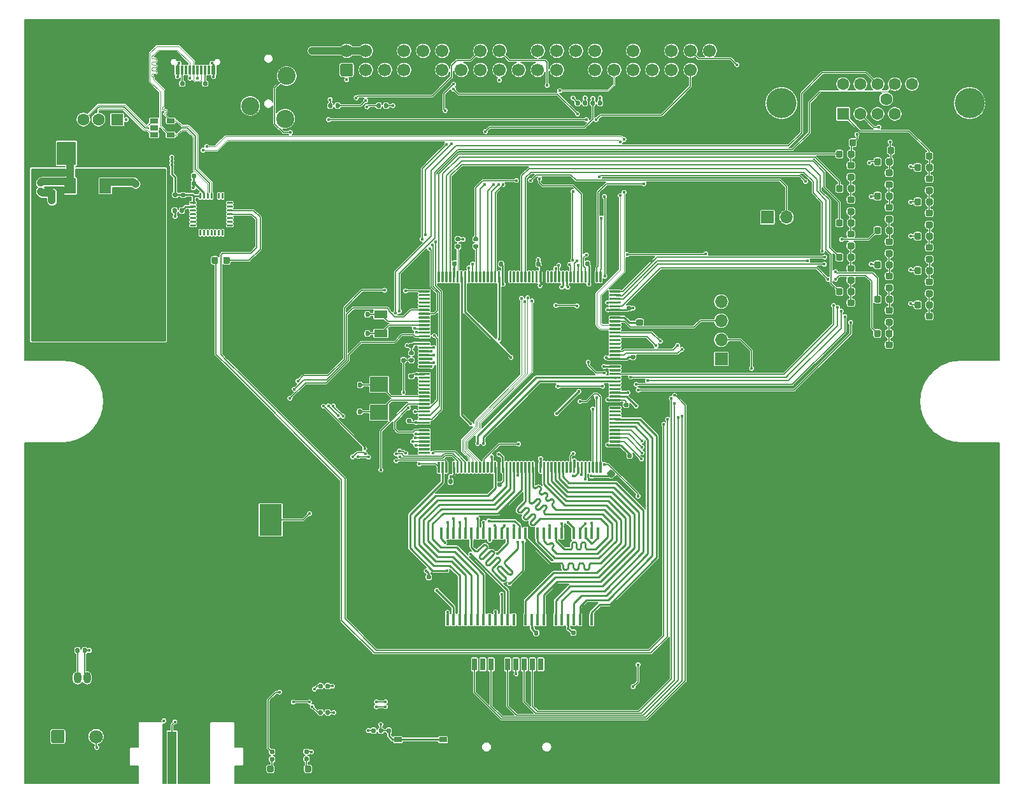
<source format=gtl>
%TF.GenerationSoftware,KiCad,Pcbnew,5.1.6*%
%TF.CreationDate,2020-07-15T20:44:48+02:00*%
%TF.ProjectId,CMM2-JLC,434d4d32-2d4a-44c4-932e-6b696361645f,rev?*%
%TF.SameCoordinates,Original*%
%TF.FileFunction,Copper,L1,Top*%
%TF.FilePolarity,Positive*%
%FSLAX46Y46*%
G04 Gerber Fmt 4.6, Leading zero omitted, Abs format (unit mm)*
G04 Created by KiCad (PCBNEW 5.1.6) date 2020-07-15 20:44:48*
%MOMM*%
%LPD*%
G01*
G04 APERTURE LIST*
%TA.AperFunction,ComponentPad*%
%ADD10C,4.000000*%
%TD*%
%TA.AperFunction,ComponentPad*%
%ADD11C,1.600000*%
%TD*%
%TA.AperFunction,ComponentPad*%
%ADD12R,1.600000X1.600000*%
%TD*%
%TA.AperFunction,SMDPad,CuDef*%
%ADD13R,0.600000X1.160000*%
%TD*%
%TA.AperFunction,SMDPad,CuDef*%
%ADD14R,0.300000X1.160000*%
%TD*%
%TA.AperFunction,ComponentPad*%
%ADD15O,0.900000X1.700000*%
%TD*%
%TA.AperFunction,ComponentPad*%
%ADD16O,0.900000X2.000000*%
%TD*%
%TA.AperFunction,ComponentPad*%
%ADD17C,1.700000*%
%TD*%
%TA.AperFunction,SMDPad,CuDef*%
%ADD18R,3.000000X4.200000*%
%TD*%
%TA.AperFunction,SMDPad,CuDef*%
%ADD19R,0.458000X1.510000*%
%TD*%
%TA.AperFunction,SMDPad,CuDef*%
%ADD20R,1.060000X0.650000*%
%TD*%
%TA.AperFunction,SMDPad,CuDef*%
%ADD21R,2.400000X2.000000*%
%TD*%
%TA.AperFunction,SMDPad,CuDef*%
%ADD22R,1.800000X1.000000*%
%TD*%
%TA.AperFunction,ComponentPad*%
%ADD23C,1.800000*%
%TD*%
%TA.AperFunction,SMDPad,CuDef*%
%ADD24R,1.500000X2.000000*%
%TD*%
%TA.AperFunction,SMDPad,CuDef*%
%ADD25R,3.800000X2.000000*%
%TD*%
%TA.AperFunction,ComponentPad*%
%ADD26R,1.050000X1.500000*%
%TD*%
%TA.AperFunction,ComponentPad*%
%ADD27O,1.050000X1.500000*%
%TD*%
%TA.AperFunction,SMDPad,CuDef*%
%ADD28R,3.350000X3.350000*%
%TD*%
%TA.AperFunction,SMDPad,CuDef*%
%ADD29R,1.000000X0.750000*%
%TD*%
%TA.AperFunction,ComponentPad*%
%ADD30O,1.700000X1.700000*%
%TD*%
%TA.AperFunction,ComponentPad*%
%ADD31R,1.700000X1.700000*%
%TD*%
%TA.AperFunction,SMDPad,CuDef*%
%ADD32R,0.700000X1.600000*%
%TD*%
%TA.AperFunction,SMDPad,CuDef*%
%ADD33R,1.200000X2.200000*%
%TD*%
%TA.AperFunction,SMDPad,CuDef*%
%ADD34R,1.200000X1.500000*%
%TD*%
%TA.AperFunction,SMDPad,CuDef*%
%ADD35R,1.600000X1.500000*%
%TD*%
%TA.AperFunction,ComponentPad*%
%ADD36R,1.600000X1.500000*%
%TD*%
%TA.AperFunction,ComponentPad*%
%ADD37C,3.000000*%
%TD*%
%TA.AperFunction,ComponentPad*%
%ADD38C,2.400000*%
%TD*%
%TA.AperFunction,SMDPad,CuDef*%
%ADD39R,1.270000X7.000000*%
%TD*%
%TA.AperFunction,ViaPad*%
%ADD40C,0.450000*%
%TD*%
%TA.AperFunction,Conductor*%
%ADD41C,0.289474*%
%TD*%
%TA.AperFunction,Conductor*%
%ADD42C,0.250000*%
%TD*%
%TA.AperFunction,Conductor*%
%ADD43C,1.000000*%
%TD*%
%TA.AperFunction,Conductor*%
%ADD44C,0.127000*%
%TD*%
%TA.AperFunction,Conductor*%
%ADD45C,0.500000*%
%TD*%
%TA.AperFunction,Conductor*%
%ADD46C,0.090000*%
%TD*%
%TA.AperFunction,Conductor*%
%ADD47C,0.254000*%
%TD*%
G04 APERTURE END LIST*
D10*
%TO.P,J2,0*%
%TO.N,N/C*%
X120815000Y-31330000D03*
X145815000Y-31330000D03*
D11*
%TO.P,J2,15*%
%TO.N,Net-(J2-Pad15)*%
X138160000Y-28790000D03*
%TO.P,J2,14*%
%TO.N,/PI9*%
X135870000Y-28790000D03*
%TO.P,J2,13*%
%TO.N,/PI10*%
X133580000Y-28790000D03*
%TO.P,J2,12*%
%TO.N,Net-(J2-Pad12)*%
X131290000Y-28790000D03*
%TO.P,J2,11*%
%TO.N,Net-(J2-Pad11)*%
X129000000Y-28790000D03*
%TO.P,J2,10*%
%TO.N,GND*%
X137015000Y-30770000D03*
%TO.P,J2,9*%
%TO.N,Net-(J2-Pad9)*%
X134725000Y-30770000D03*
%TO.P,J2,8*%
%TO.N,GND*%
X132435000Y-30770000D03*
%TO.P,J2,7*%
X130145000Y-30770000D03*
%TO.P,J2,6*%
X127855000Y-30770000D03*
%TO.P,J2,5*%
X138160000Y-32750000D03*
%TO.P,J2,4*%
%TO.N,Net-(J2-Pad4)*%
X135870000Y-32750000D03*
%TO.P,J2,3*%
%TO.N,/VGA_BLUE*%
X133580000Y-32750000D03*
%TO.P,J2,2*%
%TO.N,/VGA_GREEN*%
X131290000Y-32750000D03*
D12*
%TO.P,J2,1*%
%TO.N,/VGA_RED*%
X129000000Y-32750000D03*
%TD*%
D13*
%TO.P,J4,A12*%
%TO.N,GND*%
X39700000Y-26910000D03*
%TO.P,J4,A9*%
%TO.N,+5V*%
X40500000Y-26910000D03*
%TO.P,J4,B1*%
%TO.N,GND*%
X39700000Y-26910000D03*
%TO.P,J4,B4*%
%TO.N,+5V*%
X40500000Y-26910000D03*
%TO.P,J4,B12*%
%TO.N,GND*%
X46100000Y-26910000D03*
%TO.P,J4,A1*%
X46100000Y-26910000D03*
%TO.P,J4,B9*%
%TO.N,+5V*%
X45300000Y-26910000D03*
%TO.P,J4,A4*%
X45300000Y-26910000D03*
D14*
%TO.P,J4,B5*%
%TO.N,Net-(J4-PadB5)*%
X41150000Y-26910000D03*
%TO.P,J4,B6*%
%TO.N,/USB_C_D+*%
X42150000Y-26910000D03*
%TO.P,J4,A8*%
%TO.N,Net-(J4-PadA8)*%
X41650000Y-26910000D03*
%TO.P,J4,A5*%
%TO.N,Net-(J4-PadA5)*%
X44150000Y-26910000D03*
%TO.P,J4,B8*%
%TO.N,Net-(J4-PadB8)*%
X44650000Y-26910000D03*
%TO.P,J4,A7*%
%TO.N,/USB_C_D-*%
X42650000Y-26910000D03*
%TO.P,J4,A6*%
%TO.N,/USB_C_D+*%
X43150000Y-26910000D03*
%TO.P,J4,B7*%
%TO.N,/USB_C_D-*%
X43650000Y-26910000D03*
D15*
%TO.P,J4,S1*%
%TO.N,GND*%
X38580000Y-22160000D03*
X47220000Y-22160000D03*
D16*
X38580000Y-26330000D03*
X47220000Y-26330000D03*
%TD*%
D17*
%TO.P,J3,40*%
%TO.N,/PB13*%
X111260000Y-24360000D03*
%TO.P,J3,38*%
%TO.N,/PB15*%
X108720000Y-24360000D03*
%TO.P,J3,36*%
%TO.N,/PC6*%
X106180000Y-24360000D03*
%TO.P,J3,34*%
%TO.N,GND*%
X103640000Y-24360000D03*
%TO.P,J3,32*%
%TO.N,/PI8*%
X101100000Y-24360000D03*
%TO.P,J3,30*%
%TO.N,GND*%
X98560000Y-24360000D03*
%TO.P,J3,28*%
%TO.N,/I2C2_SCL*%
X96020000Y-24360000D03*
%TO.P,J3,26*%
%TO.N,/PC5*%
X93480000Y-24360000D03*
%TO.P,J3,24*%
%TO.N,/PC4*%
X90940000Y-24360000D03*
%TO.P,J3,22*%
%TO.N,/PA7*%
X88400000Y-24360000D03*
%TO.P,J3,20*%
%TO.N,GND*%
X85860000Y-24360000D03*
%TO.P,J3,18*%
%TO.N,/PA15*%
X83320000Y-24360000D03*
%TO.P,J3,16*%
%TO.N,/PA0*%
X80780000Y-24360000D03*
%TO.P,J3,14*%
%TO.N,GND*%
X78240000Y-24360000D03*
%TO.P,J3,12*%
%TO.N,/PA6*%
X75700000Y-24360000D03*
%TO.P,J3,10*%
%TO.N,/PA3*%
X73160000Y-24360000D03*
%TO.P,J3,8*%
%TO.N,/PA2*%
X70620000Y-24360000D03*
%TO.P,J3,6*%
%TO.N,GND*%
X68080000Y-24360000D03*
%TO.P,J3,4*%
%TO.N,+5V*%
X65540000Y-24360000D03*
%TO.P,J3,2*%
X63000000Y-24360000D03*
%TO.P,J3,39*%
%TO.N,GND*%
X111260000Y-26900000D03*
%TO.P,J3,37*%
%TO.N,/PA1*%
X108720000Y-26900000D03*
%TO.P,J3,35*%
%TO.N,/PB14*%
X106180000Y-26900000D03*
%TO.P,J3,33*%
%TO.N,/PI3*%
X103640000Y-26900000D03*
%TO.P,J3,31*%
%TO.N,/PC7*%
X101100000Y-26900000D03*
%TO.P,J3,29*%
%TO.N,/PB0*%
X98560000Y-26900000D03*
%TO.P,J3,27*%
%TO.N,/I2C2_SDA*%
X96020000Y-26900000D03*
%TO.P,J3,25*%
%TO.N,GND*%
X93480000Y-26900000D03*
%TO.P,J3,23*%
%TO.N,/PB3*%
X90940000Y-26900000D03*
%TO.P,J3,21*%
%TO.N,/PB4*%
X88400000Y-26900000D03*
%TO.P,J3,19*%
%TO.N,/PB5*%
X85860000Y-26900000D03*
%TO.P,J3,17*%
%TO.N,+3V3*%
X83320000Y-26900000D03*
%TO.P,J3,15*%
%TO.N,/PC3*%
X80780000Y-26900000D03*
%TO.P,J3,13*%
%TO.N,/PC2*%
X78240000Y-26900000D03*
%TO.P,J3,11*%
%TO.N,/PH14*%
X75700000Y-26900000D03*
%TO.P,J3,9*%
%TO.N,GND*%
X73160000Y-26900000D03*
%TO.P,J3,7*%
%TO.N,/PC1*%
X70620000Y-26900000D03*
%TO.P,J3,5*%
%TO.N,/I2C1_SCL*%
X68080000Y-26900000D03*
%TO.P,J3,3*%
%TO.N,/I2C1_SDA*%
X65540000Y-26900000D03*
%TO.P,J3,1*%
%TO.N,+3V3*%
%TA.AperFunction,ComponentPad*%
G36*
G01*
X63600000Y-27750000D02*
X62400000Y-27750000D01*
G75*
G02*
X62150000Y-27500000I0J250000D01*
G01*
X62150000Y-26300000D01*
G75*
G02*
X62400000Y-26050000I250000J0D01*
G01*
X63600000Y-26050000D01*
G75*
G02*
X63850000Y-26300000I0J-250000D01*
G01*
X63850000Y-27500000D01*
G75*
G02*
X63600000Y-27750000I-250000J0D01*
G01*
G37*
%TD.AperFunction*%
%TD*%
%TO.P,C37,2*%
%TO.N,GND*%
%TA.AperFunction,SMDPad,CuDef*%
G36*
G01*
X95653500Y-52864800D02*
X95653500Y-52519800D01*
G75*
G02*
X95801000Y-52372300I147500J0D01*
G01*
X96096000Y-52372300D01*
G75*
G02*
X96243500Y-52519800I0J-147500D01*
G01*
X96243500Y-52864800D01*
G75*
G02*
X96096000Y-53012300I-147500J0D01*
G01*
X95801000Y-53012300D01*
G75*
G02*
X95653500Y-52864800I0J147500D01*
G01*
G37*
%TD.AperFunction*%
%TO.P,C37,1*%
%TO.N,+3V3*%
%TA.AperFunction,SMDPad,CuDef*%
G36*
G01*
X94683500Y-52864800D02*
X94683500Y-52519800D01*
G75*
G02*
X94831000Y-52372300I147500J0D01*
G01*
X95126000Y-52372300D01*
G75*
G02*
X95273500Y-52519800I0J-147500D01*
G01*
X95273500Y-52864800D01*
G75*
G02*
X95126000Y-53012300I-147500J0D01*
G01*
X94831000Y-53012300D01*
G75*
G02*
X94683500Y-52864800I0J147500D01*
G01*
G37*
%TD.AperFunction*%
%TD*%
%TO.P,C36,2*%
%TO.N,GND*%
%TA.AperFunction,SMDPad,CuDef*%
G36*
G01*
X71775100Y-66980300D02*
X71430100Y-66980300D01*
G75*
G02*
X71282600Y-66832800I0J147500D01*
G01*
X71282600Y-66537800D01*
G75*
G02*
X71430100Y-66390300I147500J0D01*
G01*
X71775100Y-66390300D01*
G75*
G02*
X71922600Y-66537800I0J-147500D01*
G01*
X71922600Y-66832800D01*
G75*
G02*
X71775100Y-66980300I-147500J0D01*
G01*
G37*
%TD.AperFunction*%
%TO.P,C36,1*%
%TO.N,+3V3*%
%TA.AperFunction,SMDPad,CuDef*%
G36*
G01*
X71775100Y-67950300D02*
X71430100Y-67950300D01*
G75*
G02*
X71282600Y-67802800I0J147500D01*
G01*
X71282600Y-67507800D01*
G75*
G02*
X71430100Y-67360300I147500J0D01*
G01*
X71775100Y-67360300D01*
G75*
G02*
X71922600Y-67507800I0J-147500D01*
G01*
X71922600Y-67802800D01*
G75*
G02*
X71775100Y-67950300I-147500J0D01*
G01*
G37*
%TD.AperFunction*%
%TD*%
%TO.P,C35,2*%
%TO.N,GND*%
%TA.AperFunction,SMDPad,CuDef*%
G36*
G01*
X99979700Y-72150600D02*
X100324700Y-72150600D01*
G75*
G02*
X100472200Y-72298100I0J-147500D01*
G01*
X100472200Y-72593100D01*
G75*
G02*
X100324700Y-72740600I-147500J0D01*
G01*
X99979700Y-72740600D01*
G75*
G02*
X99832200Y-72593100I0J147500D01*
G01*
X99832200Y-72298100D01*
G75*
G02*
X99979700Y-72150600I147500J0D01*
G01*
G37*
%TD.AperFunction*%
%TO.P,C35,1*%
%TO.N,+3V3*%
%TA.AperFunction,SMDPad,CuDef*%
G36*
G01*
X99979700Y-71180600D02*
X100324700Y-71180600D01*
G75*
G02*
X100472200Y-71328100I0J-147500D01*
G01*
X100472200Y-71623100D01*
G75*
G02*
X100324700Y-71770600I-147500J0D01*
G01*
X99979700Y-71770600D01*
G75*
G02*
X99832200Y-71623100I0J147500D01*
G01*
X99832200Y-71328100D01*
G75*
G02*
X99979700Y-71180600I147500J0D01*
G01*
G37*
%TD.AperFunction*%
%TD*%
%TO.P,C34,2*%
%TO.N,GND*%
%TA.AperFunction,SMDPad,CuDef*%
G36*
G01*
X78028300Y-52852100D02*
X78028300Y-52507100D01*
G75*
G02*
X78175800Y-52359600I147500J0D01*
G01*
X78470800Y-52359600D01*
G75*
G02*
X78618300Y-52507100I0J-147500D01*
G01*
X78618300Y-52852100D01*
G75*
G02*
X78470800Y-52999600I-147500J0D01*
G01*
X78175800Y-52999600D01*
G75*
G02*
X78028300Y-52852100I0J147500D01*
G01*
G37*
%TD.AperFunction*%
%TO.P,C34,1*%
%TO.N,+3V3*%
%TA.AperFunction,SMDPad,CuDef*%
G36*
G01*
X77058300Y-52852100D02*
X77058300Y-52507100D01*
G75*
G02*
X77205800Y-52359600I147500J0D01*
G01*
X77500800Y-52359600D01*
G75*
G02*
X77648300Y-52507100I0J-147500D01*
G01*
X77648300Y-52852100D01*
G75*
G02*
X77500800Y-52999600I-147500J0D01*
G01*
X77205800Y-52999600D01*
G75*
G02*
X77058300Y-52852100I0J147500D01*
G01*
G37*
%TD.AperFunction*%
%TD*%
%TO.P,C33,2*%
%TO.N,GND*%
%TA.AperFunction,SMDPad,CuDef*%
G36*
G01*
X100436900Y-78904600D02*
X100781900Y-78904600D01*
G75*
G02*
X100929400Y-79052100I0J-147500D01*
G01*
X100929400Y-79347100D01*
G75*
G02*
X100781900Y-79494600I-147500J0D01*
G01*
X100436900Y-79494600D01*
G75*
G02*
X100289400Y-79347100I0J147500D01*
G01*
X100289400Y-79052100D01*
G75*
G02*
X100436900Y-78904600I147500J0D01*
G01*
G37*
%TD.AperFunction*%
%TO.P,C33,1*%
%TO.N,+3V3*%
%TA.AperFunction,SMDPad,CuDef*%
G36*
G01*
X100436900Y-77934600D02*
X100781900Y-77934600D01*
G75*
G02*
X100929400Y-78082100I0J-147500D01*
G01*
X100929400Y-78377100D01*
G75*
G02*
X100781900Y-78524600I-147500J0D01*
G01*
X100436900Y-78524600D01*
G75*
G02*
X100289400Y-78377100I0J147500D01*
G01*
X100289400Y-78082100D01*
G75*
G02*
X100436900Y-77934600I147500J0D01*
G01*
G37*
%TD.AperFunction*%
%TD*%
%TO.P,C32,2*%
%TO.N,GND*%
%TA.AperFunction,SMDPad,CuDef*%
G36*
G01*
X84213200Y-52915600D02*
X84213200Y-52570600D01*
G75*
G02*
X84360700Y-52423100I147500J0D01*
G01*
X84655700Y-52423100D01*
G75*
G02*
X84803200Y-52570600I0J-147500D01*
G01*
X84803200Y-52915600D01*
G75*
G02*
X84655700Y-53063100I-147500J0D01*
G01*
X84360700Y-53063100D01*
G75*
G02*
X84213200Y-52915600I0J147500D01*
G01*
G37*
%TD.AperFunction*%
%TO.P,C32,1*%
%TO.N,+3V3*%
%TA.AperFunction,SMDPad,CuDef*%
G36*
G01*
X83243200Y-52915600D02*
X83243200Y-52570600D01*
G75*
G02*
X83390700Y-52423100I147500J0D01*
G01*
X83685700Y-52423100D01*
G75*
G02*
X83833200Y-52570600I0J-147500D01*
G01*
X83833200Y-52915600D01*
G75*
G02*
X83685700Y-53063100I-147500J0D01*
G01*
X83390700Y-53063100D01*
G75*
G02*
X83243200Y-52915600I0J147500D01*
G01*
G37*
%TD.AperFunction*%
%TD*%
%TO.P,C30,2*%
%TO.N,GND*%
%TA.AperFunction,SMDPad,CuDef*%
G36*
G01*
X77482200Y-81846200D02*
X77482200Y-81501200D01*
G75*
G02*
X77629700Y-81353700I147500J0D01*
G01*
X77924700Y-81353700D01*
G75*
G02*
X78072200Y-81501200I0J-147500D01*
G01*
X78072200Y-81846200D01*
G75*
G02*
X77924700Y-81993700I-147500J0D01*
G01*
X77629700Y-81993700D01*
G75*
G02*
X77482200Y-81846200I0J147500D01*
G01*
G37*
%TD.AperFunction*%
%TO.P,C30,1*%
%TO.N,+3V3*%
%TA.AperFunction,SMDPad,CuDef*%
G36*
G01*
X76512200Y-81846200D02*
X76512200Y-81501200D01*
G75*
G02*
X76659700Y-81353700I147500J0D01*
G01*
X76954700Y-81353700D01*
G75*
G02*
X77102200Y-81501200I0J-147500D01*
G01*
X77102200Y-81846200D01*
G75*
G02*
X76954700Y-81993700I-147500J0D01*
G01*
X76659700Y-81993700D01*
G75*
G02*
X76512200Y-81846200I0J147500D01*
G01*
G37*
%TD.AperFunction*%
%TD*%
%TO.P,C29,2*%
%TO.N,GND*%
%TA.AperFunction,SMDPad,CuDef*%
G36*
G01*
X100881400Y-65772800D02*
X101226400Y-65772800D01*
G75*
G02*
X101373900Y-65920300I0J-147500D01*
G01*
X101373900Y-66215300D01*
G75*
G02*
X101226400Y-66362800I-147500J0D01*
G01*
X100881400Y-66362800D01*
G75*
G02*
X100733900Y-66215300I0J147500D01*
G01*
X100733900Y-65920300D01*
G75*
G02*
X100881400Y-65772800I147500J0D01*
G01*
G37*
%TD.AperFunction*%
%TO.P,C29,1*%
%TO.N,+3V3*%
%TA.AperFunction,SMDPad,CuDef*%
G36*
G01*
X100881400Y-64802800D02*
X101226400Y-64802800D01*
G75*
G02*
X101373900Y-64950300I0J-147500D01*
G01*
X101373900Y-65245300D01*
G75*
G02*
X101226400Y-65392800I-147500J0D01*
G01*
X100881400Y-65392800D01*
G75*
G02*
X100733900Y-65245300I0J147500D01*
G01*
X100733900Y-64950300D01*
G75*
G02*
X100881400Y-64802800I147500J0D01*
G01*
G37*
%TD.AperFunction*%
%TD*%
%TO.P,C28,2*%
%TO.N,GND*%
%TA.AperFunction,SMDPad,CuDef*%
G36*
G01*
X83509900Y-81409900D02*
X83164900Y-81409900D01*
G75*
G02*
X83017400Y-81262400I0J147500D01*
G01*
X83017400Y-80967400D01*
G75*
G02*
X83164900Y-80819900I147500J0D01*
G01*
X83509900Y-80819900D01*
G75*
G02*
X83657400Y-80967400I0J-147500D01*
G01*
X83657400Y-81262400D01*
G75*
G02*
X83509900Y-81409900I-147500J0D01*
G01*
G37*
%TD.AperFunction*%
%TO.P,C28,1*%
%TO.N,+3V3*%
%TA.AperFunction,SMDPad,CuDef*%
G36*
G01*
X83509900Y-82379900D02*
X83164900Y-82379900D01*
G75*
G02*
X83017400Y-82232400I0J147500D01*
G01*
X83017400Y-81937400D01*
G75*
G02*
X83164900Y-81789900I147500J0D01*
G01*
X83509900Y-81789900D01*
G75*
G02*
X83657400Y-81937400I0J-147500D01*
G01*
X83657400Y-82232400D01*
G75*
G02*
X83509900Y-82379900I-147500J0D01*
G01*
G37*
%TD.AperFunction*%
%TD*%
%TO.P,C27,2*%
%TO.N,GND*%
%TA.AperFunction,SMDPad,CuDef*%
G36*
G01*
X71138000Y-74256400D02*
X71483000Y-74256400D01*
G75*
G02*
X71630500Y-74403900I0J-147500D01*
G01*
X71630500Y-74698900D01*
G75*
G02*
X71483000Y-74846400I-147500J0D01*
G01*
X71138000Y-74846400D01*
G75*
G02*
X70990500Y-74698900I0J147500D01*
G01*
X70990500Y-74403900D01*
G75*
G02*
X71138000Y-74256400I147500J0D01*
G01*
G37*
%TD.AperFunction*%
%TO.P,C27,1*%
%TO.N,+3V3*%
%TA.AperFunction,SMDPad,CuDef*%
G36*
G01*
X71138000Y-73286400D02*
X71483000Y-73286400D01*
G75*
G02*
X71630500Y-73433900I0J-147500D01*
G01*
X71630500Y-73728900D01*
G75*
G02*
X71483000Y-73876400I-147500J0D01*
G01*
X71138000Y-73876400D01*
G75*
G02*
X70990500Y-73728900I0J147500D01*
G01*
X70990500Y-73433900D01*
G75*
G02*
X71138000Y-73286400I147500J0D01*
G01*
G37*
%TD.AperFunction*%
%TD*%
%TO.P,C26,2*%
%TO.N,GND*%
%TA.AperFunction,SMDPad,CuDef*%
G36*
G01*
X100335300Y-59270400D02*
X100680300Y-59270400D01*
G75*
G02*
X100827800Y-59417900I0J-147500D01*
G01*
X100827800Y-59712900D01*
G75*
G02*
X100680300Y-59860400I-147500J0D01*
G01*
X100335300Y-59860400D01*
G75*
G02*
X100187800Y-59712900I0J147500D01*
G01*
X100187800Y-59417900D01*
G75*
G02*
X100335300Y-59270400I147500J0D01*
G01*
G37*
%TD.AperFunction*%
%TO.P,C26,1*%
%TO.N,+3V3*%
%TA.AperFunction,SMDPad,CuDef*%
G36*
G01*
X100335300Y-58300400D02*
X100680300Y-58300400D01*
G75*
G02*
X100827800Y-58447900I0J-147500D01*
G01*
X100827800Y-58742900D01*
G75*
G02*
X100680300Y-58890400I-147500J0D01*
G01*
X100335300Y-58890400D01*
G75*
G02*
X100187800Y-58742900I0J147500D01*
G01*
X100187800Y-58447900D01*
G75*
G02*
X100335300Y-58300400I147500J0D01*
G01*
G37*
%TD.AperFunction*%
%TD*%
%TO.P,C25,2*%
%TO.N,GND*%
%TA.AperFunction,SMDPad,CuDef*%
G36*
G01*
X71749700Y-62929000D02*
X71404700Y-62929000D01*
G75*
G02*
X71257200Y-62781500I0J147500D01*
G01*
X71257200Y-62486500D01*
G75*
G02*
X71404700Y-62339000I147500J0D01*
G01*
X71749700Y-62339000D01*
G75*
G02*
X71897200Y-62486500I0J-147500D01*
G01*
X71897200Y-62781500D01*
G75*
G02*
X71749700Y-62929000I-147500J0D01*
G01*
G37*
%TD.AperFunction*%
%TO.P,C25,1*%
%TO.N,+3V3*%
%TA.AperFunction,SMDPad,CuDef*%
G36*
G01*
X71749700Y-63899000D02*
X71404700Y-63899000D01*
G75*
G02*
X71257200Y-63751500I0J147500D01*
G01*
X71257200Y-63456500D01*
G75*
G02*
X71404700Y-63309000I147500J0D01*
G01*
X71749700Y-63309000D01*
G75*
G02*
X71897200Y-63456500I0J-147500D01*
G01*
X71897200Y-63751500D01*
G75*
G02*
X71749700Y-63899000I-147500J0D01*
G01*
G37*
%TD.AperFunction*%
%TD*%
%TO.P,C24,2*%
%TO.N,GND*%
%TA.AperFunction,SMDPad,CuDef*%
G36*
G01*
X89166200Y-52902900D02*
X89166200Y-52557900D01*
G75*
G02*
X89313700Y-52410400I147500J0D01*
G01*
X89608700Y-52410400D01*
G75*
G02*
X89756200Y-52557900I0J-147500D01*
G01*
X89756200Y-52902900D01*
G75*
G02*
X89608700Y-53050400I-147500J0D01*
G01*
X89313700Y-53050400D01*
G75*
G02*
X89166200Y-52902900I0J147500D01*
G01*
G37*
%TD.AperFunction*%
%TO.P,C24,1*%
%TO.N,+3V3*%
%TA.AperFunction,SMDPad,CuDef*%
G36*
G01*
X88196200Y-52902900D02*
X88196200Y-52557900D01*
G75*
G02*
X88343700Y-52410400I147500J0D01*
G01*
X88638700Y-52410400D01*
G75*
G02*
X88786200Y-52557900I0J-147500D01*
G01*
X88786200Y-52902900D01*
G75*
G02*
X88638700Y-53050400I-147500J0D01*
G01*
X88343700Y-53050400D01*
G75*
G02*
X88196200Y-52902900I0J147500D01*
G01*
G37*
%TD.AperFunction*%
%TD*%
D18*
%TO.P,BT1,1*%
%TO.N,/VBAT*%
X52900000Y-86800000D03*
%TO.P,BT1,2*%
%TO.N,GND*%
X23900000Y-86800000D03*
%TD*%
D19*
%TO.P,U2,54*%
%TO.N,GND*%
X96400000Y-100050000D03*
%TO.P,U2,53*%
%TO.N,/PD10*%
X95600000Y-100050000D03*
%TO.P,U2,52*%
%TO.N,GND*%
X94800000Y-100050000D03*
%TO.P,U2,51*%
%TO.N,/PD9*%
X94000000Y-100050000D03*
%TO.P,U2,50*%
%TO.N,/PD8*%
X93200000Y-100050000D03*
%TO.P,U2,49*%
%TO.N,+3V3*%
X92400000Y-100050000D03*
%TO.P,U2,48*%
%TO.N,/PE15*%
X91600000Y-100050000D03*
%TO.P,U2,47*%
%TO.N,/PE14*%
X90800000Y-100050000D03*
%TO.P,U2,46*%
%TO.N,GND*%
X90000000Y-100050000D03*
%TO.P,U2,45*%
%TO.N,/PE13*%
X89200000Y-100050000D03*
%TO.P,U2,44*%
%TO.N,/PE12*%
X88400000Y-100050000D03*
%TO.P,U2,43*%
%TO.N,+3V3*%
X87600000Y-100050000D03*
%TO.P,U2,42*%
%TO.N,/PE11*%
X86800000Y-100050000D03*
%TO.P,U2,41*%
%TO.N,GND*%
X86000000Y-100050000D03*
%TO.P,U2,40*%
%TO.N,N/C*%
X85200000Y-100050000D03*
%TO.P,U2,39*%
%TO.N,/PE1*%
X84400000Y-100050000D03*
%TO.P,U2,38*%
%TO.N,/PG8*%
X83600000Y-100050000D03*
%TO.P,U2,37*%
%TO.N,/PH7*%
X82800000Y-100050000D03*
%TO.P,U2,36*%
%TO.N,N/C*%
X82000000Y-100050000D03*
%TO.P,U2,35*%
%TO.N,/PG1*%
X81200000Y-100050000D03*
%TO.P,U2,34*%
%TO.N,/PF15*%
X80400000Y-100050000D03*
%TO.P,U2,33*%
%TO.N,/PF14*%
X79600000Y-100050000D03*
%TO.P,U2,32*%
%TO.N,/PF13*%
X78800000Y-100050000D03*
%TO.P,U2,31*%
%TO.N,/PF12*%
X78000000Y-100050000D03*
%TO.P,U2,30*%
%TO.N,/PF5*%
X77200000Y-100050000D03*
%TO.P,U2,29*%
%TO.N,/PF4*%
X76400000Y-100050000D03*
%TO.P,U2,28*%
%TO.N,GND*%
X75600000Y-100050000D03*
%TO.P,U2,27*%
%TO.N,+3V3*%
X75600000Y-88550000D03*
%TO.P,U2,26*%
%TO.N,/PF3*%
X76400000Y-88550000D03*
%TO.P,U2,25*%
%TO.N,/PF2*%
X77200000Y-88550000D03*
%TO.P,U2,24*%
%TO.N,/PF1*%
X78000000Y-88550000D03*
%TO.P,U2,23*%
%TO.N,/PF0*%
X78800000Y-88550000D03*
%TO.P,U2,22*%
%TO.N,/PG0*%
X79600000Y-88550000D03*
%TO.P,U2,21*%
%TO.N,/PG5*%
X80400000Y-88550000D03*
%TO.P,U2,20*%
%TO.N,/PG4*%
X81200000Y-88550000D03*
%TO.P,U2,19*%
%TO.N,/PH6*%
X82000000Y-88550000D03*
%TO.P,U2,18*%
%TO.N,/PF11*%
X82800000Y-88550000D03*
%TO.P,U2,17*%
%TO.N,/PG15*%
X83600000Y-88550000D03*
%TO.P,U2,16*%
%TO.N,/PH5*%
X84400000Y-88550000D03*
%TO.P,U2,15*%
%TO.N,/PE0*%
X85200000Y-88550000D03*
%TO.P,U2,14*%
%TO.N,+3V3*%
X86000000Y-88550000D03*
%TO.P,U2,13*%
%TO.N,/PE10*%
X86800000Y-88550000D03*
%TO.P,U2,12*%
%TO.N,GND*%
X87600000Y-88550000D03*
%TO.P,U2,11*%
%TO.N,/PE9*%
X88400000Y-88550000D03*
%TO.P,U2,10*%
%TO.N,/PE8*%
X89200000Y-88550000D03*
%TO.P,U2,9*%
%TO.N,+3V3*%
X90000000Y-88550000D03*
%TO.P,U2,8*%
%TO.N,/PE7*%
X90800000Y-88550000D03*
%TO.P,U2,7*%
%TO.N,/PD1*%
X91600000Y-88550000D03*
%TO.P,U2,6*%
%TO.N,GND*%
X92400000Y-88550000D03*
%TO.P,U2,5*%
%TO.N,/PD0*%
X93200000Y-88550000D03*
%TO.P,U2,4*%
%TO.N,/PD15*%
X94000000Y-88550000D03*
%TO.P,U2,3*%
%TO.N,+3V3*%
X94800000Y-88550000D03*
%TO.P,U2,2*%
%TO.N,/PD14*%
X95600000Y-88550000D03*
%TO.P,U2,1*%
%TO.N,+3V3*%
X96400000Y-88550000D03*
%TD*%
D20*
%TO.P,U3,5*%
%TO.N,+5V*%
X37400000Y-34600000D03*
%TO.P,U3,6*%
%TO.N,/USB_HOST_D-*%
X37400000Y-35550000D03*
%TO.P,U3,4*%
%TO.N,/USB_HOST_D+*%
X37400000Y-33650000D03*
%TO.P,U3,3*%
%TO.N,/USB_C_D+*%
X39600000Y-33650000D03*
%TO.P,U3,2*%
%TO.N,GND*%
X39600000Y-34600000D03*
%TO.P,U3,1*%
%TO.N,/USB_C_D-*%
X39600000Y-35550000D03*
%TD*%
D21*
%TO.P,Y2,2*%
%TO.N,/PH1*%
X67310000Y-72462000D03*
%TO.P,Y2,1*%
%TO.N,/PH0*%
X67310000Y-68762000D03*
%TD*%
D22*
%TO.P,Y1,2*%
%TO.N,/PC15*%
X67564000Y-61956000D03*
%TO.P,Y1,1*%
%TO.N,/PC14*%
X67564000Y-59456000D03*
%TD*%
D23*
%TO.P,U7,3*%
%TO.N,+3V3*%
X29680000Y-115600000D03*
%TO.P,U7,2*%
%TO.N,GND*%
X27140000Y-115600000D03*
%TO.P,U7,1*%
%TO.N,/PB12*%
%TA.AperFunction,ComponentPad*%
G36*
G01*
X23700000Y-116251600D02*
X23700000Y-114948400D01*
G75*
G02*
X23948400Y-114700000I248400J0D01*
G01*
X25251600Y-114700000D01*
G75*
G02*
X25500000Y-114948400I0J-248400D01*
G01*
X25500000Y-116251600D01*
G75*
G02*
X25251600Y-116500000I-248400J0D01*
G01*
X23948400Y-116500000D01*
G75*
G02*
X23700000Y-116251600I0J248400D01*
G01*
G37*
%TD.AperFunction*%
%TD*%
D24*
%TO.P,U6,1*%
%TO.N,GND*%
X30860600Y-42319200D03*
%TO.P,U6,3*%
%TO.N,+5V*%
X26260600Y-42319200D03*
%TO.P,U6,2*%
%TO.N,+3V3*%
X28560600Y-42319200D03*
D25*
X28560600Y-48619200D03*
%TD*%
D26*
%TO.P,U5,1*%
%TO.N,GND*%
X25930000Y-107800000D03*
D27*
%TO.P,U5,3*%
%TO.N,+3V3*%
X28470000Y-107800000D03*
%TO.P,U5,2*%
%TO.N,/PE2*%
X27200000Y-107800000D03*
%TD*%
D28*
%TO.P,U4,29*%
%TO.N,GND*%
X45021500Y-46101000D03*
%TO.P,U4,28*%
%TO.N,Net-(U4-Pad28)*%
%TA.AperFunction,SMDPad,CuDef*%
G36*
G01*
X47134000Y-44476000D02*
X47809000Y-44476000D01*
G75*
G02*
X47871500Y-44538500I0J-62500D01*
G01*
X47871500Y-44663500D01*
G75*
G02*
X47809000Y-44726000I-62500J0D01*
G01*
X47134000Y-44726000D01*
G75*
G02*
X47071500Y-44663500I0J62500D01*
G01*
X47071500Y-44538500D01*
G75*
G02*
X47134000Y-44476000I62500J0D01*
G01*
G37*
%TD.AperFunction*%
%TO.P,U4,27*%
%TO.N,Net-(U4-Pad27)*%
%TA.AperFunction,SMDPad,CuDef*%
G36*
G01*
X47134000Y-44976000D02*
X47809000Y-44976000D01*
G75*
G02*
X47871500Y-45038500I0J-62500D01*
G01*
X47871500Y-45163500D01*
G75*
G02*
X47809000Y-45226000I-62500J0D01*
G01*
X47134000Y-45226000D01*
G75*
G02*
X47071500Y-45163500I0J62500D01*
G01*
X47071500Y-45038500D01*
G75*
G02*
X47134000Y-44976000I62500J0D01*
G01*
G37*
%TD.AperFunction*%
%TO.P,U4,26*%
%TO.N,Net-(R50-Pad2)*%
%TA.AperFunction,SMDPad,CuDef*%
G36*
G01*
X47134000Y-45476000D02*
X47809000Y-45476000D01*
G75*
G02*
X47871500Y-45538500I0J-62500D01*
G01*
X47871500Y-45663500D01*
G75*
G02*
X47809000Y-45726000I-62500J0D01*
G01*
X47134000Y-45726000D01*
G75*
G02*
X47071500Y-45663500I0J62500D01*
G01*
X47071500Y-45538500D01*
G75*
G02*
X47134000Y-45476000I62500J0D01*
G01*
G37*
%TD.AperFunction*%
%TO.P,U4,25*%
%TO.N,/PA9*%
%TA.AperFunction,SMDPad,CuDef*%
G36*
G01*
X47134000Y-45976000D02*
X47809000Y-45976000D01*
G75*
G02*
X47871500Y-46038500I0J-62500D01*
G01*
X47871500Y-46163500D01*
G75*
G02*
X47809000Y-46226000I-62500J0D01*
G01*
X47134000Y-46226000D01*
G75*
G02*
X47071500Y-46163500I0J62500D01*
G01*
X47071500Y-46038500D01*
G75*
G02*
X47134000Y-45976000I62500J0D01*
G01*
G37*
%TD.AperFunction*%
%TO.P,U4,24*%
%TO.N,Net-(U4-Pad24)*%
%TA.AperFunction,SMDPad,CuDef*%
G36*
G01*
X47134000Y-46476000D02*
X47809000Y-46476000D01*
G75*
G02*
X47871500Y-46538500I0J-62500D01*
G01*
X47871500Y-46663500D01*
G75*
G02*
X47809000Y-46726000I-62500J0D01*
G01*
X47134000Y-46726000D01*
G75*
G02*
X47071500Y-46663500I0J62500D01*
G01*
X47071500Y-46538500D01*
G75*
G02*
X47134000Y-46476000I62500J0D01*
G01*
G37*
%TD.AperFunction*%
%TO.P,U4,23*%
%TO.N,Net-(U4-Pad23)*%
%TA.AperFunction,SMDPad,CuDef*%
G36*
G01*
X47134000Y-46976000D02*
X47809000Y-46976000D01*
G75*
G02*
X47871500Y-47038500I0J-62500D01*
G01*
X47871500Y-47163500D01*
G75*
G02*
X47809000Y-47226000I-62500J0D01*
G01*
X47134000Y-47226000D01*
G75*
G02*
X47071500Y-47163500I0J62500D01*
G01*
X47071500Y-47038500D01*
G75*
G02*
X47134000Y-46976000I62500J0D01*
G01*
G37*
%TD.AperFunction*%
%TO.P,U4,22*%
%TO.N,Net-(U4-Pad22)*%
%TA.AperFunction,SMDPad,CuDef*%
G36*
G01*
X47134000Y-47476000D02*
X47809000Y-47476000D01*
G75*
G02*
X47871500Y-47538500I0J-62500D01*
G01*
X47871500Y-47663500D01*
G75*
G02*
X47809000Y-47726000I-62500J0D01*
G01*
X47134000Y-47726000D01*
G75*
G02*
X47071500Y-47663500I0J62500D01*
G01*
X47071500Y-47538500D01*
G75*
G02*
X47134000Y-47476000I62500J0D01*
G01*
G37*
%TD.AperFunction*%
%TO.P,U4,21*%
%TO.N,Net-(U4-Pad21)*%
%TA.AperFunction,SMDPad,CuDef*%
G36*
G01*
X46459000Y-48151000D02*
X46584000Y-48151000D01*
G75*
G02*
X46646500Y-48213500I0J-62500D01*
G01*
X46646500Y-48888500D01*
G75*
G02*
X46584000Y-48951000I-62500J0D01*
G01*
X46459000Y-48951000D01*
G75*
G02*
X46396500Y-48888500I0J62500D01*
G01*
X46396500Y-48213500D01*
G75*
G02*
X46459000Y-48151000I62500J0D01*
G01*
G37*
%TD.AperFunction*%
%TO.P,U4,20*%
%TO.N,Net-(U4-Pad20)*%
%TA.AperFunction,SMDPad,CuDef*%
G36*
G01*
X45959000Y-48151000D02*
X46084000Y-48151000D01*
G75*
G02*
X46146500Y-48213500I0J-62500D01*
G01*
X46146500Y-48888500D01*
G75*
G02*
X46084000Y-48951000I-62500J0D01*
G01*
X45959000Y-48951000D01*
G75*
G02*
X45896500Y-48888500I0J62500D01*
G01*
X45896500Y-48213500D01*
G75*
G02*
X45959000Y-48151000I62500J0D01*
G01*
G37*
%TD.AperFunction*%
%TO.P,U4,19*%
%TO.N,Net-(U4-Pad19)*%
%TA.AperFunction,SMDPad,CuDef*%
G36*
G01*
X45459000Y-48151000D02*
X45584000Y-48151000D01*
G75*
G02*
X45646500Y-48213500I0J-62500D01*
G01*
X45646500Y-48888500D01*
G75*
G02*
X45584000Y-48951000I-62500J0D01*
G01*
X45459000Y-48951000D01*
G75*
G02*
X45396500Y-48888500I0J62500D01*
G01*
X45396500Y-48213500D01*
G75*
G02*
X45459000Y-48151000I62500J0D01*
G01*
G37*
%TD.AperFunction*%
%TO.P,U4,18*%
%TO.N,Net-(U4-Pad18)*%
%TA.AperFunction,SMDPad,CuDef*%
G36*
G01*
X44959000Y-48151000D02*
X45084000Y-48151000D01*
G75*
G02*
X45146500Y-48213500I0J-62500D01*
G01*
X45146500Y-48888500D01*
G75*
G02*
X45084000Y-48951000I-62500J0D01*
G01*
X44959000Y-48951000D01*
G75*
G02*
X44896500Y-48888500I0J62500D01*
G01*
X44896500Y-48213500D01*
G75*
G02*
X44959000Y-48151000I62500J0D01*
G01*
G37*
%TD.AperFunction*%
%TO.P,U4,17*%
%TO.N,Net-(U4-Pad17)*%
%TA.AperFunction,SMDPad,CuDef*%
G36*
G01*
X44459000Y-48151000D02*
X44584000Y-48151000D01*
G75*
G02*
X44646500Y-48213500I0J-62500D01*
G01*
X44646500Y-48888500D01*
G75*
G02*
X44584000Y-48951000I-62500J0D01*
G01*
X44459000Y-48951000D01*
G75*
G02*
X44396500Y-48888500I0J62500D01*
G01*
X44396500Y-48213500D01*
G75*
G02*
X44459000Y-48151000I62500J0D01*
G01*
G37*
%TD.AperFunction*%
%TO.P,U4,16*%
%TO.N,Net-(U4-Pad16)*%
%TA.AperFunction,SMDPad,CuDef*%
G36*
G01*
X43959000Y-48151000D02*
X44084000Y-48151000D01*
G75*
G02*
X44146500Y-48213500I0J-62500D01*
G01*
X44146500Y-48888500D01*
G75*
G02*
X44084000Y-48951000I-62500J0D01*
G01*
X43959000Y-48951000D01*
G75*
G02*
X43896500Y-48888500I0J62500D01*
G01*
X43896500Y-48213500D01*
G75*
G02*
X43959000Y-48151000I62500J0D01*
G01*
G37*
%TD.AperFunction*%
%TO.P,U4,15*%
%TO.N,Net-(U4-Pad15)*%
%TA.AperFunction,SMDPad,CuDef*%
G36*
G01*
X43459000Y-48151000D02*
X43584000Y-48151000D01*
G75*
G02*
X43646500Y-48213500I0J-62500D01*
G01*
X43646500Y-48888500D01*
G75*
G02*
X43584000Y-48951000I-62500J0D01*
G01*
X43459000Y-48951000D01*
G75*
G02*
X43396500Y-48888500I0J62500D01*
G01*
X43396500Y-48213500D01*
G75*
G02*
X43459000Y-48151000I62500J0D01*
G01*
G37*
%TD.AperFunction*%
%TO.P,U4,14*%
%TO.N,Net-(U4-Pad14)*%
%TA.AperFunction,SMDPad,CuDef*%
G36*
G01*
X42234000Y-47476000D02*
X42909000Y-47476000D01*
G75*
G02*
X42971500Y-47538500I0J-62500D01*
G01*
X42971500Y-47663500D01*
G75*
G02*
X42909000Y-47726000I-62500J0D01*
G01*
X42234000Y-47726000D01*
G75*
G02*
X42171500Y-47663500I0J62500D01*
G01*
X42171500Y-47538500D01*
G75*
G02*
X42234000Y-47476000I62500J0D01*
G01*
G37*
%TD.AperFunction*%
%TO.P,U4,13*%
%TO.N,Net-(U4-Pad13)*%
%TA.AperFunction,SMDPad,CuDef*%
G36*
G01*
X42234000Y-46976000D02*
X42909000Y-46976000D01*
G75*
G02*
X42971500Y-47038500I0J-62500D01*
G01*
X42971500Y-47163500D01*
G75*
G02*
X42909000Y-47226000I-62500J0D01*
G01*
X42234000Y-47226000D01*
G75*
G02*
X42171500Y-47163500I0J62500D01*
G01*
X42171500Y-47038500D01*
G75*
G02*
X42234000Y-46976000I62500J0D01*
G01*
G37*
%TD.AperFunction*%
%TO.P,U4,12*%
%TO.N,Net-(U4-Pad12)*%
%TA.AperFunction,SMDPad,CuDef*%
G36*
G01*
X42234000Y-46476000D02*
X42909000Y-46476000D01*
G75*
G02*
X42971500Y-46538500I0J-62500D01*
G01*
X42971500Y-46663500D01*
G75*
G02*
X42909000Y-46726000I-62500J0D01*
G01*
X42234000Y-46726000D01*
G75*
G02*
X42171500Y-46663500I0J62500D01*
G01*
X42171500Y-46538500D01*
G75*
G02*
X42234000Y-46476000I62500J0D01*
G01*
G37*
%TD.AperFunction*%
%TO.P,U4,11*%
%TO.N,Net-(U4-Pad11)*%
%TA.AperFunction,SMDPad,CuDef*%
G36*
G01*
X42234000Y-45976000D02*
X42909000Y-45976000D01*
G75*
G02*
X42971500Y-46038500I0J-62500D01*
G01*
X42971500Y-46163500D01*
G75*
G02*
X42909000Y-46226000I-62500J0D01*
G01*
X42234000Y-46226000D01*
G75*
G02*
X42171500Y-46163500I0J62500D01*
G01*
X42171500Y-46038500D01*
G75*
G02*
X42234000Y-45976000I62500J0D01*
G01*
G37*
%TD.AperFunction*%
%TO.P,U4,10*%
%TO.N,Net-(U4-Pad10)*%
%TA.AperFunction,SMDPad,CuDef*%
G36*
G01*
X42234000Y-45476000D02*
X42909000Y-45476000D01*
G75*
G02*
X42971500Y-45538500I0J-62500D01*
G01*
X42971500Y-45663500D01*
G75*
G02*
X42909000Y-45726000I-62500J0D01*
G01*
X42234000Y-45726000D01*
G75*
G02*
X42171500Y-45663500I0J62500D01*
G01*
X42171500Y-45538500D01*
G75*
G02*
X42234000Y-45476000I62500J0D01*
G01*
G37*
%TD.AperFunction*%
%TO.P,U4,9*%
%TO.N,Net-(R46-Pad1)*%
%TA.AperFunction,SMDPad,CuDef*%
G36*
G01*
X42234000Y-44976000D02*
X42909000Y-44976000D01*
G75*
G02*
X42971500Y-45038500I0J-62500D01*
G01*
X42971500Y-45163500D01*
G75*
G02*
X42909000Y-45226000I-62500J0D01*
G01*
X42234000Y-45226000D01*
G75*
G02*
X42171500Y-45163500I0J62500D01*
G01*
X42171500Y-45038500D01*
G75*
G02*
X42234000Y-44976000I62500J0D01*
G01*
G37*
%TD.AperFunction*%
%TO.P,U4,8*%
%TO.N,+5V*%
%TA.AperFunction,SMDPad,CuDef*%
G36*
G01*
X42234000Y-44476000D02*
X42909000Y-44476000D01*
G75*
G02*
X42971500Y-44538500I0J-62500D01*
G01*
X42971500Y-44663500D01*
G75*
G02*
X42909000Y-44726000I-62500J0D01*
G01*
X42234000Y-44726000D01*
G75*
G02*
X42171500Y-44663500I0J62500D01*
G01*
X42171500Y-44538500D01*
G75*
G02*
X42234000Y-44476000I62500J0D01*
G01*
G37*
%TD.AperFunction*%
%TO.P,U4,7*%
%TA.AperFunction,SMDPad,CuDef*%
G36*
G01*
X43459000Y-43251000D02*
X43584000Y-43251000D01*
G75*
G02*
X43646500Y-43313500I0J-62500D01*
G01*
X43646500Y-43988500D01*
G75*
G02*
X43584000Y-44051000I-62500J0D01*
G01*
X43459000Y-44051000D01*
G75*
G02*
X43396500Y-43988500I0J62500D01*
G01*
X43396500Y-43313500D01*
G75*
G02*
X43459000Y-43251000I62500J0D01*
G01*
G37*
%TD.AperFunction*%
%TO.P,U4,6*%
%TO.N,Net-(C15-Pad1)*%
%TA.AperFunction,SMDPad,CuDef*%
G36*
G01*
X43959000Y-43251000D02*
X44084000Y-43251000D01*
G75*
G02*
X44146500Y-43313500I0J-62500D01*
G01*
X44146500Y-43988500D01*
G75*
G02*
X44084000Y-44051000I-62500J0D01*
G01*
X43959000Y-44051000D01*
G75*
G02*
X43896500Y-43988500I0J62500D01*
G01*
X43896500Y-43313500D01*
G75*
G02*
X43959000Y-43251000I62500J0D01*
G01*
G37*
%TD.AperFunction*%
%TO.P,U4,5*%
%TO.N,/USB_C_D-*%
%TA.AperFunction,SMDPad,CuDef*%
G36*
G01*
X44459000Y-43251000D02*
X44584000Y-43251000D01*
G75*
G02*
X44646500Y-43313500I0J-62500D01*
G01*
X44646500Y-43988500D01*
G75*
G02*
X44584000Y-44051000I-62500J0D01*
G01*
X44459000Y-44051000D01*
G75*
G02*
X44396500Y-43988500I0J62500D01*
G01*
X44396500Y-43313500D01*
G75*
G02*
X44459000Y-43251000I62500J0D01*
G01*
G37*
%TD.AperFunction*%
%TO.P,U4,4*%
%TO.N,/USB_C_D+*%
%TA.AperFunction,SMDPad,CuDef*%
G36*
G01*
X44959000Y-43251000D02*
X45084000Y-43251000D01*
G75*
G02*
X45146500Y-43313500I0J-62500D01*
G01*
X45146500Y-43988500D01*
G75*
G02*
X45084000Y-44051000I-62500J0D01*
G01*
X44959000Y-44051000D01*
G75*
G02*
X44896500Y-43988500I0J62500D01*
G01*
X44896500Y-43313500D01*
G75*
G02*
X44959000Y-43251000I62500J0D01*
G01*
G37*
%TD.AperFunction*%
%TO.P,U4,3*%
%TO.N,GND*%
%TA.AperFunction,SMDPad,CuDef*%
G36*
G01*
X45459000Y-43251000D02*
X45584000Y-43251000D01*
G75*
G02*
X45646500Y-43313500I0J-62500D01*
G01*
X45646500Y-43988500D01*
G75*
G02*
X45584000Y-44051000I-62500J0D01*
G01*
X45459000Y-44051000D01*
G75*
G02*
X45396500Y-43988500I0J62500D01*
G01*
X45396500Y-43313500D01*
G75*
G02*
X45459000Y-43251000I62500J0D01*
G01*
G37*
%TD.AperFunction*%
%TO.P,U4,2*%
%TO.N,Net-(U4-Pad2)*%
%TA.AperFunction,SMDPad,CuDef*%
G36*
G01*
X45959000Y-43251000D02*
X46084000Y-43251000D01*
G75*
G02*
X46146500Y-43313500I0J-62500D01*
G01*
X46146500Y-43988500D01*
G75*
G02*
X46084000Y-44051000I-62500J0D01*
G01*
X45959000Y-44051000D01*
G75*
G02*
X45896500Y-43988500I0J62500D01*
G01*
X45896500Y-43313500D01*
G75*
G02*
X45959000Y-43251000I62500J0D01*
G01*
G37*
%TD.AperFunction*%
%TO.P,U4,1*%
%TO.N,Net-(U4-Pad1)*%
%TA.AperFunction,SMDPad,CuDef*%
G36*
G01*
X46459000Y-43251000D02*
X46584000Y-43251000D01*
G75*
G02*
X46646500Y-43313500I0J-62500D01*
G01*
X46646500Y-43988500D01*
G75*
G02*
X46584000Y-44051000I-62500J0D01*
G01*
X46459000Y-44051000D01*
G75*
G02*
X46396500Y-43988500I0J62500D01*
G01*
X46396500Y-43313500D01*
G75*
G02*
X46459000Y-43251000I62500J0D01*
G01*
G37*
%TD.AperFunction*%
%TD*%
D29*
%TO.P,SW1,1*%
%TO.N,GND*%
X75800000Y-119747000D03*
%TO.P,SW1,2*%
%TO.N,/RESET*%
X75800000Y-115997000D03*
X69800000Y-115997000D03*
%TO.P,SW1,1*%
%TO.N,GND*%
X69800000Y-119747000D03*
%TD*%
%TO.P,R52,2*%
%TO.N,/BOOT0*%
%TA.AperFunction,SMDPad,CuDef*%
G36*
G01*
X79977500Y-50075000D02*
X80322500Y-50075000D01*
G75*
G02*
X80470000Y-50222500I0J-147500D01*
G01*
X80470000Y-50517500D01*
G75*
G02*
X80322500Y-50665000I-147500J0D01*
G01*
X79977500Y-50665000D01*
G75*
G02*
X79830000Y-50517500I0J147500D01*
G01*
X79830000Y-50222500D01*
G75*
G02*
X79977500Y-50075000I147500J0D01*
G01*
G37*
%TD.AperFunction*%
%TO.P,R52,1*%
%TO.N,Net-(J9-Pad2)*%
%TA.AperFunction,SMDPad,CuDef*%
G36*
G01*
X79977500Y-49105000D02*
X80322500Y-49105000D01*
G75*
G02*
X80470000Y-49252500I0J-147500D01*
G01*
X80470000Y-49547500D01*
G75*
G02*
X80322500Y-49695000I-147500J0D01*
G01*
X79977500Y-49695000D01*
G75*
G02*
X79830000Y-49547500I0J147500D01*
G01*
X79830000Y-49252500D01*
G75*
G02*
X79977500Y-49105000I147500J0D01*
G01*
G37*
%TD.AperFunction*%
%TD*%
%TO.P,R51,2*%
%TO.N,+3V3*%
%TA.AperFunction,SMDPad,CuDef*%
G36*
G01*
X66866000Y-114651500D02*
X66866000Y-114996500D01*
G75*
G02*
X66718500Y-115144000I-147500J0D01*
G01*
X66423500Y-115144000D01*
G75*
G02*
X66276000Y-114996500I0J147500D01*
G01*
X66276000Y-114651500D01*
G75*
G02*
X66423500Y-114504000I147500J0D01*
G01*
X66718500Y-114504000D01*
G75*
G02*
X66866000Y-114651500I0J-147500D01*
G01*
G37*
%TD.AperFunction*%
%TO.P,R51,1*%
%TO.N,/RESET*%
%TA.AperFunction,SMDPad,CuDef*%
G36*
G01*
X67836000Y-114651500D02*
X67836000Y-114996500D01*
G75*
G02*
X67688500Y-115144000I-147500J0D01*
G01*
X67393500Y-115144000D01*
G75*
G02*
X67246000Y-114996500I0J147500D01*
G01*
X67246000Y-114651500D01*
G75*
G02*
X67393500Y-114504000I147500J0D01*
G01*
X67688500Y-114504000D01*
G75*
G02*
X67836000Y-114651500I0J-147500D01*
G01*
G37*
%TD.AperFunction*%
%TD*%
%TO.P,R50,2*%
%TO.N,Net-(R50-Pad2)*%
%TA.AperFunction,SMDPad,CuDef*%
G36*
G01*
X46600000Y-52506250D02*
X46600000Y-51993750D01*
G75*
G02*
X46818750Y-51775000I218750J0D01*
G01*
X47256250Y-51775000D01*
G75*
G02*
X47475000Y-51993750I0J-218750D01*
G01*
X47475000Y-52506250D01*
G75*
G02*
X47256250Y-52725000I-218750J0D01*
G01*
X46818750Y-52725000D01*
G75*
G02*
X46600000Y-52506250I0J218750D01*
G01*
G37*
%TD.AperFunction*%
%TO.P,R50,1*%
%TO.N,/PA10*%
%TA.AperFunction,SMDPad,CuDef*%
G36*
G01*
X45025000Y-52506250D02*
X45025000Y-51993750D01*
G75*
G02*
X45243750Y-51775000I218750J0D01*
G01*
X45681250Y-51775000D01*
G75*
G02*
X45900000Y-51993750I0J-218750D01*
G01*
X45900000Y-52506250D01*
G75*
G02*
X45681250Y-52725000I-218750J0D01*
G01*
X45243750Y-52725000D01*
G75*
G02*
X45025000Y-52506250I0J218750D01*
G01*
G37*
%TD.AperFunction*%
%TD*%
%TO.P,R49,2*%
%TO.N,+3V3*%
%TA.AperFunction,SMDPad,CuDef*%
G36*
G01*
X27876000Y-104312500D02*
X27876000Y-103967500D01*
G75*
G02*
X28023500Y-103820000I147500J0D01*
G01*
X28318500Y-103820000D01*
G75*
G02*
X28466000Y-103967500I0J-147500D01*
G01*
X28466000Y-104312500D01*
G75*
G02*
X28318500Y-104460000I-147500J0D01*
G01*
X28023500Y-104460000D01*
G75*
G02*
X27876000Y-104312500I0J147500D01*
G01*
G37*
%TD.AperFunction*%
%TO.P,R49,1*%
%TO.N,/PE2*%
%TA.AperFunction,SMDPad,CuDef*%
G36*
G01*
X26906000Y-104312500D02*
X26906000Y-103967500D01*
G75*
G02*
X27053500Y-103820000I147500J0D01*
G01*
X27348500Y-103820000D01*
G75*
G02*
X27496000Y-103967500I0J-147500D01*
G01*
X27496000Y-104312500D01*
G75*
G02*
X27348500Y-104460000I-147500J0D01*
G01*
X27053500Y-104460000D01*
G75*
G02*
X26906000Y-104312500I0J147500D01*
G01*
G37*
%TD.AperFunction*%
%TD*%
%TO.P,R48,2*%
%TO.N,+3V3*%
%TA.AperFunction,SMDPad,CuDef*%
G36*
G01*
X57830500Y-117913000D02*
X57485500Y-117913000D01*
G75*
G02*
X57338000Y-117765500I0J147500D01*
G01*
X57338000Y-117470500D01*
G75*
G02*
X57485500Y-117323000I147500J0D01*
G01*
X57830500Y-117323000D01*
G75*
G02*
X57978000Y-117470500I0J-147500D01*
G01*
X57978000Y-117765500D01*
G75*
G02*
X57830500Y-117913000I-147500J0D01*
G01*
G37*
%TD.AperFunction*%
%TO.P,R48,1*%
%TO.N,Net-(D2-Pad2)*%
%TA.AperFunction,SMDPad,CuDef*%
G36*
G01*
X57830500Y-118883000D02*
X57485500Y-118883000D01*
G75*
G02*
X57338000Y-118735500I0J147500D01*
G01*
X57338000Y-118440500D01*
G75*
G02*
X57485500Y-118293000I147500J0D01*
G01*
X57830500Y-118293000D01*
G75*
G02*
X57978000Y-118440500I0J-147500D01*
G01*
X57978000Y-118735500D01*
G75*
G02*
X57830500Y-118883000I-147500J0D01*
G01*
G37*
%TD.AperFunction*%
%TD*%
%TO.P,R47,2*%
%TO.N,/PI11*%
%TA.AperFunction,SMDPad,CuDef*%
G36*
G01*
X53258500Y-117936000D02*
X52913500Y-117936000D01*
G75*
G02*
X52766000Y-117788500I0J147500D01*
G01*
X52766000Y-117493500D01*
G75*
G02*
X52913500Y-117346000I147500J0D01*
G01*
X53258500Y-117346000D01*
G75*
G02*
X53406000Y-117493500I0J-147500D01*
G01*
X53406000Y-117788500D01*
G75*
G02*
X53258500Y-117936000I-147500J0D01*
G01*
G37*
%TD.AperFunction*%
%TO.P,R47,1*%
%TO.N,Net-(D1-Pad2)*%
%TA.AperFunction,SMDPad,CuDef*%
G36*
G01*
X53258500Y-118906000D02*
X52913500Y-118906000D01*
G75*
G02*
X52766000Y-118758500I0J147500D01*
G01*
X52766000Y-118463500D01*
G75*
G02*
X52913500Y-118316000I147500J0D01*
G01*
X53258500Y-118316000D01*
G75*
G02*
X53406000Y-118463500I0J-147500D01*
G01*
X53406000Y-118758500D01*
G75*
G02*
X53258500Y-118906000I-147500J0D01*
G01*
G37*
%TD.AperFunction*%
%TD*%
%TO.P,R46,2*%
%TO.N,Net-(C15-Pad1)*%
%TA.AperFunction,SMDPad,CuDef*%
G36*
G01*
X40410000Y-45427500D02*
X40410000Y-45772500D01*
G75*
G02*
X40262500Y-45920000I-147500J0D01*
G01*
X39967500Y-45920000D01*
G75*
G02*
X39820000Y-45772500I0J147500D01*
G01*
X39820000Y-45427500D01*
G75*
G02*
X39967500Y-45280000I147500J0D01*
G01*
X40262500Y-45280000D01*
G75*
G02*
X40410000Y-45427500I0J-147500D01*
G01*
G37*
%TD.AperFunction*%
%TO.P,R46,1*%
%TO.N,Net-(R46-Pad1)*%
%TA.AperFunction,SMDPad,CuDef*%
G36*
G01*
X41380000Y-45427500D02*
X41380000Y-45772500D01*
G75*
G02*
X41232500Y-45920000I-147500J0D01*
G01*
X40937500Y-45920000D01*
G75*
G02*
X40790000Y-45772500I0J147500D01*
G01*
X40790000Y-45427500D01*
G75*
G02*
X40937500Y-45280000I147500J0D01*
G01*
X41232500Y-45280000D01*
G75*
G02*
X41380000Y-45427500I0J-147500D01*
G01*
G37*
%TD.AperFunction*%
%TD*%
%TO.P,R45,2*%
%TO.N,GND*%
%TA.AperFunction,SMDPad,CuDef*%
G36*
G01*
X40975500Y-29400000D02*
X41320500Y-29400000D01*
G75*
G02*
X41468000Y-29547500I0J-147500D01*
G01*
X41468000Y-29842500D01*
G75*
G02*
X41320500Y-29990000I-147500J0D01*
G01*
X40975500Y-29990000D01*
G75*
G02*
X40828000Y-29842500I0J147500D01*
G01*
X40828000Y-29547500D01*
G75*
G02*
X40975500Y-29400000I147500J0D01*
G01*
G37*
%TD.AperFunction*%
%TO.P,R45,1*%
%TO.N,Net-(J4-PadB5)*%
%TA.AperFunction,SMDPad,CuDef*%
G36*
G01*
X40975500Y-28430000D02*
X41320500Y-28430000D01*
G75*
G02*
X41468000Y-28577500I0J-147500D01*
G01*
X41468000Y-28872500D01*
G75*
G02*
X41320500Y-29020000I-147500J0D01*
G01*
X40975500Y-29020000D01*
G75*
G02*
X40828000Y-28872500I0J147500D01*
G01*
X40828000Y-28577500D01*
G75*
G02*
X40975500Y-28430000I147500J0D01*
G01*
G37*
%TD.AperFunction*%
%TD*%
%TO.P,R44,2*%
%TO.N,Net-(J4-PadA5)*%
%TA.AperFunction,SMDPad,CuDef*%
G36*
G01*
X44368500Y-29020000D02*
X44023500Y-29020000D01*
G75*
G02*
X43876000Y-28872500I0J147500D01*
G01*
X43876000Y-28577500D01*
G75*
G02*
X44023500Y-28430000I147500J0D01*
G01*
X44368500Y-28430000D01*
G75*
G02*
X44516000Y-28577500I0J-147500D01*
G01*
X44516000Y-28872500D01*
G75*
G02*
X44368500Y-29020000I-147500J0D01*
G01*
G37*
%TD.AperFunction*%
%TO.P,R44,1*%
%TO.N,GND*%
%TA.AperFunction,SMDPad,CuDef*%
G36*
G01*
X44368500Y-29990000D02*
X44023500Y-29990000D01*
G75*
G02*
X43876000Y-29842500I0J147500D01*
G01*
X43876000Y-29547500D01*
G75*
G02*
X44023500Y-29400000I147500J0D01*
G01*
X44368500Y-29400000D01*
G75*
G02*
X44516000Y-29547500I0J-147500D01*
G01*
X44516000Y-29842500D01*
G75*
G02*
X44368500Y-29990000I-147500J0D01*
G01*
G37*
%TD.AperFunction*%
%TD*%
%TO.P,R43,2*%
%TO.N,Net-(C8-Pad1)*%
%TA.AperFunction,SMDPad,CuDef*%
G36*
G01*
X71427500Y-65240000D02*
X71772500Y-65240000D01*
G75*
G02*
X71920000Y-65387500I0J-147500D01*
G01*
X71920000Y-65682500D01*
G75*
G02*
X71772500Y-65830000I-147500J0D01*
G01*
X71427500Y-65830000D01*
G75*
G02*
X71280000Y-65682500I0J147500D01*
G01*
X71280000Y-65387500D01*
G75*
G02*
X71427500Y-65240000I147500J0D01*
G01*
G37*
%TD.AperFunction*%
%TO.P,R43,1*%
%TO.N,+3V3*%
%TA.AperFunction,SMDPad,CuDef*%
G36*
G01*
X71427500Y-64270000D02*
X71772500Y-64270000D01*
G75*
G02*
X71920000Y-64417500I0J-147500D01*
G01*
X71920000Y-64712500D01*
G75*
G02*
X71772500Y-64860000I-147500J0D01*
G01*
X71427500Y-64860000D01*
G75*
G02*
X71280000Y-64712500I0J147500D01*
G01*
X71280000Y-64417500D01*
G75*
G02*
X71427500Y-64270000I147500J0D01*
G01*
G37*
%TD.AperFunction*%
%TD*%
%TO.P,R42,2*%
%TO.N,+3V3*%
%TA.AperFunction,SMDPad,CuDef*%
G36*
G01*
X77972500Y-49710000D02*
X77627500Y-49710000D01*
G75*
G02*
X77480000Y-49562500I0J147500D01*
G01*
X77480000Y-49267500D01*
G75*
G02*
X77627500Y-49120000I147500J0D01*
G01*
X77972500Y-49120000D01*
G75*
G02*
X78120000Y-49267500I0J-147500D01*
G01*
X78120000Y-49562500D01*
G75*
G02*
X77972500Y-49710000I-147500J0D01*
G01*
G37*
%TD.AperFunction*%
%TO.P,R42,1*%
%TO.N,Net-(R42-Pad1)*%
%TA.AperFunction,SMDPad,CuDef*%
G36*
G01*
X77972500Y-50680000D02*
X77627500Y-50680000D01*
G75*
G02*
X77480000Y-50532500I0J147500D01*
G01*
X77480000Y-50237500D01*
G75*
G02*
X77627500Y-50090000I147500J0D01*
G01*
X77972500Y-50090000D01*
G75*
G02*
X78120000Y-50237500I0J-147500D01*
G01*
X78120000Y-50532500D01*
G75*
G02*
X77972500Y-50680000I-147500J0D01*
G01*
G37*
%TD.AperFunction*%
%TD*%
%TO.P,R41,2*%
%TO.N,GND*%
%TA.AperFunction,SMDPad,CuDef*%
G36*
G01*
X136494000Y-37848250D02*
X136494000Y-37335750D01*
G75*
G02*
X136712750Y-37117000I218750J0D01*
G01*
X137150250Y-37117000D01*
G75*
G02*
X137369000Y-37335750I0J-218750D01*
G01*
X137369000Y-37848250D01*
G75*
G02*
X137150250Y-38067000I-218750J0D01*
G01*
X136712750Y-38067000D01*
G75*
G02*
X136494000Y-37848250I0J218750D01*
G01*
G37*
%TD.AperFunction*%
%TO.P,R41,1*%
%TO.N,/VGA_GREEN*%
%TA.AperFunction,SMDPad,CuDef*%
G36*
G01*
X134919000Y-37848250D02*
X134919000Y-37335750D01*
G75*
G02*
X135137750Y-37117000I218750J0D01*
G01*
X135575250Y-37117000D01*
G75*
G02*
X135794000Y-37335750I0J-218750D01*
G01*
X135794000Y-37848250D01*
G75*
G02*
X135575250Y-38067000I-218750J0D01*
G01*
X135137750Y-38067000D01*
G75*
G02*
X134919000Y-37848250I0J218750D01*
G01*
G37*
%TD.AperFunction*%
%TD*%
%TO.P,R40,2*%
%TO.N,/VGA_GREEN*%
%TA.AperFunction,SMDPad,CuDef*%
G36*
G01*
X134716000Y-39372250D02*
X134716000Y-38859750D01*
G75*
G02*
X134934750Y-38641000I218750J0D01*
G01*
X135372250Y-38641000D01*
G75*
G02*
X135591000Y-38859750I0J-218750D01*
G01*
X135591000Y-39372250D01*
G75*
G02*
X135372250Y-39591000I-218750J0D01*
G01*
X134934750Y-39591000D01*
G75*
G02*
X134716000Y-39372250I0J218750D01*
G01*
G37*
%TD.AperFunction*%
%TO.P,R40,1*%
%TO.N,/PI2*%
%TA.AperFunction,SMDPad,CuDef*%
G36*
G01*
X133141000Y-39372250D02*
X133141000Y-38859750D01*
G75*
G02*
X133359750Y-38641000I218750J0D01*
G01*
X133797250Y-38641000D01*
G75*
G02*
X134016000Y-38859750I0J-218750D01*
G01*
X134016000Y-39372250D01*
G75*
G02*
X133797250Y-39591000I-218750J0D01*
G01*
X133359750Y-39591000D01*
G75*
G02*
X133141000Y-39372250I0J218750D01*
G01*
G37*
%TD.AperFunction*%
%TD*%
%TO.P,R39,2*%
%TO.N,Net-(R32-Pad1)*%
%TA.AperFunction,SMDPad,CuDef*%
G36*
G01*
X134871750Y-41726499D02*
X135384250Y-41726499D01*
G75*
G02*
X135603000Y-41945249I0J-218750D01*
G01*
X135603000Y-42382749D01*
G75*
G02*
X135384250Y-42601499I-218750J0D01*
G01*
X134871750Y-42601499D01*
G75*
G02*
X134653000Y-42382749I0J218750D01*
G01*
X134653000Y-41945249D01*
G75*
G02*
X134871750Y-41726499I218750J0D01*
G01*
G37*
%TD.AperFunction*%
%TO.P,R39,1*%
%TO.N,/VGA_GREEN*%
%TA.AperFunction,SMDPad,CuDef*%
G36*
G01*
X134871750Y-40151499D02*
X135384250Y-40151499D01*
G75*
G02*
X135603000Y-40370249I0J-218750D01*
G01*
X135603000Y-40807749D01*
G75*
G02*
X135384250Y-41026499I-218750J0D01*
G01*
X134871750Y-41026499D01*
G75*
G02*
X134653000Y-40807749I0J218750D01*
G01*
X134653000Y-40370249D01*
G75*
G02*
X134871750Y-40151499I218750J0D01*
G01*
G37*
%TD.AperFunction*%
%TD*%
%TO.P,R38,2*%
%TO.N,GND*%
%TA.AperFunction,SMDPad,CuDef*%
G36*
G01*
X131414000Y-36832250D02*
X131414000Y-36319750D01*
G75*
G02*
X131632750Y-36101000I218750J0D01*
G01*
X132070250Y-36101000D01*
G75*
G02*
X132289000Y-36319750I0J-218750D01*
G01*
X132289000Y-36832250D01*
G75*
G02*
X132070250Y-37051000I-218750J0D01*
G01*
X131632750Y-37051000D01*
G75*
G02*
X131414000Y-36832250I0J218750D01*
G01*
G37*
%TD.AperFunction*%
%TO.P,R38,1*%
%TO.N,/VGA_BLUE*%
%TA.AperFunction,SMDPad,CuDef*%
G36*
G01*
X129839000Y-36832250D02*
X129839000Y-36319750D01*
G75*
G02*
X130057750Y-36101000I218750J0D01*
G01*
X130495250Y-36101000D01*
G75*
G02*
X130714000Y-36319750I0J-218750D01*
G01*
X130714000Y-36832250D01*
G75*
G02*
X130495250Y-37051000I-218750J0D01*
G01*
X130057750Y-37051000D01*
G75*
G02*
X129839000Y-36832250I0J218750D01*
G01*
G37*
%TD.AperFunction*%
%TD*%
%TO.P,R37,2*%
%TO.N,/VGA_BLUE*%
%TA.AperFunction,SMDPad,CuDef*%
G36*
G01*
X129636000Y-38356250D02*
X129636000Y-37843750D01*
G75*
G02*
X129854750Y-37625000I218750J0D01*
G01*
X130292250Y-37625000D01*
G75*
G02*
X130511000Y-37843750I0J-218750D01*
G01*
X130511000Y-38356250D01*
G75*
G02*
X130292250Y-38575000I-218750J0D01*
G01*
X129854750Y-38575000D01*
G75*
G02*
X129636000Y-38356250I0J218750D01*
G01*
G37*
%TD.AperFunction*%
%TO.P,R37,1*%
%TO.N,/PI7*%
%TA.AperFunction,SMDPad,CuDef*%
G36*
G01*
X128061000Y-38356250D02*
X128061000Y-37843750D01*
G75*
G02*
X128279750Y-37625000I218750J0D01*
G01*
X128717250Y-37625000D01*
G75*
G02*
X128936000Y-37843750I0J-218750D01*
G01*
X128936000Y-38356250D01*
G75*
G02*
X128717250Y-38575000I-218750J0D01*
G01*
X128279750Y-38575000D01*
G75*
G02*
X128061000Y-38356250I0J218750D01*
G01*
G37*
%TD.AperFunction*%
%TD*%
%TO.P,R36,2*%
%TO.N,Net-(R32-Pad1)*%
%TA.AperFunction,SMDPad,CuDef*%
G36*
G01*
X134716000Y-43944250D02*
X134716000Y-43431750D01*
G75*
G02*
X134934750Y-43213000I218750J0D01*
G01*
X135372250Y-43213000D01*
G75*
G02*
X135591000Y-43431750I0J-218750D01*
G01*
X135591000Y-43944250D01*
G75*
G02*
X135372250Y-44163000I-218750J0D01*
G01*
X134934750Y-44163000D01*
G75*
G02*
X134716000Y-43944250I0J218750D01*
G01*
G37*
%TD.AperFunction*%
%TO.P,R36,1*%
%TO.N,/PI1*%
%TA.AperFunction,SMDPad,CuDef*%
G36*
G01*
X133141000Y-43944250D02*
X133141000Y-43431750D01*
G75*
G02*
X133359750Y-43213000I218750J0D01*
G01*
X133797250Y-43213000D01*
G75*
G02*
X134016000Y-43431750I0J-218750D01*
G01*
X134016000Y-43944250D01*
G75*
G02*
X133797250Y-44163000I-218750J0D01*
G01*
X133359750Y-44163000D01*
G75*
G02*
X133141000Y-43944250I0J218750D01*
G01*
G37*
%TD.AperFunction*%
%TD*%
%TO.P,R35,2*%
%TO.N,GND*%
%TA.AperFunction,SMDPad,CuDef*%
G36*
G01*
X141574000Y-38610250D02*
X141574000Y-38097750D01*
G75*
G02*
X141792750Y-37879000I218750J0D01*
G01*
X142230250Y-37879000D01*
G75*
G02*
X142449000Y-38097750I0J-218750D01*
G01*
X142449000Y-38610250D01*
G75*
G02*
X142230250Y-38829000I-218750J0D01*
G01*
X141792750Y-38829000D01*
G75*
G02*
X141574000Y-38610250I0J218750D01*
G01*
G37*
%TD.AperFunction*%
%TO.P,R35,1*%
%TO.N,/VGA_RED*%
%TA.AperFunction,SMDPad,CuDef*%
G36*
G01*
X139999000Y-38610250D02*
X139999000Y-38097750D01*
G75*
G02*
X140217750Y-37879000I218750J0D01*
G01*
X140655250Y-37879000D01*
G75*
G02*
X140874000Y-38097750I0J-218750D01*
G01*
X140874000Y-38610250D01*
G75*
G02*
X140655250Y-38829000I-218750J0D01*
G01*
X140217750Y-38829000D01*
G75*
G02*
X139999000Y-38610250I0J218750D01*
G01*
G37*
%TD.AperFunction*%
%TD*%
%TO.P,R34,2*%
%TO.N,/VGA_RED*%
%TA.AperFunction,SMDPad,CuDef*%
G36*
G01*
X140050000Y-40134250D02*
X140050000Y-39621750D01*
G75*
G02*
X140268750Y-39403000I218750J0D01*
G01*
X140706250Y-39403000D01*
G75*
G02*
X140925000Y-39621750I0J-218750D01*
G01*
X140925000Y-40134250D01*
G75*
G02*
X140706250Y-40353000I-218750J0D01*
G01*
X140268750Y-40353000D01*
G75*
G02*
X140050000Y-40134250I0J218750D01*
G01*
G37*
%TD.AperFunction*%
%TO.P,R34,1*%
%TO.N,/PG6*%
%TA.AperFunction,SMDPad,CuDef*%
G36*
G01*
X138475000Y-40134250D02*
X138475000Y-39621750D01*
G75*
G02*
X138693750Y-39403000I218750J0D01*
G01*
X139131250Y-39403000D01*
G75*
G02*
X139350000Y-39621750I0J-218750D01*
G01*
X139350000Y-40134250D01*
G75*
G02*
X139131250Y-40353000I-218750J0D01*
G01*
X138693750Y-40353000D01*
G75*
G02*
X138475000Y-40134250I0J218750D01*
G01*
G37*
%TD.AperFunction*%
%TD*%
%TO.P,R33,2*%
%TO.N,Net-(R27-Pad1)*%
%TA.AperFunction,SMDPad,CuDef*%
G36*
G01*
X129791750Y-40736000D02*
X130304250Y-40736000D01*
G75*
G02*
X130523000Y-40954750I0J-218750D01*
G01*
X130523000Y-41392250D01*
G75*
G02*
X130304250Y-41611000I-218750J0D01*
G01*
X129791750Y-41611000D01*
G75*
G02*
X129573000Y-41392250I0J218750D01*
G01*
X129573000Y-40954750D01*
G75*
G02*
X129791750Y-40736000I218750J0D01*
G01*
G37*
%TD.AperFunction*%
%TO.P,R33,1*%
%TO.N,/VGA_BLUE*%
%TA.AperFunction,SMDPad,CuDef*%
G36*
G01*
X129791750Y-39161000D02*
X130304250Y-39161000D01*
G75*
G02*
X130523000Y-39379750I0J-218750D01*
G01*
X130523000Y-39817250D01*
G75*
G02*
X130304250Y-40036000I-218750J0D01*
G01*
X129791750Y-40036000D01*
G75*
G02*
X129573000Y-39817250I0J218750D01*
G01*
X129573000Y-39379750D01*
G75*
G02*
X129791750Y-39161000I218750J0D01*
G01*
G37*
%TD.AperFunction*%
%TD*%
%TO.P,R32,2*%
%TO.N,Net-(R26-Pad1)*%
%TA.AperFunction,SMDPad,CuDef*%
G36*
G01*
X134871750Y-46324000D02*
X135384250Y-46324000D01*
G75*
G02*
X135603000Y-46542750I0J-218750D01*
G01*
X135603000Y-46980250D01*
G75*
G02*
X135384250Y-47199000I-218750J0D01*
G01*
X134871750Y-47199000D01*
G75*
G02*
X134653000Y-46980250I0J218750D01*
G01*
X134653000Y-46542750D01*
G75*
G02*
X134871750Y-46324000I218750J0D01*
G01*
G37*
%TD.AperFunction*%
%TO.P,R32,1*%
%TO.N,Net-(R32-Pad1)*%
%TA.AperFunction,SMDPad,CuDef*%
G36*
G01*
X134871750Y-44749000D02*
X135384250Y-44749000D01*
G75*
G02*
X135603000Y-44967750I0J-218750D01*
G01*
X135603000Y-45405250D01*
G75*
G02*
X135384250Y-45624000I-218750J0D01*
G01*
X134871750Y-45624000D01*
G75*
G02*
X134653000Y-45405250I0J218750D01*
G01*
X134653000Y-44967750D01*
G75*
G02*
X134871750Y-44749000I218750J0D01*
G01*
G37*
%TD.AperFunction*%
%TD*%
%TO.P,R31,2*%
%TO.N,Net-(R25-Pad1)*%
%TA.AperFunction,SMDPad,CuDef*%
G36*
G01*
X140205750Y-42514000D02*
X140718250Y-42514000D01*
G75*
G02*
X140937000Y-42732750I0J-218750D01*
G01*
X140937000Y-43170250D01*
G75*
G02*
X140718250Y-43389000I-218750J0D01*
G01*
X140205750Y-43389000D01*
G75*
G02*
X139987000Y-43170250I0J218750D01*
G01*
X139987000Y-42732750D01*
G75*
G02*
X140205750Y-42514000I218750J0D01*
G01*
G37*
%TD.AperFunction*%
%TO.P,R31,1*%
%TO.N,/VGA_RED*%
%TA.AperFunction,SMDPad,CuDef*%
G36*
G01*
X140205750Y-40939000D02*
X140718250Y-40939000D01*
G75*
G02*
X140937000Y-41157750I0J-218750D01*
G01*
X140937000Y-41595250D01*
G75*
G02*
X140718250Y-41814000I-218750J0D01*
G01*
X140205750Y-41814000D01*
G75*
G02*
X139987000Y-41595250I0J218750D01*
G01*
X139987000Y-41157750D01*
G75*
G02*
X140205750Y-40939000I218750J0D01*
G01*
G37*
%TD.AperFunction*%
%TD*%
%TO.P,R30,2*%
%TO.N,Net-(R27-Pad1)*%
%TA.AperFunction,SMDPad,CuDef*%
G36*
G01*
X129636000Y-42928250D02*
X129636000Y-42415750D01*
G75*
G02*
X129854750Y-42197000I218750J0D01*
G01*
X130292250Y-42197000D01*
G75*
G02*
X130511000Y-42415750I0J-218750D01*
G01*
X130511000Y-42928250D01*
G75*
G02*
X130292250Y-43147000I-218750J0D01*
G01*
X129854750Y-43147000D01*
G75*
G02*
X129636000Y-42928250I0J218750D01*
G01*
G37*
%TD.AperFunction*%
%TO.P,R30,1*%
%TO.N,/PI6*%
%TA.AperFunction,SMDPad,CuDef*%
G36*
G01*
X128061000Y-42928250D02*
X128061000Y-42415750D01*
G75*
G02*
X128279750Y-42197000I218750J0D01*
G01*
X128717250Y-42197000D01*
G75*
G02*
X128936000Y-42415750I0J-218750D01*
G01*
X128936000Y-42928250D01*
G75*
G02*
X128717250Y-43147000I-218750J0D01*
G01*
X128279750Y-43147000D01*
G75*
G02*
X128061000Y-42928250I0J218750D01*
G01*
G37*
%TD.AperFunction*%
%TD*%
%TO.P,R29,2*%
%TO.N,Net-(R26-Pad1)*%
%TA.AperFunction,SMDPad,CuDef*%
G36*
G01*
X134716000Y-48516250D02*
X134716000Y-48003750D01*
G75*
G02*
X134934750Y-47785000I218750J0D01*
G01*
X135372250Y-47785000D01*
G75*
G02*
X135591000Y-48003750I0J-218750D01*
G01*
X135591000Y-48516250D01*
G75*
G02*
X135372250Y-48735000I-218750J0D01*
G01*
X134934750Y-48735000D01*
G75*
G02*
X134716000Y-48516250I0J218750D01*
G01*
G37*
%TD.AperFunction*%
%TO.P,R29,1*%
%TO.N,/PI0*%
%TA.AperFunction,SMDPad,CuDef*%
G36*
G01*
X133141000Y-48516250D02*
X133141000Y-48003750D01*
G75*
G02*
X133359750Y-47785000I218750J0D01*
G01*
X133797250Y-47785000D01*
G75*
G02*
X134016000Y-48003750I0J-218750D01*
G01*
X134016000Y-48516250D01*
G75*
G02*
X133797250Y-48735000I-218750J0D01*
G01*
X133359750Y-48735000D01*
G75*
G02*
X133141000Y-48516250I0J218750D01*
G01*
G37*
%TD.AperFunction*%
%TD*%
%TO.P,R28,2*%
%TO.N,Net-(R25-Pad1)*%
%TA.AperFunction,SMDPad,CuDef*%
G36*
G01*
X140050000Y-44706250D02*
X140050000Y-44193750D01*
G75*
G02*
X140268750Y-43975000I218750J0D01*
G01*
X140706250Y-43975000D01*
G75*
G02*
X140925000Y-44193750I0J-218750D01*
G01*
X140925000Y-44706250D01*
G75*
G02*
X140706250Y-44925000I-218750J0D01*
G01*
X140268750Y-44925000D01*
G75*
G02*
X140050000Y-44706250I0J218750D01*
G01*
G37*
%TD.AperFunction*%
%TO.P,R28,1*%
%TO.N,/PB1*%
%TA.AperFunction,SMDPad,CuDef*%
G36*
G01*
X138475000Y-44706250D02*
X138475000Y-44193750D01*
G75*
G02*
X138693750Y-43975000I218750J0D01*
G01*
X139131250Y-43975000D01*
G75*
G02*
X139350000Y-44193750I0J-218750D01*
G01*
X139350000Y-44706250D01*
G75*
G02*
X139131250Y-44925000I-218750J0D01*
G01*
X138693750Y-44925000D01*
G75*
G02*
X138475000Y-44706250I0J218750D01*
G01*
G37*
%TD.AperFunction*%
%TD*%
%TO.P,R27,2*%
%TO.N,Net-(R21-Pad1)*%
%TA.AperFunction,SMDPad,CuDef*%
G36*
G01*
X129791750Y-45308000D02*
X130304250Y-45308000D01*
G75*
G02*
X130523000Y-45526750I0J-218750D01*
G01*
X130523000Y-45964250D01*
G75*
G02*
X130304250Y-46183000I-218750J0D01*
G01*
X129791750Y-46183000D01*
G75*
G02*
X129573000Y-45964250I0J218750D01*
G01*
X129573000Y-45526750D01*
G75*
G02*
X129791750Y-45308000I218750J0D01*
G01*
G37*
%TD.AperFunction*%
%TO.P,R27,1*%
%TO.N,Net-(R27-Pad1)*%
%TA.AperFunction,SMDPad,CuDef*%
G36*
G01*
X129791750Y-43733000D02*
X130304250Y-43733000D01*
G75*
G02*
X130523000Y-43951750I0J-218750D01*
G01*
X130523000Y-44389250D01*
G75*
G02*
X130304250Y-44608000I-218750J0D01*
G01*
X129791750Y-44608000D01*
G75*
G02*
X129573000Y-44389250I0J218750D01*
G01*
X129573000Y-43951750D01*
G75*
G02*
X129791750Y-43733000I218750J0D01*
G01*
G37*
%TD.AperFunction*%
%TD*%
%TO.P,R26,2*%
%TO.N,Net-(R20-Pad1)*%
%TA.AperFunction,SMDPad,CuDef*%
G36*
G01*
X134871750Y-50896000D02*
X135384250Y-50896000D01*
G75*
G02*
X135603000Y-51114750I0J-218750D01*
G01*
X135603000Y-51552250D01*
G75*
G02*
X135384250Y-51771000I-218750J0D01*
G01*
X134871750Y-51771000D01*
G75*
G02*
X134653000Y-51552250I0J218750D01*
G01*
X134653000Y-51114750D01*
G75*
G02*
X134871750Y-50896000I218750J0D01*
G01*
G37*
%TD.AperFunction*%
%TO.P,R26,1*%
%TO.N,Net-(R26-Pad1)*%
%TA.AperFunction,SMDPad,CuDef*%
G36*
G01*
X134871750Y-49321000D02*
X135384250Y-49321000D01*
G75*
G02*
X135603000Y-49539750I0J-218750D01*
G01*
X135603000Y-49977250D01*
G75*
G02*
X135384250Y-50196000I-218750J0D01*
G01*
X134871750Y-50196000D01*
G75*
G02*
X134653000Y-49977250I0J218750D01*
G01*
X134653000Y-49539750D01*
G75*
G02*
X134871750Y-49321000I218750J0D01*
G01*
G37*
%TD.AperFunction*%
%TD*%
%TO.P,R25,2*%
%TO.N,Net-(R19-Pad1)*%
%TA.AperFunction,SMDPad,CuDef*%
G36*
G01*
X140205750Y-47086000D02*
X140718250Y-47086000D01*
G75*
G02*
X140937000Y-47304750I0J-218750D01*
G01*
X140937000Y-47742250D01*
G75*
G02*
X140718250Y-47961000I-218750J0D01*
G01*
X140205750Y-47961000D01*
G75*
G02*
X139987000Y-47742250I0J218750D01*
G01*
X139987000Y-47304750D01*
G75*
G02*
X140205750Y-47086000I218750J0D01*
G01*
G37*
%TD.AperFunction*%
%TO.P,R25,1*%
%TO.N,Net-(R25-Pad1)*%
%TA.AperFunction,SMDPad,CuDef*%
G36*
G01*
X140205750Y-45511000D02*
X140718250Y-45511000D01*
G75*
G02*
X140937000Y-45729750I0J-218750D01*
G01*
X140937000Y-46167250D01*
G75*
G02*
X140718250Y-46386000I-218750J0D01*
G01*
X140205750Y-46386000D01*
G75*
G02*
X139987000Y-46167250I0J218750D01*
G01*
X139987000Y-45729750D01*
G75*
G02*
X140205750Y-45511000I218750J0D01*
G01*
G37*
%TD.AperFunction*%
%TD*%
%TO.P,R24,2*%
%TO.N,Net-(R21-Pad1)*%
%TA.AperFunction,SMDPad,CuDef*%
G36*
G01*
X129636000Y-47500250D02*
X129636000Y-46987750D01*
G75*
G02*
X129854750Y-46769000I218750J0D01*
G01*
X130292250Y-46769000D01*
G75*
G02*
X130511000Y-46987750I0J-218750D01*
G01*
X130511000Y-47500250D01*
G75*
G02*
X130292250Y-47719000I-218750J0D01*
G01*
X129854750Y-47719000D01*
G75*
G02*
X129636000Y-47500250I0J218750D01*
G01*
G37*
%TD.AperFunction*%
%TO.P,R24,1*%
%TO.N,/PI5*%
%TA.AperFunction,SMDPad,CuDef*%
G36*
G01*
X128061000Y-47500250D02*
X128061000Y-46987750D01*
G75*
G02*
X128279750Y-46769000I218750J0D01*
G01*
X128717250Y-46769000D01*
G75*
G02*
X128936000Y-46987750I0J-218750D01*
G01*
X128936000Y-47500250D01*
G75*
G02*
X128717250Y-47719000I-218750J0D01*
G01*
X128279750Y-47719000D01*
G75*
G02*
X128061000Y-47500250I0J218750D01*
G01*
G37*
%TD.AperFunction*%
%TD*%
%TO.P,R23,2*%
%TO.N,Net-(R20-Pad1)*%
%TA.AperFunction,SMDPad,CuDef*%
G36*
G01*
X134716000Y-53088250D02*
X134716000Y-52575750D01*
G75*
G02*
X134934750Y-52357000I218750J0D01*
G01*
X135372250Y-52357000D01*
G75*
G02*
X135591000Y-52575750I0J-218750D01*
G01*
X135591000Y-53088250D01*
G75*
G02*
X135372250Y-53307000I-218750J0D01*
G01*
X134934750Y-53307000D01*
G75*
G02*
X134716000Y-53088250I0J218750D01*
G01*
G37*
%TD.AperFunction*%
%TO.P,R23,1*%
%TO.N,/PH15*%
%TA.AperFunction,SMDPad,CuDef*%
G36*
G01*
X133141000Y-53088250D02*
X133141000Y-52575750D01*
G75*
G02*
X133359750Y-52357000I218750J0D01*
G01*
X133797250Y-52357000D01*
G75*
G02*
X134016000Y-52575750I0J-218750D01*
G01*
X134016000Y-53088250D01*
G75*
G02*
X133797250Y-53307000I-218750J0D01*
G01*
X133359750Y-53307000D01*
G75*
G02*
X133141000Y-53088250I0J218750D01*
G01*
G37*
%TD.AperFunction*%
%TD*%
%TO.P,R22,2*%
%TO.N,Net-(R19-Pad1)*%
%TA.AperFunction,SMDPad,CuDef*%
G36*
G01*
X140050000Y-49278250D02*
X140050000Y-48765750D01*
G75*
G02*
X140268750Y-48547000I218750J0D01*
G01*
X140706250Y-48547000D01*
G75*
G02*
X140925000Y-48765750I0J-218750D01*
G01*
X140925000Y-49278250D01*
G75*
G02*
X140706250Y-49497000I-218750J0D01*
G01*
X140268750Y-49497000D01*
G75*
G02*
X140050000Y-49278250I0J218750D01*
G01*
G37*
%TD.AperFunction*%
%TO.P,R22,1*%
%TO.N,/PC0*%
%TA.AperFunction,SMDPad,CuDef*%
G36*
G01*
X138475000Y-49278250D02*
X138475000Y-48765750D01*
G75*
G02*
X138693750Y-48547000I218750J0D01*
G01*
X139131250Y-48547000D01*
G75*
G02*
X139350000Y-48765750I0J-218750D01*
G01*
X139350000Y-49278250D01*
G75*
G02*
X139131250Y-49497000I-218750J0D01*
G01*
X138693750Y-49497000D01*
G75*
G02*
X138475000Y-49278250I0J218750D01*
G01*
G37*
%TD.AperFunction*%
%TD*%
%TO.P,R21,2*%
%TO.N,Net-(R15-Pad1)*%
%TA.AperFunction,SMDPad,CuDef*%
G36*
G01*
X129791750Y-49880000D02*
X130304250Y-49880000D01*
G75*
G02*
X130523000Y-50098750I0J-218750D01*
G01*
X130523000Y-50536250D01*
G75*
G02*
X130304250Y-50755000I-218750J0D01*
G01*
X129791750Y-50755000D01*
G75*
G02*
X129573000Y-50536250I0J218750D01*
G01*
X129573000Y-50098750D01*
G75*
G02*
X129791750Y-49880000I218750J0D01*
G01*
G37*
%TD.AperFunction*%
%TO.P,R21,1*%
%TO.N,Net-(R21-Pad1)*%
%TA.AperFunction,SMDPad,CuDef*%
G36*
G01*
X129791750Y-48305000D02*
X130304250Y-48305000D01*
G75*
G02*
X130523000Y-48523750I0J-218750D01*
G01*
X130523000Y-48961250D01*
G75*
G02*
X130304250Y-49180000I-218750J0D01*
G01*
X129791750Y-49180000D01*
G75*
G02*
X129573000Y-48961250I0J218750D01*
G01*
X129573000Y-48523750D01*
G75*
G02*
X129791750Y-48305000I218750J0D01*
G01*
G37*
%TD.AperFunction*%
%TD*%
%TO.P,R20,2*%
%TO.N,Net-(R14-Pad1)*%
%TA.AperFunction,SMDPad,CuDef*%
G36*
G01*
X134871750Y-55468000D02*
X135384250Y-55468000D01*
G75*
G02*
X135603000Y-55686750I0J-218750D01*
G01*
X135603000Y-56124250D01*
G75*
G02*
X135384250Y-56343000I-218750J0D01*
G01*
X134871750Y-56343000D01*
G75*
G02*
X134653000Y-56124250I0J218750D01*
G01*
X134653000Y-55686750D01*
G75*
G02*
X134871750Y-55468000I218750J0D01*
G01*
G37*
%TD.AperFunction*%
%TO.P,R20,1*%
%TO.N,Net-(R20-Pad1)*%
%TA.AperFunction,SMDPad,CuDef*%
G36*
G01*
X134871750Y-53893000D02*
X135384250Y-53893000D01*
G75*
G02*
X135603000Y-54111750I0J-218750D01*
G01*
X135603000Y-54549250D01*
G75*
G02*
X135384250Y-54768000I-218750J0D01*
G01*
X134871750Y-54768000D01*
G75*
G02*
X134653000Y-54549250I0J218750D01*
G01*
X134653000Y-54111750D01*
G75*
G02*
X134871750Y-53893000I218750J0D01*
G01*
G37*
%TD.AperFunction*%
%TD*%
%TO.P,R19,2*%
%TO.N,Net-(R13-Pad1)*%
%TA.AperFunction,SMDPad,CuDef*%
G36*
G01*
X140205750Y-51658000D02*
X140718250Y-51658000D01*
G75*
G02*
X140937000Y-51876750I0J-218750D01*
G01*
X140937000Y-52314250D01*
G75*
G02*
X140718250Y-52533000I-218750J0D01*
G01*
X140205750Y-52533000D01*
G75*
G02*
X139987000Y-52314250I0J218750D01*
G01*
X139987000Y-51876750D01*
G75*
G02*
X140205750Y-51658000I218750J0D01*
G01*
G37*
%TD.AperFunction*%
%TO.P,R19,1*%
%TO.N,Net-(R19-Pad1)*%
%TA.AperFunction,SMDPad,CuDef*%
G36*
G01*
X140205750Y-50083000D02*
X140718250Y-50083000D01*
G75*
G02*
X140937000Y-50301750I0J-218750D01*
G01*
X140937000Y-50739250D01*
G75*
G02*
X140718250Y-50958000I-218750J0D01*
G01*
X140205750Y-50958000D01*
G75*
G02*
X139987000Y-50739250I0J218750D01*
G01*
X139987000Y-50301750D01*
G75*
G02*
X140205750Y-50083000I218750J0D01*
G01*
G37*
%TD.AperFunction*%
%TD*%
%TO.P,R18,2*%
%TO.N,Net-(R15-Pad1)*%
%TA.AperFunction,SMDPad,CuDef*%
G36*
G01*
X129636000Y-52072250D02*
X129636000Y-51559750D01*
G75*
G02*
X129854750Y-51341000I218750J0D01*
G01*
X130292250Y-51341000D01*
G75*
G02*
X130511000Y-51559750I0J-218750D01*
G01*
X130511000Y-52072250D01*
G75*
G02*
X130292250Y-52291000I-218750J0D01*
G01*
X129854750Y-52291000D01*
G75*
G02*
X129636000Y-52072250I0J218750D01*
G01*
G37*
%TD.AperFunction*%
%TO.P,R18,1*%
%TO.N,/PI4*%
%TA.AperFunction,SMDPad,CuDef*%
G36*
G01*
X128061000Y-52072250D02*
X128061000Y-51559750D01*
G75*
G02*
X128279750Y-51341000I218750J0D01*
G01*
X128717250Y-51341000D01*
G75*
G02*
X128936000Y-51559750I0J-218750D01*
G01*
X128936000Y-52072250D01*
G75*
G02*
X128717250Y-52291000I-218750J0D01*
G01*
X128279750Y-52291000D01*
G75*
G02*
X128061000Y-52072250I0J218750D01*
G01*
G37*
%TD.AperFunction*%
%TD*%
%TO.P,R17,2*%
%TO.N,Net-(R14-Pad1)*%
%TA.AperFunction,SMDPad,CuDef*%
G36*
G01*
X134716000Y-57660250D02*
X134716000Y-57147750D01*
G75*
G02*
X134934750Y-56929000I218750J0D01*
G01*
X135372250Y-56929000D01*
G75*
G02*
X135591000Y-57147750I0J-218750D01*
G01*
X135591000Y-57660250D01*
G75*
G02*
X135372250Y-57879000I-218750J0D01*
G01*
X134934750Y-57879000D01*
G75*
G02*
X134716000Y-57660250I0J218750D01*
G01*
G37*
%TD.AperFunction*%
%TO.P,R17,1*%
%TO.N,/PG10*%
%TA.AperFunction,SMDPad,CuDef*%
G36*
G01*
X133141000Y-57660250D02*
X133141000Y-57147750D01*
G75*
G02*
X133359750Y-56929000I218750J0D01*
G01*
X133797250Y-56929000D01*
G75*
G02*
X134016000Y-57147750I0J-218750D01*
G01*
X134016000Y-57660250D01*
G75*
G02*
X133797250Y-57879000I-218750J0D01*
G01*
X133359750Y-57879000D01*
G75*
G02*
X133141000Y-57660250I0J218750D01*
G01*
G37*
%TD.AperFunction*%
%TD*%
%TO.P,R16,2*%
%TO.N,Net-(R13-Pad1)*%
%TA.AperFunction,SMDPad,CuDef*%
G36*
G01*
X140050000Y-53850250D02*
X140050000Y-53337750D01*
G75*
G02*
X140268750Y-53119000I218750J0D01*
G01*
X140706250Y-53119000D01*
G75*
G02*
X140925000Y-53337750I0J-218750D01*
G01*
X140925000Y-53850250D01*
G75*
G02*
X140706250Y-54069000I-218750J0D01*
G01*
X140268750Y-54069000D01*
G75*
G02*
X140050000Y-53850250I0J218750D01*
G01*
G37*
%TD.AperFunction*%
%TO.P,R16,1*%
%TO.N,/PH10*%
%TA.AperFunction,SMDPad,CuDef*%
G36*
G01*
X138475000Y-53850250D02*
X138475000Y-53337750D01*
G75*
G02*
X138693750Y-53119000I218750J0D01*
G01*
X139131250Y-53119000D01*
G75*
G02*
X139350000Y-53337750I0J-218750D01*
G01*
X139350000Y-53850250D01*
G75*
G02*
X139131250Y-54069000I-218750J0D01*
G01*
X138693750Y-54069000D01*
G75*
G02*
X138475000Y-53850250I0J218750D01*
G01*
G37*
%TD.AperFunction*%
%TD*%
%TO.P,R15,2*%
%TO.N,Net-(R11-Pad2)*%
%TA.AperFunction,SMDPad,CuDef*%
G36*
G01*
X129791750Y-54452000D02*
X130304250Y-54452000D01*
G75*
G02*
X130523000Y-54670750I0J-218750D01*
G01*
X130523000Y-55108250D01*
G75*
G02*
X130304250Y-55327000I-218750J0D01*
G01*
X129791750Y-55327000D01*
G75*
G02*
X129573000Y-55108250I0J218750D01*
G01*
X129573000Y-54670750D01*
G75*
G02*
X129791750Y-54452000I218750J0D01*
G01*
G37*
%TD.AperFunction*%
%TO.P,R15,1*%
%TO.N,Net-(R15-Pad1)*%
%TA.AperFunction,SMDPad,CuDef*%
G36*
G01*
X129791750Y-52877000D02*
X130304250Y-52877000D01*
G75*
G02*
X130523000Y-53095750I0J-218750D01*
G01*
X130523000Y-53533250D01*
G75*
G02*
X130304250Y-53752000I-218750J0D01*
G01*
X129791750Y-53752000D01*
G75*
G02*
X129573000Y-53533250I0J218750D01*
G01*
X129573000Y-53095750D01*
G75*
G02*
X129791750Y-52877000I218750J0D01*
G01*
G37*
%TD.AperFunction*%
%TD*%
%TO.P,R14,2*%
%TO.N,Net-(R10-Pad2)*%
%TA.AperFunction,SMDPad,CuDef*%
G36*
G01*
X134871750Y-60040000D02*
X135384250Y-60040000D01*
G75*
G02*
X135603000Y-60258750I0J-218750D01*
G01*
X135603000Y-60696250D01*
G75*
G02*
X135384250Y-60915000I-218750J0D01*
G01*
X134871750Y-60915000D01*
G75*
G02*
X134653000Y-60696250I0J218750D01*
G01*
X134653000Y-60258750D01*
G75*
G02*
X134871750Y-60040000I218750J0D01*
G01*
G37*
%TD.AperFunction*%
%TO.P,R14,1*%
%TO.N,Net-(R14-Pad1)*%
%TA.AperFunction,SMDPad,CuDef*%
G36*
G01*
X134871750Y-58465000D02*
X135384250Y-58465000D01*
G75*
G02*
X135603000Y-58683750I0J-218750D01*
G01*
X135603000Y-59121250D01*
G75*
G02*
X135384250Y-59340000I-218750J0D01*
G01*
X134871750Y-59340000D01*
G75*
G02*
X134653000Y-59121250I0J218750D01*
G01*
X134653000Y-58683750D01*
G75*
G02*
X134871750Y-58465000I218750J0D01*
G01*
G37*
%TD.AperFunction*%
%TD*%
%TO.P,R13,2*%
%TO.N,Net-(R13-Pad2)*%
%TA.AperFunction,SMDPad,CuDef*%
G36*
G01*
X140205750Y-56230000D02*
X140718250Y-56230000D01*
G75*
G02*
X140937000Y-56448750I0J-218750D01*
G01*
X140937000Y-56886250D01*
G75*
G02*
X140718250Y-57105000I-218750J0D01*
G01*
X140205750Y-57105000D01*
G75*
G02*
X139987000Y-56886250I0J218750D01*
G01*
X139987000Y-56448750D01*
G75*
G02*
X140205750Y-56230000I218750J0D01*
G01*
G37*
%TD.AperFunction*%
%TO.P,R13,1*%
%TO.N,Net-(R13-Pad1)*%
%TA.AperFunction,SMDPad,CuDef*%
G36*
G01*
X140205750Y-54655000D02*
X140718250Y-54655000D01*
G75*
G02*
X140937000Y-54873750I0J-218750D01*
G01*
X140937000Y-55311250D01*
G75*
G02*
X140718250Y-55530000I-218750J0D01*
G01*
X140205750Y-55530000D01*
G75*
G02*
X139987000Y-55311250I0J218750D01*
G01*
X139987000Y-54873750D01*
G75*
G02*
X140205750Y-54655000I218750J0D01*
G01*
G37*
%TD.AperFunction*%
%TD*%
%TO.P,R12,2*%
%TO.N,Net-(R11-Pad2)*%
%TA.AperFunction,SMDPad,CuDef*%
G36*
G01*
X130304250Y-58324000D02*
X129791750Y-58324000D01*
G75*
G02*
X129573000Y-58105250I0J218750D01*
G01*
X129573000Y-57667750D01*
G75*
G02*
X129791750Y-57449000I218750J0D01*
G01*
X130304250Y-57449000D01*
G75*
G02*
X130523000Y-57667750I0J-218750D01*
G01*
X130523000Y-58105250D01*
G75*
G02*
X130304250Y-58324000I-218750J0D01*
G01*
G37*
%TD.AperFunction*%
%TO.P,R12,1*%
%TO.N,GND*%
%TA.AperFunction,SMDPad,CuDef*%
G36*
G01*
X130304250Y-59899000D02*
X129791750Y-59899000D01*
G75*
G02*
X129573000Y-59680250I0J218750D01*
G01*
X129573000Y-59242750D01*
G75*
G02*
X129791750Y-59024000I218750J0D01*
G01*
X130304250Y-59024000D01*
G75*
G02*
X130523000Y-59242750I0J-218750D01*
G01*
X130523000Y-59680250D01*
G75*
G02*
X130304250Y-59899000I-218750J0D01*
G01*
G37*
%TD.AperFunction*%
%TD*%
%TO.P,R11,2*%
%TO.N,Net-(R11-Pad2)*%
%TA.AperFunction,SMDPad,CuDef*%
G36*
G01*
X129636000Y-56644250D02*
X129636000Y-56131750D01*
G75*
G02*
X129854750Y-55913000I218750J0D01*
G01*
X130292250Y-55913000D01*
G75*
G02*
X130511000Y-56131750I0J-218750D01*
G01*
X130511000Y-56644250D01*
G75*
G02*
X130292250Y-56863000I-218750J0D01*
G01*
X129854750Y-56863000D01*
G75*
G02*
X129636000Y-56644250I0J218750D01*
G01*
G37*
%TD.AperFunction*%
%TO.P,R11,1*%
%TO.N,/PG11*%
%TA.AperFunction,SMDPad,CuDef*%
G36*
G01*
X128061000Y-56644250D02*
X128061000Y-56131750D01*
G75*
G02*
X128279750Y-55913000I218750J0D01*
G01*
X128717250Y-55913000D01*
G75*
G02*
X128936000Y-56131750I0J-218750D01*
G01*
X128936000Y-56644250D01*
G75*
G02*
X128717250Y-56863000I-218750J0D01*
G01*
X128279750Y-56863000D01*
G75*
G02*
X128061000Y-56644250I0J218750D01*
G01*
G37*
%TD.AperFunction*%
%TD*%
%TO.P,R10,2*%
%TO.N,Net-(R10-Pad2)*%
%TA.AperFunction,SMDPad,CuDef*%
G36*
G01*
X135384250Y-63912000D02*
X134871750Y-63912000D01*
G75*
G02*
X134653000Y-63693250I0J218750D01*
G01*
X134653000Y-63255750D01*
G75*
G02*
X134871750Y-63037000I218750J0D01*
G01*
X135384250Y-63037000D01*
G75*
G02*
X135603000Y-63255750I0J-218750D01*
G01*
X135603000Y-63693250D01*
G75*
G02*
X135384250Y-63912000I-218750J0D01*
G01*
G37*
%TD.AperFunction*%
%TO.P,R10,1*%
%TO.N,GND*%
%TA.AperFunction,SMDPad,CuDef*%
G36*
G01*
X135384250Y-65487000D02*
X134871750Y-65487000D01*
G75*
G02*
X134653000Y-65268250I0J218750D01*
G01*
X134653000Y-64830750D01*
G75*
G02*
X134871750Y-64612000I218750J0D01*
G01*
X135384250Y-64612000D01*
G75*
G02*
X135603000Y-64830750I0J-218750D01*
G01*
X135603000Y-65268250D01*
G75*
G02*
X135384250Y-65487000I-218750J0D01*
G01*
G37*
%TD.AperFunction*%
%TD*%
%TO.P,R9,2*%
%TO.N,Net-(R10-Pad2)*%
%TA.AperFunction,SMDPad,CuDef*%
G36*
G01*
X134690499Y-62232250D02*
X134690499Y-61719750D01*
G75*
G02*
X134909249Y-61501000I218750J0D01*
G01*
X135346749Y-61501000D01*
G75*
G02*
X135565499Y-61719750I0J-218750D01*
G01*
X135565499Y-62232250D01*
G75*
G02*
X135346749Y-62451000I-218750J0D01*
G01*
X134909249Y-62451000D01*
G75*
G02*
X134690499Y-62232250I0J218750D01*
G01*
G37*
%TD.AperFunction*%
%TO.P,R9,1*%
%TO.N,/PH13*%
%TA.AperFunction,SMDPad,CuDef*%
G36*
G01*
X133115499Y-62232250D02*
X133115499Y-61719750D01*
G75*
G02*
X133334249Y-61501000I218750J0D01*
G01*
X133771749Y-61501000D01*
G75*
G02*
X133990499Y-61719750I0J-218750D01*
G01*
X133990499Y-62232250D01*
G75*
G02*
X133771749Y-62451000I-218750J0D01*
G01*
X133334249Y-62451000D01*
G75*
G02*
X133115499Y-62232250I0J218750D01*
G01*
G37*
%TD.AperFunction*%
%TD*%
%TO.P,R8,2*%
%TO.N,Net-(R13-Pad2)*%
%TA.AperFunction,SMDPad,CuDef*%
G36*
G01*
X140718250Y-60102000D02*
X140205750Y-60102000D01*
G75*
G02*
X139987000Y-59883250I0J218750D01*
G01*
X139987000Y-59445750D01*
G75*
G02*
X140205750Y-59227000I218750J0D01*
G01*
X140718250Y-59227000D01*
G75*
G02*
X140937000Y-59445750I0J-218750D01*
G01*
X140937000Y-59883250D01*
G75*
G02*
X140718250Y-60102000I-218750J0D01*
G01*
G37*
%TD.AperFunction*%
%TO.P,R8,1*%
%TO.N,GND*%
%TA.AperFunction,SMDPad,CuDef*%
G36*
G01*
X140718250Y-61677000D02*
X140205750Y-61677000D01*
G75*
G02*
X139987000Y-61458250I0J218750D01*
G01*
X139987000Y-61020750D01*
G75*
G02*
X140205750Y-60802000I218750J0D01*
G01*
X140718250Y-60802000D01*
G75*
G02*
X140937000Y-61020750I0J-218750D01*
G01*
X140937000Y-61458250D01*
G75*
G02*
X140718250Y-61677000I-218750J0D01*
G01*
G37*
%TD.AperFunction*%
%TD*%
%TO.P,R7,2*%
%TO.N,Net-(R13-Pad2)*%
%TA.AperFunction,SMDPad,CuDef*%
G36*
G01*
X140050000Y-58422250D02*
X140050000Y-57909750D01*
G75*
G02*
X140268750Y-57691000I218750J0D01*
G01*
X140706250Y-57691000D01*
G75*
G02*
X140925000Y-57909750I0J-218750D01*
G01*
X140925000Y-58422250D01*
G75*
G02*
X140706250Y-58641000I-218750J0D01*
G01*
X140268750Y-58641000D01*
G75*
G02*
X140050000Y-58422250I0J218750D01*
G01*
G37*
%TD.AperFunction*%
%TO.P,R7,1*%
%TO.N,/PH9*%
%TA.AperFunction,SMDPad,CuDef*%
G36*
G01*
X138475000Y-58422250D02*
X138475000Y-57909750D01*
G75*
G02*
X138693750Y-57691000I218750J0D01*
G01*
X139131250Y-57691000D01*
G75*
G02*
X139350000Y-57909750I0J-218750D01*
G01*
X139350000Y-58422250D01*
G75*
G02*
X139131250Y-58641000I-218750J0D01*
G01*
X138693750Y-58641000D01*
G75*
G02*
X138475000Y-58422250I0J218750D01*
G01*
G37*
%TD.AperFunction*%
%TD*%
%TO.P,R6,2*%
%TO.N,+3V3*%
%TA.AperFunction,SMDPad,CuDef*%
G36*
G01*
X94390000Y-31472500D02*
X94390000Y-31127500D01*
G75*
G02*
X94537500Y-30980000I147500J0D01*
G01*
X94832500Y-30980000D01*
G75*
G02*
X94980000Y-31127500I0J-147500D01*
G01*
X94980000Y-31472500D01*
G75*
G02*
X94832500Y-31620000I-147500J0D01*
G01*
X94537500Y-31620000D01*
G75*
G02*
X94390000Y-31472500I0J147500D01*
G01*
G37*
%TD.AperFunction*%
%TO.P,R6,1*%
%TO.N,/I2C2_SCL*%
%TA.AperFunction,SMDPad,CuDef*%
G36*
G01*
X93420000Y-31472500D02*
X93420000Y-31127500D01*
G75*
G02*
X93567500Y-30980000I147500J0D01*
G01*
X93862500Y-30980000D01*
G75*
G02*
X94010000Y-31127500I0J-147500D01*
G01*
X94010000Y-31472500D01*
G75*
G02*
X93862500Y-31620000I-147500J0D01*
G01*
X93567500Y-31620000D01*
G75*
G02*
X93420000Y-31472500I0J147500D01*
G01*
G37*
%TD.AperFunction*%
%TD*%
%TO.P,R5,2*%
%TO.N,+3V3*%
%TA.AperFunction,SMDPad,CuDef*%
G36*
G01*
X96390000Y-31472500D02*
X96390000Y-31127500D01*
G75*
G02*
X96537500Y-30980000I147500J0D01*
G01*
X96832500Y-30980000D01*
G75*
G02*
X96980000Y-31127500I0J-147500D01*
G01*
X96980000Y-31472500D01*
G75*
G02*
X96832500Y-31620000I-147500J0D01*
G01*
X96537500Y-31620000D01*
G75*
G02*
X96390000Y-31472500I0J147500D01*
G01*
G37*
%TD.AperFunction*%
%TO.P,R5,1*%
%TO.N,/I2C2_SDA*%
%TA.AperFunction,SMDPad,CuDef*%
G36*
G01*
X95420000Y-31472500D02*
X95420000Y-31127500D01*
G75*
G02*
X95567500Y-30980000I147500J0D01*
G01*
X95862500Y-30980000D01*
G75*
G02*
X96010000Y-31127500I0J-147500D01*
G01*
X96010000Y-31472500D01*
G75*
G02*
X95862500Y-31620000I-147500J0D01*
G01*
X95567500Y-31620000D01*
G75*
G02*
X95420000Y-31472500I0J147500D01*
G01*
G37*
%TD.AperFunction*%
%TD*%
%TO.P,R4,2*%
%TO.N,+3V3*%
%TA.AperFunction,SMDPad,CuDef*%
G36*
G01*
X67940000Y-31822500D02*
X67940000Y-31477500D01*
G75*
G02*
X68087500Y-31330000I147500J0D01*
G01*
X68382500Y-31330000D01*
G75*
G02*
X68530000Y-31477500I0J-147500D01*
G01*
X68530000Y-31822500D01*
G75*
G02*
X68382500Y-31970000I-147500J0D01*
G01*
X68087500Y-31970000D01*
G75*
G02*
X67940000Y-31822500I0J147500D01*
G01*
G37*
%TD.AperFunction*%
%TO.P,R4,1*%
%TO.N,/I2C1_SCL*%
%TA.AperFunction,SMDPad,CuDef*%
G36*
G01*
X66970000Y-31822500D02*
X66970000Y-31477500D01*
G75*
G02*
X67117500Y-31330000I147500J0D01*
G01*
X67412500Y-31330000D01*
G75*
G02*
X67560000Y-31477500I0J-147500D01*
G01*
X67560000Y-31822500D01*
G75*
G02*
X67412500Y-31970000I-147500J0D01*
G01*
X67117500Y-31970000D01*
G75*
G02*
X66970000Y-31822500I0J147500D01*
G01*
G37*
%TD.AperFunction*%
%TD*%
%TO.P,R3,2*%
%TO.N,+3V3*%
%TA.AperFunction,SMDPad,CuDef*%
G36*
G01*
X61110000Y-31477500D02*
X61110000Y-31822500D01*
G75*
G02*
X60962500Y-31970000I-147500J0D01*
G01*
X60667500Y-31970000D01*
G75*
G02*
X60520000Y-31822500I0J147500D01*
G01*
X60520000Y-31477500D01*
G75*
G02*
X60667500Y-31330000I147500J0D01*
G01*
X60962500Y-31330000D01*
G75*
G02*
X61110000Y-31477500I0J-147500D01*
G01*
G37*
%TD.AperFunction*%
%TO.P,R3,1*%
%TO.N,/I2C1_SDA*%
%TA.AperFunction,SMDPad,CuDef*%
G36*
G01*
X62080000Y-31477500D02*
X62080000Y-31822500D01*
G75*
G02*
X61932500Y-31970000I-147500J0D01*
G01*
X61637500Y-31970000D01*
G75*
G02*
X61490000Y-31822500I0J147500D01*
G01*
X61490000Y-31477500D01*
G75*
G02*
X61637500Y-31330000I147500J0D01*
G01*
X61932500Y-31330000D01*
G75*
G02*
X62080000Y-31477500I0J-147500D01*
G01*
G37*
%TD.AperFunction*%
%TD*%
%TO.P,R2,2*%
%TO.N,+3V3*%
%TA.AperFunction,SMDPad,CuDef*%
G36*
G01*
X60190000Y-109072500D02*
X60190000Y-108727500D01*
G75*
G02*
X60337500Y-108580000I147500J0D01*
G01*
X60632500Y-108580000D01*
G75*
G02*
X60780000Y-108727500I0J-147500D01*
G01*
X60780000Y-109072500D01*
G75*
G02*
X60632500Y-109220000I-147500J0D01*
G01*
X60337500Y-109220000D01*
G75*
G02*
X60190000Y-109072500I0J147500D01*
G01*
G37*
%TD.AperFunction*%
%TO.P,R2,1*%
%TO.N,/NUNCHUCK_SCL*%
%TA.AperFunction,SMDPad,CuDef*%
G36*
G01*
X59220000Y-109072500D02*
X59220000Y-108727500D01*
G75*
G02*
X59367500Y-108580000I147500J0D01*
G01*
X59662500Y-108580000D01*
G75*
G02*
X59810000Y-108727500I0J-147500D01*
G01*
X59810000Y-109072500D01*
G75*
G02*
X59662500Y-109220000I-147500J0D01*
G01*
X59367500Y-109220000D01*
G75*
G02*
X59220000Y-109072500I0J147500D01*
G01*
G37*
%TD.AperFunction*%
%TD*%
%TO.P,R1,2*%
%TO.N,+3V3*%
%TA.AperFunction,SMDPad,CuDef*%
G36*
G01*
X60190000Y-112572500D02*
X60190000Y-112227500D01*
G75*
G02*
X60337500Y-112080000I147500J0D01*
G01*
X60632500Y-112080000D01*
G75*
G02*
X60780000Y-112227500I0J-147500D01*
G01*
X60780000Y-112572500D01*
G75*
G02*
X60632500Y-112720000I-147500J0D01*
G01*
X60337500Y-112720000D01*
G75*
G02*
X60190000Y-112572500I0J147500D01*
G01*
G37*
%TD.AperFunction*%
%TO.P,R1,1*%
%TO.N,/NUNCHUCK_SDA*%
%TA.AperFunction,SMDPad,CuDef*%
G36*
G01*
X59220000Y-112572500D02*
X59220000Y-112227500D01*
G75*
G02*
X59367500Y-112080000I147500J0D01*
G01*
X59662500Y-112080000D01*
G75*
G02*
X59810000Y-112227500I0J-147500D01*
G01*
X59810000Y-112572500D01*
G75*
G02*
X59662500Y-112720000I-147500J0D01*
G01*
X59367500Y-112720000D01*
G75*
G02*
X59220000Y-112572500I0J147500D01*
G01*
G37*
%TD.AperFunction*%
%TD*%
D30*
%TO.P,J9,3*%
%TO.N,GND*%
X124030000Y-46500000D03*
%TO.P,J9,2*%
%TO.N,Net-(J9-Pad2)*%
X121490000Y-46500000D03*
D31*
%TO.P,J9,1*%
%TO.N,+3V3*%
X118950000Y-46500000D03*
%TD*%
D32*
%TO.P,J8,10*%
%TO.N,/PD3*%
X80000000Y-106000000D03*
%TO.P,J8,8*%
%TO.N,Net-(J8-Pad8)*%
X81100000Y-106000000D03*
%TO.P,J8,7*%
%TO.N,/PC11*%
X82200000Y-106000000D03*
%TO.P,J8,6*%
%TO.N,GND*%
X83300000Y-106000000D03*
%TO.P,J8,5*%
%TO.N,/PC10*%
X84400000Y-106000000D03*
%TO.P,J8,4*%
%TO.N,+3V3*%
X85500000Y-106000000D03*
%TO.P,J8,3*%
%TO.N,/PC12*%
X86600000Y-106000000D03*
%TO.P,J8,2*%
%TO.N,/PD2*%
X87700000Y-106000000D03*
%TO.P,J8,1*%
%TO.N,Net-(J8-Pad1)*%
X88800000Y-106000000D03*
D33*
%TO.P,J8,11*%
%TO.N,GND*%
X94300000Y-116600000D03*
X78800000Y-116600000D03*
D34*
%TO.P,J8,9*%
X78800000Y-107000000D03*
D35*
%TO.P,J8,11*%
X93400000Y-107000000D03*
%TD*%
D30*
%TO.P,J7,5*%
%TO.N,GND*%
X112800000Y-55190000D03*
%TO.P,J7,4*%
%TO.N,/PA14*%
X112800000Y-57730000D03*
%TO.P,J7,3*%
%TO.N,/PA13*%
X112800000Y-60270000D03*
%TO.P,J7,2*%
%TO.N,/RESET*%
X112800000Y-62810000D03*
D31*
%TO.P,J7,1*%
%TO.N,+3V3*%
X112800000Y-65350000D03*
%TD*%
D11*
%TO.P,J6,4*%
%TO.N,GND*%
X25500000Y-33500000D03*
%TO.P,J6,3*%
%TO.N,/USB_HOST_D+*%
X28000000Y-33500000D03*
%TO.P,J6,2*%
%TO.N,/USB_HOST_D-*%
X30000000Y-33500000D03*
D36*
%TO.P,J6,1*%
%TO.N,+5V*%
X32500000Y-33500000D03*
D37*
%TO.P,J6,5*%
%TO.N,GND*%
X22430000Y-30790000D03*
X35570000Y-30790000D03*
%TD*%
D38*
%TO.P,J5,S*%
%TO.N,GND*%
X55020000Y-24100000D03*
%TO.P,J5,SN*%
X50180000Y-25000000D03*
%TO.P,J5,R*%
%TO.N,/PA5*%
X55020000Y-27700000D03*
%TO.P,J5,TN*%
%TO.N,/PA4*%
X54820000Y-33400000D03*
%TO.P,J5,T*%
X50180000Y-31700000D03*
%TD*%
%TO.P,D2,2*%
%TO.N,Net-(D2-Pad2)*%
%TA.AperFunction,SMDPad,CuDef*%
G36*
G01*
X58298500Y-119647750D02*
X58298500Y-120160250D01*
G75*
G02*
X58079750Y-120379000I-218750J0D01*
G01*
X57642250Y-120379000D01*
G75*
G02*
X57423500Y-120160250I0J218750D01*
G01*
X57423500Y-119647750D01*
G75*
G02*
X57642250Y-119429000I218750J0D01*
G01*
X58079750Y-119429000D01*
G75*
G02*
X58298500Y-119647750I0J-218750D01*
G01*
G37*
%TD.AperFunction*%
%TO.P,D2,1*%
%TO.N,GND*%
%TA.AperFunction,SMDPad,CuDef*%
G36*
G01*
X59873500Y-119647750D02*
X59873500Y-120160250D01*
G75*
G02*
X59654750Y-120379000I-218750J0D01*
G01*
X59217250Y-120379000D01*
G75*
G02*
X58998500Y-120160250I0J218750D01*
G01*
X58998500Y-119647750D01*
G75*
G02*
X59217250Y-119429000I218750J0D01*
G01*
X59654750Y-119429000D01*
G75*
G02*
X59873500Y-119647750I0J-218750D01*
G01*
G37*
%TD.AperFunction*%
%TD*%
%TO.P,D1,2*%
%TO.N,Net-(D1-Pad2)*%
%TA.AperFunction,SMDPad,CuDef*%
G36*
G01*
X52420000Y-120160250D02*
X52420000Y-119647750D01*
G75*
G02*
X52638750Y-119429000I218750J0D01*
G01*
X53076250Y-119429000D01*
G75*
G02*
X53295000Y-119647750I0J-218750D01*
G01*
X53295000Y-120160250D01*
G75*
G02*
X53076250Y-120379000I-218750J0D01*
G01*
X52638750Y-120379000D01*
G75*
G02*
X52420000Y-120160250I0J218750D01*
G01*
G37*
%TD.AperFunction*%
%TO.P,D1,1*%
%TO.N,GND*%
%TA.AperFunction,SMDPad,CuDef*%
G36*
G01*
X50845000Y-120160250D02*
X50845000Y-119647750D01*
G75*
G02*
X51063750Y-119429000I218750J0D01*
G01*
X51501250Y-119429000D01*
G75*
G02*
X51720000Y-119647750I0J-218750D01*
G01*
X51720000Y-120160250D01*
G75*
G02*
X51501250Y-120379000I-218750J0D01*
G01*
X51063750Y-120379000D01*
G75*
G02*
X50845000Y-120160250I0J218750D01*
G01*
G37*
%TD.AperFunction*%
%TD*%
%TO.P,C21,2*%
%TO.N,GND*%
%TA.AperFunction,SMDPad,CuDef*%
G36*
G01*
X33642850Y-42223600D02*
X33130350Y-42223600D01*
G75*
G02*
X32911600Y-42004850I0J218750D01*
G01*
X32911600Y-41567350D01*
G75*
G02*
X33130350Y-41348600I218750J0D01*
G01*
X33642850Y-41348600D01*
G75*
G02*
X33861600Y-41567350I0J-218750D01*
G01*
X33861600Y-42004850D01*
G75*
G02*
X33642850Y-42223600I-218750J0D01*
G01*
G37*
%TD.AperFunction*%
%TO.P,C21,1*%
%TO.N,+3V3*%
%TA.AperFunction,SMDPad,CuDef*%
G36*
G01*
X33642850Y-43798600D02*
X33130350Y-43798600D01*
G75*
G02*
X32911600Y-43579850I0J218750D01*
G01*
X32911600Y-43142350D01*
G75*
G02*
X33130350Y-42923600I218750J0D01*
G01*
X33642850Y-42923600D01*
G75*
G02*
X33861600Y-43142350I0J-218750D01*
G01*
X33861600Y-43579850D01*
G75*
G02*
X33642850Y-43798600I-218750J0D01*
G01*
G37*
%TD.AperFunction*%
%TD*%
%TO.P,C20,2*%
%TO.N,GND*%
%TA.AperFunction,SMDPad,CuDef*%
G36*
G01*
X35083100Y-42355800D02*
X34738100Y-42355800D01*
G75*
G02*
X34590600Y-42208300I0J147500D01*
G01*
X34590600Y-41913300D01*
G75*
G02*
X34738100Y-41765800I147500J0D01*
G01*
X35083100Y-41765800D01*
G75*
G02*
X35230600Y-41913300I0J-147500D01*
G01*
X35230600Y-42208300D01*
G75*
G02*
X35083100Y-42355800I-147500J0D01*
G01*
G37*
%TD.AperFunction*%
%TO.P,C20,1*%
%TO.N,+3V3*%
%TA.AperFunction,SMDPad,CuDef*%
G36*
G01*
X35083100Y-43325800D02*
X34738100Y-43325800D01*
G75*
G02*
X34590600Y-43178300I0J147500D01*
G01*
X34590600Y-42883300D01*
G75*
G02*
X34738100Y-42735800I147500J0D01*
G01*
X35083100Y-42735800D01*
G75*
G02*
X35230600Y-42883300I0J-147500D01*
G01*
X35230600Y-43178300D01*
G75*
G02*
X35083100Y-43325800I-147500J0D01*
G01*
G37*
%TD.AperFunction*%
%TD*%
%TO.P,C19,2*%
%TO.N,GND*%
%TA.AperFunction,SMDPad,CuDef*%
G36*
G01*
X69278000Y-114996500D02*
X69278000Y-114651500D01*
G75*
G02*
X69425500Y-114504000I147500J0D01*
G01*
X69720500Y-114504000D01*
G75*
G02*
X69868000Y-114651500I0J-147500D01*
G01*
X69868000Y-114996500D01*
G75*
G02*
X69720500Y-115144000I-147500J0D01*
G01*
X69425500Y-115144000D01*
G75*
G02*
X69278000Y-114996500I0J147500D01*
G01*
G37*
%TD.AperFunction*%
%TO.P,C19,1*%
%TO.N,/RESET*%
%TA.AperFunction,SMDPad,CuDef*%
G36*
G01*
X68308000Y-114996500D02*
X68308000Y-114651500D01*
G75*
G02*
X68455500Y-114504000I147500J0D01*
G01*
X68750500Y-114504000D01*
G75*
G02*
X68898000Y-114651500I0J-147500D01*
G01*
X68898000Y-114996500D01*
G75*
G02*
X68750500Y-115144000I-147500J0D01*
G01*
X68455500Y-115144000D01*
G75*
G02*
X68308000Y-114996500I0J147500D01*
G01*
G37*
%TD.AperFunction*%
%TD*%
%TO.P,C18,2*%
%TO.N,GND*%
%TA.AperFunction,SMDPad,CuDef*%
G36*
G01*
X22127500Y-42590000D02*
X22472500Y-42590000D01*
G75*
G02*
X22620000Y-42737500I0J-147500D01*
G01*
X22620000Y-43032500D01*
G75*
G02*
X22472500Y-43180000I-147500J0D01*
G01*
X22127500Y-43180000D01*
G75*
G02*
X21980000Y-43032500I0J147500D01*
G01*
X21980000Y-42737500D01*
G75*
G02*
X22127500Y-42590000I147500J0D01*
G01*
G37*
%TD.AperFunction*%
%TO.P,C18,1*%
%TO.N,+5V*%
%TA.AperFunction,SMDPad,CuDef*%
G36*
G01*
X22127500Y-41620000D02*
X22472500Y-41620000D01*
G75*
G02*
X22620000Y-41767500I0J-147500D01*
G01*
X22620000Y-42062500D01*
G75*
G02*
X22472500Y-42210000I-147500J0D01*
G01*
X22127500Y-42210000D01*
G75*
G02*
X21980000Y-42062500I0J147500D01*
G01*
X21980000Y-41767500D01*
G75*
G02*
X22127500Y-41620000I147500J0D01*
G01*
G37*
%TD.AperFunction*%
%TD*%
%TO.P,C17,2*%
%TO.N,GND*%
%TA.AperFunction,SMDPad,CuDef*%
G36*
G01*
X23543750Y-42850000D02*
X24056250Y-42850000D01*
G75*
G02*
X24275000Y-43068750I0J-218750D01*
G01*
X24275000Y-43506250D01*
G75*
G02*
X24056250Y-43725000I-218750J0D01*
G01*
X23543750Y-43725000D01*
G75*
G02*
X23325000Y-43506250I0J218750D01*
G01*
X23325000Y-43068750D01*
G75*
G02*
X23543750Y-42850000I218750J0D01*
G01*
G37*
%TD.AperFunction*%
%TO.P,C17,1*%
%TO.N,+5V*%
%TA.AperFunction,SMDPad,CuDef*%
G36*
G01*
X23543750Y-41275000D02*
X24056250Y-41275000D01*
G75*
G02*
X24275000Y-41493750I0J-218750D01*
G01*
X24275000Y-41931250D01*
G75*
G02*
X24056250Y-42150000I-218750J0D01*
G01*
X23543750Y-42150000D01*
G75*
G02*
X23325000Y-41931250I0J218750D01*
G01*
X23325000Y-41493750D01*
G75*
G02*
X23543750Y-41275000I218750J0D01*
G01*
G37*
%TD.AperFunction*%
%TD*%
%TO.P,C16,2*%
%TO.N,GND*%
%TA.AperFunction,SMDPad,CuDef*%
G36*
G01*
X42010000Y-40827500D02*
X42010000Y-41172500D01*
G75*
G02*
X41862500Y-41320000I-147500J0D01*
G01*
X41567500Y-41320000D01*
G75*
G02*
X41420000Y-41172500I0J147500D01*
G01*
X41420000Y-40827500D01*
G75*
G02*
X41567500Y-40680000I147500J0D01*
G01*
X41862500Y-40680000D01*
G75*
G02*
X42010000Y-40827500I0J-147500D01*
G01*
G37*
%TD.AperFunction*%
%TO.P,C16,1*%
%TO.N,Net-(C15-Pad1)*%
%TA.AperFunction,SMDPad,CuDef*%
G36*
G01*
X42980000Y-40827500D02*
X42980000Y-41172500D01*
G75*
G02*
X42832500Y-41320000I-147500J0D01*
G01*
X42537500Y-41320000D01*
G75*
G02*
X42390000Y-41172500I0J147500D01*
G01*
X42390000Y-40827500D01*
G75*
G02*
X42537500Y-40680000I147500J0D01*
G01*
X42832500Y-40680000D01*
G75*
G02*
X42980000Y-40827500I0J-147500D01*
G01*
G37*
%TD.AperFunction*%
%TD*%
%TO.P,C15,2*%
%TO.N,GND*%
%TA.AperFunction,SMDPad,CuDef*%
G36*
G01*
X42010000Y-41827500D02*
X42010000Y-42172500D01*
G75*
G02*
X41862500Y-42320000I-147500J0D01*
G01*
X41567500Y-42320000D01*
G75*
G02*
X41420000Y-42172500I0J147500D01*
G01*
X41420000Y-41827500D01*
G75*
G02*
X41567500Y-41680000I147500J0D01*
G01*
X41862500Y-41680000D01*
G75*
G02*
X42010000Y-41827500I0J-147500D01*
G01*
G37*
%TD.AperFunction*%
%TO.P,C15,1*%
%TO.N,Net-(C15-Pad1)*%
%TA.AperFunction,SMDPad,CuDef*%
G36*
G01*
X42980000Y-41827500D02*
X42980000Y-42172500D01*
G75*
G02*
X42832500Y-42320000I-147500J0D01*
G01*
X42537500Y-42320000D01*
G75*
G02*
X42390000Y-42172500I0J147500D01*
G01*
X42390000Y-41827500D01*
G75*
G02*
X42537500Y-41680000I147500J0D01*
G01*
X42832500Y-41680000D01*
G75*
G02*
X42980000Y-41827500I0J-147500D01*
G01*
G37*
%TD.AperFunction*%
%TD*%
%TO.P,C14,2*%
%TO.N,GND*%
%TA.AperFunction,SMDPad,CuDef*%
G36*
G01*
X41077500Y-44205000D02*
X41422500Y-44205000D01*
G75*
G02*
X41570000Y-44352500I0J-147500D01*
G01*
X41570000Y-44647500D01*
G75*
G02*
X41422500Y-44795000I-147500J0D01*
G01*
X41077500Y-44795000D01*
G75*
G02*
X40930000Y-44647500I0J147500D01*
G01*
X40930000Y-44352500D01*
G75*
G02*
X41077500Y-44205000I147500J0D01*
G01*
G37*
%TD.AperFunction*%
%TO.P,C14,1*%
%TO.N,+5V*%
%TA.AperFunction,SMDPad,CuDef*%
G36*
G01*
X41077500Y-43235000D02*
X41422500Y-43235000D01*
G75*
G02*
X41570000Y-43382500I0J-147500D01*
G01*
X41570000Y-43677500D01*
G75*
G02*
X41422500Y-43825000I-147500J0D01*
G01*
X41077500Y-43825000D01*
G75*
G02*
X40930000Y-43677500I0J147500D01*
G01*
X40930000Y-43382500D01*
G75*
G02*
X41077500Y-43235000I147500J0D01*
G01*
G37*
%TD.AperFunction*%
%TD*%
%TO.P,C13,2*%
%TO.N,GND*%
%TA.AperFunction,SMDPad,CuDef*%
G36*
G01*
X40027500Y-44190000D02*
X40372500Y-44190000D01*
G75*
G02*
X40520000Y-44337500I0J-147500D01*
G01*
X40520000Y-44632500D01*
G75*
G02*
X40372500Y-44780000I-147500J0D01*
G01*
X40027500Y-44780000D01*
G75*
G02*
X39880000Y-44632500I0J147500D01*
G01*
X39880000Y-44337500D01*
G75*
G02*
X40027500Y-44190000I147500J0D01*
G01*
G37*
%TD.AperFunction*%
%TO.P,C13,1*%
%TO.N,+5V*%
%TA.AperFunction,SMDPad,CuDef*%
G36*
G01*
X40027500Y-43220000D02*
X40372500Y-43220000D01*
G75*
G02*
X40520000Y-43367500I0J-147500D01*
G01*
X40520000Y-43662500D01*
G75*
G02*
X40372500Y-43810000I-147500J0D01*
G01*
X40027500Y-43810000D01*
G75*
G02*
X39880000Y-43662500I0J147500D01*
G01*
X39880000Y-43367500D01*
G75*
G02*
X40027500Y-43220000I147500J0D01*
G01*
G37*
%TD.AperFunction*%
%TD*%
%TO.P,C12,2*%
%TO.N,GND*%
%TA.AperFunction,SMDPad,CuDef*%
G36*
G01*
X64072000Y-72217500D02*
X64072000Y-72562500D01*
G75*
G02*
X63924500Y-72710000I-147500J0D01*
G01*
X63629500Y-72710000D01*
G75*
G02*
X63482000Y-72562500I0J147500D01*
G01*
X63482000Y-72217500D01*
G75*
G02*
X63629500Y-72070000I147500J0D01*
G01*
X63924500Y-72070000D01*
G75*
G02*
X64072000Y-72217500I0J-147500D01*
G01*
G37*
%TD.AperFunction*%
%TO.P,C12,1*%
%TO.N,/PH1*%
%TA.AperFunction,SMDPad,CuDef*%
G36*
G01*
X65042000Y-72217500D02*
X65042000Y-72562500D01*
G75*
G02*
X64894500Y-72710000I-147500J0D01*
G01*
X64599500Y-72710000D01*
G75*
G02*
X64452000Y-72562500I0J147500D01*
G01*
X64452000Y-72217500D01*
G75*
G02*
X64599500Y-72070000I147500J0D01*
G01*
X64894500Y-72070000D01*
G75*
G02*
X65042000Y-72217500I0J-147500D01*
G01*
G37*
%TD.AperFunction*%
%TD*%
%TO.P,C11,2*%
%TO.N,/PH0*%
%TA.AperFunction,SMDPad,CuDef*%
G36*
G01*
X64475000Y-69006500D02*
X64475000Y-68661500D01*
G75*
G02*
X64622500Y-68514000I147500J0D01*
G01*
X64917500Y-68514000D01*
G75*
G02*
X65065000Y-68661500I0J-147500D01*
G01*
X65065000Y-69006500D01*
G75*
G02*
X64917500Y-69154000I-147500J0D01*
G01*
X64622500Y-69154000D01*
G75*
G02*
X64475000Y-69006500I0J147500D01*
G01*
G37*
%TD.AperFunction*%
%TO.P,C11,1*%
%TO.N,GND*%
%TA.AperFunction,SMDPad,CuDef*%
G36*
G01*
X63505000Y-69006500D02*
X63505000Y-68661500D01*
G75*
G02*
X63652500Y-68514000I147500J0D01*
G01*
X63947500Y-68514000D01*
G75*
G02*
X64095000Y-68661500I0J-147500D01*
G01*
X64095000Y-69006500D01*
G75*
G02*
X63947500Y-69154000I-147500J0D01*
G01*
X63652500Y-69154000D01*
G75*
G02*
X63505000Y-69006500I0J147500D01*
G01*
G37*
%TD.AperFunction*%
%TD*%
%TO.P,C10,2*%
%TO.N,GND*%
%TA.AperFunction,SMDPad,CuDef*%
G36*
G01*
X65088000Y-61803500D02*
X65088000Y-62148500D01*
G75*
G02*
X64940500Y-62296000I-147500J0D01*
G01*
X64645500Y-62296000D01*
G75*
G02*
X64498000Y-62148500I0J147500D01*
G01*
X64498000Y-61803500D01*
G75*
G02*
X64645500Y-61656000I147500J0D01*
G01*
X64940500Y-61656000D01*
G75*
G02*
X65088000Y-61803500I0J-147500D01*
G01*
G37*
%TD.AperFunction*%
%TO.P,C10,1*%
%TO.N,/PC15*%
%TA.AperFunction,SMDPad,CuDef*%
G36*
G01*
X66058000Y-61803500D02*
X66058000Y-62148500D01*
G75*
G02*
X65910500Y-62296000I-147500J0D01*
G01*
X65615500Y-62296000D01*
G75*
G02*
X65468000Y-62148500I0J147500D01*
G01*
X65468000Y-61803500D01*
G75*
G02*
X65615500Y-61656000I147500J0D01*
G01*
X65910500Y-61656000D01*
G75*
G02*
X66058000Y-61803500I0J-147500D01*
G01*
G37*
%TD.AperFunction*%
%TD*%
%TO.P,C9,2*%
%TO.N,/PC14*%
%TA.AperFunction,SMDPad,CuDef*%
G36*
G01*
X65468000Y-59608500D02*
X65468000Y-59263500D01*
G75*
G02*
X65615500Y-59116000I147500J0D01*
G01*
X65910500Y-59116000D01*
G75*
G02*
X66058000Y-59263500I0J-147500D01*
G01*
X66058000Y-59608500D01*
G75*
G02*
X65910500Y-59756000I-147500J0D01*
G01*
X65615500Y-59756000D01*
G75*
G02*
X65468000Y-59608500I0J147500D01*
G01*
G37*
%TD.AperFunction*%
%TO.P,C9,1*%
%TO.N,GND*%
%TA.AperFunction,SMDPad,CuDef*%
G36*
G01*
X64498000Y-59608500D02*
X64498000Y-59263500D01*
G75*
G02*
X64645500Y-59116000I147500J0D01*
G01*
X64940500Y-59116000D01*
G75*
G02*
X65088000Y-59263500I0J-147500D01*
G01*
X65088000Y-59608500D01*
G75*
G02*
X64940500Y-59756000I-147500J0D01*
G01*
X64645500Y-59756000D01*
G75*
G02*
X64498000Y-59608500I0J147500D01*
G01*
G37*
%TD.AperFunction*%
%TD*%
%TO.P,C8,2*%
%TO.N,GND*%
%TA.AperFunction,SMDPad,CuDef*%
G36*
G01*
X70722500Y-64845000D02*
X70377500Y-64845000D01*
G75*
G02*
X70230000Y-64697500I0J147500D01*
G01*
X70230000Y-64402500D01*
G75*
G02*
X70377500Y-64255000I147500J0D01*
G01*
X70722500Y-64255000D01*
G75*
G02*
X70870000Y-64402500I0J-147500D01*
G01*
X70870000Y-64697500D01*
G75*
G02*
X70722500Y-64845000I-147500J0D01*
G01*
G37*
%TD.AperFunction*%
%TO.P,C8,1*%
%TO.N,Net-(C8-Pad1)*%
%TA.AperFunction,SMDPad,CuDef*%
G36*
G01*
X70722500Y-65815000D02*
X70377500Y-65815000D01*
G75*
G02*
X70230000Y-65667500I0J147500D01*
G01*
X70230000Y-65372500D01*
G75*
G02*
X70377500Y-65225000I147500J0D01*
G01*
X70722500Y-65225000D01*
G75*
G02*
X70870000Y-65372500I0J-147500D01*
G01*
X70870000Y-65667500D01*
G75*
G02*
X70722500Y-65815000I-147500J0D01*
G01*
G37*
%TD.AperFunction*%
%TD*%
%TO.P,C7,2*%
%TO.N,Net-(C7-Pad2)*%
%TA.AperFunction,SMDPad,CuDef*%
G36*
G01*
X101699350Y-60065400D02*
X102211850Y-60065400D01*
G75*
G02*
X102430600Y-60284150I0J-218750D01*
G01*
X102430600Y-60721650D01*
G75*
G02*
X102211850Y-60940400I-218750J0D01*
G01*
X101699350Y-60940400D01*
G75*
G02*
X101480600Y-60721650I0J218750D01*
G01*
X101480600Y-60284150D01*
G75*
G02*
X101699350Y-60065400I218750J0D01*
G01*
G37*
%TD.AperFunction*%
%TO.P,C7,1*%
%TO.N,GND*%
%TA.AperFunction,SMDPad,CuDef*%
G36*
G01*
X101699350Y-58490400D02*
X102211850Y-58490400D01*
G75*
G02*
X102430600Y-58709150I0J-218750D01*
G01*
X102430600Y-59146650D01*
G75*
G02*
X102211850Y-59365400I-218750J0D01*
G01*
X101699350Y-59365400D01*
G75*
G02*
X101480600Y-59146650I0J218750D01*
G01*
X101480600Y-58709150D01*
G75*
G02*
X101699350Y-58490400I218750J0D01*
G01*
G37*
%TD.AperFunction*%
%TD*%
%TO.P,C6,2*%
%TO.N,GND*%
%TA.AperFunction,SMDPad,CuDef*%
G36*
G01*
X99145784Y-80019908D02*
X98783391Y-79657516D01*
G75*
G02*
X98783391Y-79348156I154680J154680D01*
G01*
X99092750Y-79038797D01*
G75*
G02*
X99402110Y-79038797I154680J-154680D01*
G01*
X99764503Y-79401190D01*
G75*
G02*
X99764503Y-79710550I-154680J-154680D01*
G01*
X99455144Y-80019909D01*
G75*
G02*
X99145784Y-80019909I-154680J154680D01*
G01*
G37*
%TD.AperFunction*%
%TO.P,C6,1*%
%TO.N,Net-(C6-Pad1)*%
%TA.AperFunction,SMDPad,CuDef*%
G36*
G01*
X98032090Y-81133602D02*
X97669697Y-80771210D01*
G75*
G02*
X97669697Y-80461850I154680J154680D01*
G01*
X97979056Y-80152491D01*
G75*
G02*
X98288416Y-80152491I154680J-154680D01*
G01*
X98650809Y-80514884D01*
G75*
G02*
X98650809Y-80824244I-154680J-154680D01*
G01*
X98341450Y-81133603D01*
G75*
G02*
X98032090Y-81133603I-154680J154680D01*
G01*
G37*
%TD.AperFunction*%
%TD*%
%TO.P,C3,2*%
%TO.N,GND*%
%TA.AperFunction,SMDPad,CuDef*%
G36*
G01*
X73741500Y-95059000D02*
X74086500Y-95059000D01*
G75*
G02*
X74234000Y-95206500I0J-147500D01*
G01*
X74234000Y-95501500D01*
G75*
G02*
X74086500Y-95649000I-147500J0D01*
G01*
X73741500Y-95649000D01*
G75*
G02*
X73594000Y-95501500I0J147500D01*
G01*
X73594000Y-95206500D01*
G75*
G02*
X73741500Y-95059000I147500J0D01*
G01*
G37*
%TD.AperFunction*%
%TO.P,C3,1*%
%TO.N,+3V3*%
%TA.AperFunction,SMDPad,CuDef*%
G36*
G01*
X73741500Y-94089000D02*
X74086500Y-94089000D01*
G75*
G02*
X74234000Y-94236500I0J-147500D01*
G01*
X74234000Y-94531500D01*
G75*
G02*
X74086500Y-94679000I-147500J0D01*
G01*
X73741500Y-94679000D01*
G75*
G02*
X73594000Y-94531500I0J147500D01*
G01*
X73594000Y-94236500D01*
G75*
G02*
X73741500Y-94089000I147500J0D01*
G01*
G37*
%TD.AperFunction*%
%TD*%
%TO.P,C2,2*%
%TO.N,GND*%
%TA.AperFunction,SMDPad,CuDef*%
G36*
G01*
X93814400Y-101950300D02*
X93814400Y-101605300D01*
G75*
G02*
X93961900Y-101457800I147500J0D01*
G01*
X94256900Y-101457800D01*
G75*
G02*
X94404400Y-101605300I0J-147500D01*
G01*
X94404400Y-101950300D01*
G75*
G02*
X94256900Y-102097800I-147500J0D01*
G01*
X93961900Y-102097800D01*
G75*
G02*
X93814400Y-101950300I0J147500D01*
G01*
G37*
%TD.AperFunction*%
%TO.P,C2,1*%
%TO.N,+3V3*%
%TA.AperFunction,SMDPad,CuDef*%
G36*
G01*
X92844400Y-101950300D02*
X92844400Y-101605300D01*
G75*
G02*
X92991900Y-101457800I147500J0D01*
G01*
X93286900Y-101457800D01*
G75*
G02*
X93434400Y-101605300I0J-147500D01*
G01*
X93434400Y-101950300D01*
G75*
G02*
X93286900Y-102097800I-147500J0D01*
G01*
X92991900Y-102097800D01*
G75*
G02*
X92844400Y-101950300I0J147500D01*
G01*
G37*
%TD.AperFunction*%
%TD*%
%TO.P,C1,2*%
%TO.N,GND*%
%TA.AperFunction,SMDPad,CuDef*%
G36*
G01*
X88874100Y-101988400D02*
X88874100Y-101643400D01*
G75*
G02*
X89021600Y-101495900I147500J0D01*
G01*
X89316600Y-101495900D01*
G75*
G02*
X89464100Y-101643400I0J-147500D01*
G01*
X89464100Y-101988400D01*
G75*
G02*
X89316600Y-102135900I-147500J0D01*
G01*
X89021600Y-102135900D01*
G75*
G02*
X88874100Y-101988400I0J147500D01*
G01*
G37*
%TD.AperFunction*%
%TO.P,C1,1*%
%TO.N,+3V3*%
%TA.AperFunction,SMDPad,CuDef*%
G36*
G01*
X87904100Y-101988400D02*
X87904100Y-101643400D01*
G75*
G02*
X88051600Y-101495900I147500J0D01*
G01*
X88346600Y-101495900D01*
G75*
G02*
X88494100Y-101643400I0J-147500D01*
G01*
X88494100Y-101988400D01*
G75*
G02*
X88346600Y-102135900I-147500J0D01*
G01*
X88051600Y-102135900D01*
G75*
G02*
X87904100Y-101988400I0J147500D01*
G01*
G37*
%TD.AperFunction*%
%TD*%
%TO.P,U1,176*%
%TO.N,/PI7*%
%TA.AperFunction,SMDPad,CuDef*%
G36*
G01*
X75100000Y-55100000D02*
X75100000Y-53750000D01*
G75*
G02*
X75175000Y-53675000I75000J0D01*
G01*
X75325000Y-53675000D01*
G75*
G02*
X75400000Y-53750000I0J-75000D01*
G01*
X75400000Y-55100000D01*
G75*
G02*
X75325000Y-55175000I-75000J0D01*
G01*
X75175000Y-55175000D01*
G75*
G02*
X75100000Y-55100000I0J75000D01*
G01*
G37*
%TD.AperFunction*%
%TO.P,U1,175*%
%TO.N,/PI6*%
%TA.AperFunction,SMDPad,CuDef*%
G36*
G01*
X75600000Y-55100000D02*
X75600000Y-53750000D01*
G75*
G02*
X75675000Y-53675000I75000J0D01*
G01*
X75825000Y-53675000D01*
G75*
G02*
X75900000Y-53750000I0J-75000D01*
G01*
X75900000Y-55100000D01*
G75*
G02*
X75825000Y-55175000I-75000J0D01*
G01*
X75675000Y-55175000D01*
G75*
G02*
X75600000Y-55100000I0J75000D01*
G01*
G37*
%TD.AperFunction*%
%TO.P,U1,174*%
%TO.N,/PI5*%
%TA.AperFunction,SMDPad,CuDef*%
G36*
G01*
X76100000Y-55100000D02*
X76100000Y-53750000D01*
G75*
G02*
X76175000Y-53675000I75000J0D01*
G01*
X76325000Y-53675000D01*
G75*
G02*
X76400000Y-53750000I0J-75000D01*
G01*
X76400000Y-55100000D01*
G75*
G02*
X76325000Y-55175000I-75000J0D01*
G01*
X76175000Y-55175000D01*
G75*
G02*
X76100000Y-55100000I0J75000D01*
G01*
G37*
%TD.AperFunction*%
%TO.P,U1,173*%
%TO.N,/PI4*%
%TA.AperFunction,SMDPad,CuDef*%
G36*
G01*
X76600000Y-55100000D02*
X76600000Y-53750000D01*
G75*
G02*
X76675000Y-53675000I75000J0D01*
G01*
X76825000Y-53675000D01*
G75*
G02*
X76900000Y-53750000I0J-75000D01*
G01*
X76900000Y-55100000D01*
G75*
G02*
X76825000Y-55175000I-75000J0D01*
G01*
X76675000Y-55175000D01*
G75*
G02*
X76600000Y-55100000I0J75000D01*
G01*
G37*
%TD.AperFunction*%
%TO.P,U1,172*%
%TO.N,+3V3*%
%TA.AperFunction,SMDPad,CuDef*%
G36*
G01*
X77100000Y-55100000D02*
X77100000Y-53750000D01*
G75*
G02*
X77175000Y-53675000I75000J0D01*
G01*
X77325000Y-53675000D01*
G75*
G02*
X77400000Y-53750000I0J-75000D01*
G01*
X77400000Y-55100000D01*
G75*
G02*
X77325000Y-55175000I-75000J0D01*
G01*
X77175000Y-55175000D01*
G75*
G02*
X77100000Y-55100000I0J75000D01*
G01*
G37*
%TD.AperFunction*%
%TO.P,U1,171*%
%TO.N,Net-(R42-Pad1)*%
%TA.AperFunction,SMDPad,CuDef*%
G36*
G01*
X77600000Y-55100000D02*
X77600000Y-53750000D01*
G75*
G02*
X77675000Y-53675000I75000J0D01*
G01*
X77825000Y-53675000D01*
G75*
G02*
X77900000Y-53750000I0J-75000D01*
G01*
X77900000Y-55100000D01*
G75*
G02*
X77825000Y-55175000I-75000J0D01*
G01*
X77675000Y-55175000D01*
G75*
G02*
X77600000Y-55100000I0J75000D01*
G01*
G37*
%TD.AperFunction*%
%TO.P,U1,170*%
%TO.N,/PE1*%
%TA.AperFunction,SMDPad,CuDef*%
G36*
G01*
X78100000Y-55100000D02*
X78100000Y-53750000D01*
G75*
G02*
X78175000Y-53675000I75000J0D01*
G01*
X78325000Y-53675000D01*
G75*
G02*
X78400000Y-53750000I0J-75000D01*
G01*
X78400000Y-55100000D01*
G75*
G02*
X78325000Y-55175000I-75000J0D01*
G01*
X78175000Y-55175000D01*
G75*
G02*
X78100000Y-55100000I0J75000D01*
G01*
G37*
%TD.AperFunction*%
%TO.P,U1,169*%
%TO.N,/PE0*%
%TA.AperFunction,SMDPad,CuDef*%
G36*
G01*
X78600000Y-55100000D02*
X78600000Y-53750000D01*
G75*
G02*
X78675000Y-53675000I75000J0D01*
G01*
X78825000Y-53675000D01*
G75*
G02*
X78900000Y-53750000I0J-75000D01*
G01*
X78900000Y-55100000D01*
G75*
G02*
X78825000Y-55175000I-75000J0D01*
G01*
X78675000Y-55175000D01*
G75*
G02*
X78600000Y-55100000I0J75000D01*
G01*
G37*
%TD.AperFunction*%
%TO.P,U1,168*%
%TO.N,/I2C1_SDA*%
%TA.AperFunction,SMDPad,CuDef*%
G36*
G01*
X79100000Y-55100000D02*
X79100000Y-53750000D01*
G75*
G02*
X79175000Y-53675000I75000J0D01*
G01*
X79325000Y-53675000D01*
G75*
G02*
X79400000Y-53750000I0J-75000D01*
G01*
X79400000Y-55100000D01*
G75*
G02*
X79325000Y-55175000I-75000J0D01*
G01*
X79175000Y-55175000D01*
G75*
G02*
X79100000Y-55100000I0J75000D01*
G01*
G37*
%TD.AperFunction*%
%TO.P,U1,167*%
%TO.N,/I2C1_SCL*%
%TA.AperFunction,SMDPad,CuDef*%
G36*
G01*
X79600000Y-55100000D02*
X79600000Y-53750000D01*
G75*
G02*
X79675000Y-53675000I75000J0D01*
G01*
X79825000Y-53675000D01*
G75*
G02*
X79900000Y-53750000I0J-75000D01*
G01*
X79900000Y-55100000D01*
G75*
G02*
X79825000Y-55175000I-75000J0D01*
G01*
X79675000Y-55175000D01*
G75*
G02*
X79600000Y-55100000I0J75000D01*
G01*
G37*
%TD.AperFunction*%
%TO.P,U1,166*%
%TO.N,/BOOT0*%
%TA.AperFunction,SMDPad,CuDef*%
G36*
G01*
X80100000Y-55100000D02*
X80100000Y-53750000D01*
G75*
G02*
X80175000Y-53675000I75000J0D01*
G01*
X80325000Y-53675000D01*
G75*
G02*
X80400000Y-53750000I0J-75000D01*
G01*
X80400000Y-55100000D01*
G75*
G02*
X80325000Y-55175000I-75000J0D01*
G01*
X80175000Y-55175000D01*
G75*
G02*
X80100000Y-55100000I0J75000D01*
G01*
G37*
%TD.AperFunction*%
%TO.P,U1,165*%
%TO.N,/I2C2_SDA*%
%TA.AperFunction,SMDPad,CuDef*%
G36*
G01*
X80600000Y-55100000D02*
X80600000Y-53750000D01*
G75*
G02*
X80675000Y-53675000I75000J0D01*
G01*
X80825000Y-53675000D01*
G75*
G02*
X80900000Y-53750000I0J-75000D01*
G01*
X80900000Y-55100000D01*
G75*
G02*
X80825000Y-55175000I-75000J0D01*
G01*
X80675000Y-55175000D01*
G75*
G02*
X80600000Y-55100000I0J75000D01*
G01*
G37*
%TD.AperFunction*%
%TO.P,U1,164*%
%TO.N,/PB6*%
%TA.AperFunction,SMDPad,CuDef*%
G36*
G01*
X81100000Y-55100000D02*
X81100000Y-53750000D01*
G75*
G02*
X81175000Y-53675000I75000J0D01*
G01*
X81325000Y-53675000D01*
G75*
G02*
X81400000Y-53750000I0J-75000D01*
G01*
X81400000Y-55100000D01*
G75*
G02*
X81325000Y-55175000I-75000J0D01*
G01*
X81175000Y-55175000D01*
G75*
G02*
X81100000Y-55100000I0J75000D01*
G01*
G37*
%TD.AperFunction*%
%TO.P,U1,163*%
%TO.N,/PB5*%
%TA.AperFunction,SMDPad,CuDef*%
G36*
G01*
X81600000Y-55100000D02*
X81600000Y-53750000D01*
G75*
G02*
X81675000Y-53675000I75000J0D01*
G01*
X81825000Y-53675000D01*
G75*
G02*
X81900000Y-53750000I0J-75000D01*
G01*
X81900000Y-55100000D01*
G75*
G02*
X81825000Y-55175000I-75000J0D01*
G01*
X81675000Y-55175000D01*
G75*
G02*
X81600000Y-55100000I0J75000D01*
G01*
G37*
%TD.AperFunction*%
%TO.P,U1,162*%
%TO.N,/PB4*%
%TA.AperFunction,SMDPad,CuDef*%
G36*
G01*
X82100000Y-55100000D02*
X82100000Y-53750000D01*
G75*
G02*
X82175000Y-53675000I75000J0D01*
G01*
X82325000Y-53675000D01*
G75*
G02*
X82400000Y-53750000I0J-75000D01*
G01*
X82400000Y-55100000D01*
G75*
G02*
X82325000Y-55175000I-75000J0D01*
G01*
X82175000Y-55175000D01*
G75*
G02*
X82100000Y-55100000I0J75000D01*
G01*
G37*
%TD.AperFunction*%
%TO.P,U1,161*%
%TO.N,/PB3*%
%TA.AperFunction,SMDPad,CuDef*%
G36*
G01*
X82600000Y-55100000D02*
X82600000Y-53750000D01*
G75*
G02*
X82675000Y-53675000I75000J0D01*
G01*
X82825000Y-53675000D01*
G75*
G02*
X82900000Y-53750000I0J-75000D01*
G01*
X82900000Y-55100000D01*
G75*
G02*
X82825000Y-55175000I-75000J0D01*
G01*
X82675000Y-55175000D01*
G75*
G02*
X82600000Y-55100000I0J75000D01*
G01*
G37*
%TD.AperFunction*%
%TO.P,U1,160*%
%TO.N,/PG15*%
%TA.AperFunction,SMDPad,CuDef*%
G36*
G01*
X83100000Y-55100000D02*
X83100000Y-53750000D01*
G75*
G02*
X83175000Y-53675000I75000J0D01*
G01*
X83325000Y-53675000D01*
G75*
G02*
X83400000Y-53750000I0J-75000D01*
G01*
X83400000Y-55100000D01*
G75*
G02*
X83325000Y-55175000I-75000J0D01*
G01*
X83175000Y-55175000D01*
G75*
G02*
X83100000Y-55100000I0J75000D01*
G01*
G37*
%TD.AperFunction*%
%TO.P,U1,159*%
%TO.N,+3V3*%
%TA.AperFunction,SMDPad,CuDef*%
G36*
G01*
X83600000Y-55100000D02*
X83600000Y-53750000D01*
G75*
G02*
X83675000Y-53675000I75000J0D01*
G01*
X83825000Y-53675000D01*
G75*
G02*
X83900000Y-53750000I0J-75000D01*
G01*
X83900000Y-55100000D01*
G75*
G02*
X83825000Y-55175000I-75000J0D01*
G01*
X83675000Y-55175000D01*
G75*
G02*
X83600000Y-55100000I0J75000D01*
G01*
G37*
%TD.AperFunction*%
%TO.P,U1,158*%
%TO.N,GND*%
%TA.AperFunction,SMDPad,CuDef*%
G36*
G01*
X84100000Y-55100000D02*
X84100000Y-53750000D01*
G75*
G02*
X84175000Y-53675000I75000J0D01*
G01*
X84325000Y-53675000D01*
G75*
G02*
X84400000Y-53750000I0J-75000D01*
G01*
X84400000Y-55100000D01*
G75*
G02*
X84325000Y-55175000I-75000J0D01*
G01*
X84175000Y-55175000D01*
G75*
G02*
X84100000Y-55100000I0J75000D01*
G01*
G37*
%TD.AperFunction*%
%TO.P,U1,157*%
%TO.N,/PG14*%
%TA.AperFunction,SMDPad,CuDef*%
G36*
G01*
X84600000Y-55100000D02*
X84600000Y-53750000D01*
G75*
G02*
X84675000Y-53675000I75000J0D01*
G01*
X84825000Y-53675000D01*
G75*
G02*
X84900000Y-53750000I0J-75000D01*
G01*
X84900000Y-55100000D01*
G75*
G02*
X84825000Y-55175000I-75000J0D01*
G01*
X84675000Y-55175000D01*
G75*
G02*
X84600000Y-55100000I0J75000D01*
G01*
G37*
%TD.AperFunction*%
%TO.P,U1,156*%
%TO.N,/PG13*%
%TA.AperFunction,SMDPad,CuDef*%
G36*
G01*
X85100000Y-55100000D02*
X85100000Y-53750000D01*
G75*
G02*
X85175000Y-53675000I75000J0D01*
G01*
X85325000Y-53675000D01*
G75*
G02*
X85400000Y-53750000I0J-75000D01*
G01*
X85400000Y-55100000D01*
G75*
G02*
X85325000Y-55175000I-75000J0D01*
G01*
X85175000Y-55175000D01*
G75*
G02*
X85100000Y-55100000I0J75000D01*
G01*
G37*
%TD.AperFunction*%
%TO.P,U1,155*%
%TO.N,/PG12*%
%TA.AperFunction,SMDPad,CuDef*%
G36*
G01*
X85600000Y-55100000D02*
X85600000Y-53750000D01*
G75*
G02*
X85675000Y-53675000I75000J0D01*
G01*
X85825000Y-53675000D01*
G75*
G02*
X85900000Y-53750000I0J-75000D01*
G01*
X85900000Y-55100000D01*
G75*
G02*
X85825000Y-55175000I-75000J0D01*
G01*
X85675000Y-55175000D01*
G75*
G02*
X85600000Y-55100000I0J75000D01*
G01*
G37*
%TD.AperFunction*%
%TO.P,U1,154*%
%TO.N,/PG11*%
%TA.AperFunction,SMDPad,CuDef*%
G36*
G01*
X86100000Y-55100000D02*
X86100000Y-53750000D01*
G75*
G02*
X86175000Y-53675000I75000J0D01*
G01*
X86325000Y-53675000D01*
G75*
G02*
X86400000Y-53750000I0J-75000D01*
G01*
X86400000Y-55100000D01*
G75*
G02*
X86325000Y-55175000I-75000J0D01*
G01*
X86175000Y-55175000D01*
G75*
G02*
X86100000Y-55100000I0J75000D01*
G01*
G37*
%TD.AperFunction*%
%TO.P,U1,153*%
%TO.N,/PG10*%
%TA.AperFunction,SMDPad,CuDef*%
G36*
G01*
X86600000Y-55100000D02*
X86600000Y-53750000D01*
G75*
G02*
X86675000Y-53675000I75000J0D01*
G01*
X86825000Y-53675000D01*
G75*
G02*
X86900000Y-53750000I0J-75000D01*
G01*
X86900000Y-55100000D01*
G75*
G02*
X86825000Y-55175000I-75000J0D01*
G01*
X86675000Y-55175000D01*
G75*
G02*
X86600000Y-55100000I0J75000D01*
G01*
G37*
%TD.AperFunction*%
%TO.P,U1,152*%
%TO.N,/PG9*%
%TA.AperFunction,SMDPad,CuDef*%
G36*
G01*
X87100000Y-55100000D02*
X87100000Y-53750000D01*
G75*
G02*
X87175000Y-53675000I75000J0D01*
G01*
X87325000Y-53675000D01*
G75*
G02*
X87400000Y-53750000I0J-75000D01*
G01*
X87400000Y-55100000D01*
G75*
G02*
X87325000Y-55175000I-75000J0D01*
G01*
X87175000Y-55175000D01*
G75*
G02*
X87100000Y-55100000I0J75000D01*
G01*
G37*
%TD.AperFunction*%
%TO.P,U1,151*%
%TO.N,/PD7*%
%TA.AperFunction,SMDPad,CuDef*%
G36*
G01*
X87600000Y-55100000D02*
X87600000Y-53750000D01*
G75*
G02*
X87675000Y-53675000I75000J0D01*
G01*
X87825000Y-53675000D01*
G75*
G02*
X87900000Y-53750000I0J-75000D01*
G01*
X87900000Y-55100000D01*
G75*
G02*
X87825000Y-55175000I-75000J0D01*
G01*
X87675000Y-55175000D01*
G75*
G02*
X87600000Y-55100000I0J75000D01*
G01*
G37*
%TD.AperFunction*%
%TO.P,U1,150*%
%TO.N,/PD6*%
%TA.AperFunction,SMDPad,CuDef*%
G36*
G01*
X88100000Y-55100000D02*
X88100000Y-53750000D01*
G75*
G02*
X88175000Y-53675000I75000J0D01*
G01*
X88325000Y-53675000D01*
G75*
G02*
X88400000Y-53750000I0J-75000D01*
G01*
X88400000Y-55100000D01*
G75*
G02*
X88325000Y-55175000I-75000J0D01*
G01*
X88175000Y-55175000D01*
G75*
G02*
X88100000Y-55100000I0J75000D01*
G01*
G37*
%TD.AperFunction*%
%TO.P,U1,149*%
%TO.N,+3V3*%
%TA.AperFunction,SMDPad,CuDef*%
G36*
G01*
X88600000Y-55100000D02*
X88600000Y-53750000D01*
G75*
G02*
X88675000Y-53675000I75000J0D01*
G01*
X88825000Y-53675000D01*
G75*
G02*
X88900000Y-53750000I0J-75000D01*
G01*
X88900000Y-55100000D01*
G75*
G02*
X88825000Y-55175000I-75000J0D01*
G01*
X88675000Y-55175000D01*
G75*
G02*
X88600000Y-55100000I0J75000D01*
G01*
G37*
%TD.AperFunction*%
%TO.P,U1,148*%
%TO.N,GND*%
%TA.AperFunction,SMDPad,CuDef*%
G36*
G01*
X89100000Y-55100000D02*
X89100000Y-53750000D01*
G75*
G02*
X89175000Y-53675000I75000J0D01*
G01*
X89325000Y-53675000D01*
G75*
G02*
X89400000Y-53750000I0J-75000D01*
G01*
X89400000Y-55100000D01*
G75*
G02*
X89325000Y-55175000I-75000J0D01*
G01*
X89175000Y-55175000D01*
G75*
G02*
X89100000Y-55100000I0J75000D01*
G01*
G37*
%TD.AperFunction*%
%TO.P,U1,147*%
%TO.N,/PD5*%
%TA.AperFunction,SMDPad,CuDef*%
G36*
G01*
X89600000Y-55100000D02*
X89600000Y-53750000D01*
G75*
G02*
X89675000Y-53675000I75000J0D01*
G01*
X89825000Y-53675000D01*
G75*
G02*
X89900000Y-53750000I0J-75000D01*
G01*
X89900000Y-55100000D01*
G75*
G02*
X89825000Y-55175000I-75000J0D01*
G01*
X89675000Y-55175000D01*
G75*
G02*
X89600000Y-55100000I0J75000D01*
G01*
G37*
%TD.AperFunction*%
%TO.P,U1,146*%
%TO.N,/PD4*%
%TA.AperFunction,SMDPad,CuDef*%
G36*
G01*
X90100000Y-55100000D02*
X90100000Y-53750000D01*
G75*
G02*
X90175000Y-53675000I75000J0D01*
G01*
X90325000Y-53675000D01*
G75*
G02*
X90400000Y-53750000I0J-75000D01*
G01*
X90400000Y-55100000D01*
G75*
G02*
X90325000Y-55175000I-75000J0D01*
G01*
X90175000Y-55175000D01*
G75*
G02*
X90100000Y-55100000I0J75000D01*
G01*
G37*
%TD.AperFunction*%
%TO.P,U1,145*%
%TO.N,/PD3*%
%TA.AperFunction,SMDPad,CuDef*%
G36*
G01*
X90600000Y-55100000D02*
X90600000Y-53750000D01*
G75*
G02*
X90675000Y-53675000I75000J0D01*
G01*
X90825000Y-53675000D01*
G75*
G02*
X90900000Y-53750000I0J-75000D01*
G01*
X90900000Y-55100000D01*
G75*
G02*
X90825000Y-55175000I-75000J0D01*
G01*
X90675000Y-55175000D01*
G75*
G02*
X90600000Y-55100000I0J75000D01*
G01*
G37*
%TD.AperFunction*%
%TO.P,U1,144*%
%TO.N,/PD2*%
%TA.AperFunction,SMDPad,CuDef*%
G36*
G01*
X91100000Y-55100000D02*
X91100000Y-53750000D01*
G75*
G02*
X91175000Y-53675000I75000J0D01*
G01*
X91325000Y-53675000D01*
G75*
G02*
X91400000Y-53750000I0J-75000D01*
G01*
X91400000Y-55100000D01*
G75*
G02*
X91325000Y-55175000I-75000J0D01*
G01*
X91175000Y-55175000D01*
G75*
G02*
X91100000Y-55100000I0J75000D01*
G01*
G37*
%TD.AperFunction*%
%TO.P,U1,143*%
%TO.N,/PD1*%
%TA.AperFunction,SMDPad,CuDef*%
G36*
G01*
X91600000Y-55100000D02*
X91600000Y-53750000D01*
G75*
G02*
X91675000Y-53675000I75000J0D01*
G01*
X91825000Y-53675000D01*
G75*
G02*
X91900000Y-53750000I0J-75000D01*
G01*
X91900000Y-55100000D01*
G75*
G02*
X91825000Y-55175000I-75000J0D01*
G01*
X91675000Y-55175000D01*
G75*
G02*
X91600000Y-55100000I0J75000D01*
G01*
G37*
%TD.AperFunction*%
%TO.P,U1,142*%
%TO.N,/PD0*%
%TA.AperFunction,SMDPad,CuDef*%
G36*
G01*
X92100000Y-55100000D02*
X92100000Y-53750000D01*
G75*
G02*
X92175000Y-53675000I75000J0D01*
G01*
X92325000Y-53675000D01*
G75*
G02*
X92400000Y-53750000I0J-75000D01*
G01*
X92400000Y-55100000D01*
G75*
G02*
X92325000Y-55175000I-75000J0D01*
G01*
X92175000Y-55175000D01*
G75*
G02*
X92100000Y-55100000I0J75000D01*
G01*
G37*
%TD.AperFunction*%
%TO.P,U1,141*%
%TO.N,/PC12*%
%TA.AperFunction,SMDPad,CuDef*%
G36*
G01*
X92600000Y-55100000D02*
X92600000Y-53750000D01*
G75*
G02*
X92675000Y-53675000I75000J0D01*
G01*
X92825000Y-53675000D01*
G75*
G02*
X92900000Y-53750000I0J-75000D01*
G01*
X92900000Y-55100000D01*
G75*
G02*
X92825000Y-55175000I-75000J0D01*
G01*
X92675000Y-55175000D01*
G75*
G02*
X92600000Y-55100000I0J75000D01*
G01*
G37*
%TD.AperFunction*%
%TO.P,U1,140*%
%TO.N,/PC11*%
%TA.AperFunction,SMDPad,CuDef*%
G36*
G01*
X93100000Y-55100000D02*
X93100000Y-53750000D01*
G75*
G02*
X93175000Y-53675000I75000J0D01*
G01*
X93325000Y-53675000D01*
G75*
G02*
X93400000Y-53750000I0J-75000D01*
G01*
X93400000Y-55100000D01*
G75*
G02*
X93325000Y-55175000I-75000J0D01*
G01*
X93175000Y-55175000D01*
G75*
G02*
X93100000Y-55100000I0J75000D01*
G01*
G37*
%TD.AperFunction*%
%TO.P,U1,139*%
%TO.N,/PC10*%
%TA.AperFunction,SMDPad,CuDef*%
G36*
G01*
X93600000Y-55100000D02*
X93600000Y-53750000D01*
G75*
G02*
X93675000Y-53675000I75000J0D01*
G01*
X93825000Y-53675000D01*
G75*
G02*
X93900000Y-53750000I0J-75000D01*
G01*
X93900000Y-55100000D01*
G75*
G02*
X93825000Y-55175000I-75000J0D01*
G01*
X93675000Y-55175000D01*
G75*
G02*
X93600000Y-55100000I0J75000D01*
G01*
G37*
%TD.AperFunction*%
%TO.P,U1,138*%
%TO.N,/PA15*%
%TA.AperFunction,SMDPad,CuDef*%
G36*
G01*
X94100000Y-55100000D02*
X94100000Y-53750000D01*
G75*
G02*
X94175000Y-53675000I75000J0D01*
G01*
X94325000Y-53675000D01*
G75*
G02*
X94400000Y-53750000I0J-75000D01*
G01*
X94400000Y-55100000D01*
G75*
G02*
X94325000Y-55175000I-75000J0D01*
G01*
X94175000Y-55175000D01*
G75*
G02*
X94100000Y-55100000I0J75000D01*
G01*
G37*
%TD.AperFunction*%
%TO.P,U1,137*%
%TO.N,/PA14*%
%TA.AperFunction,SMDPad,CuDef*%
G36*
G01*
X94600000Y-55100000D02*
X94600000Y-53750000D01*
G75*
G02*
X94675000Y-53675000I75000J0D01*
G01*
X94825000Y-53675000D01*
G75*
G02*
X94900000Y-53750000I0J-75000D01*
G01*
X94900000Y-55100000D01*
G75*
G02*
X94825000Y-55175000I-75000J0D01*
G01*
X94675000Y-55175000D01*
G75*
G02*
X94600000Y-55100000I0J75000D01*
G01*
G37*
%TD.AperFunction*%
%TO.P,U1,136*%
%TO.N,+3V3*%
%TA.AperFunction,SMDPad,CuDef*%
G36*
G01*
X95100000Y-55100000D02*
X95100000Y-53750000D01*
G75*
G02*
X95175000Y-53675000I75000J0D01*
G01*
X95325000Y-53675000D01*
G75*
G02*
X95400000Y-53750000I0J-75000D01*
G01*
X95400000Y-55100000D01*
G75*
G02*
X95325000Y-55175000I-75000J0D01*
G01*
X95175000Y-55175000D01*
G75*
G02*
X95100000Y-55100000I0J75000D01*
G01*
G37*
%TD.AperFunction*%
%TO.P,U1,135*%
%TO.N,GND*%
%TA.AperFunction,SMDPad,CuDef*%
G36*
G01*
X95600000Y-55100000D02*
X95600000Y-53750000D01*
G75*
G02*
X95675000Y-53675000I75000J0D01*
G01*
X95825000Y-53675000D01*
G75*
G02*
X95900000Y-53750000I0J-75000D01*
G01*
X95900000Y-55100000D01*
G75*
G02*
X95825000Y-55175000I-75000J0D01*
G01*
X95675000Y-55175000D01*
G75*
G02*
X95600000Y-55100000I0J75000D01*
G01*
G37*
%TD.AperFunction*%
%TO.P,U1,134*%
%TO.N,/PI3*%
%TA.AperFunction,SMDPad,CuDef*%
G36*
G01*
X96100000Y-55100000D02*
X96100000Y-53750000D01*
G75*
G02*
X96175000Y-53675000I75000J0D01*
G01*
X96325000Y-53675000D01*
G75*
G02*
X96400000Y-53750000I0J-75000D01*
G01*
X96400000Y-55100000D01*
G75*
G02*
X96325000Y-55175000I-75000J0D01*
G01*
X96175000Y-55175000D01*
G75*
G02*
X96100000Y-55100000I0J75000D01*
G01*
G37*
%TD.AperFunction*%
%TO.P,U1,133*%
%TO.N,/PI2*%
%TA.AperFunction,SMDPad,CuDef*%
G36*
G01*
X96600000Y-55100000D02*
X96600000Y-53750000D01*
G75*
G02*
X96675000Y-53675000I75000J0D01*
G01*
X96825000Y-53675000D01*
G75*
G02*
X96900000Y-53750000I0J-75000D01*
G01*
X96900000Y-55100000D01*
G75*
G02*
X96825000Y-55175000I-75000J0D01*
G01*
X96675000Y-55175000D01*
G75*
G02*
X96600000Y-55100000I0J75000D01*
G01*
G37*
%TD.AperFunction*%
%TO.P,U1,132*%
%TO.N,/PI1*%
%TA.AperFunction,SMDPad,CuDef*%
G36*
G01*
X97925000Y-56425000D02*
X97925000Y-56275000D01*
G75*
G02*
X98000000Y-56200000I75000J0D01*
G01*
X99350000Y-56200000D01*
G75*
G02*
X99425000Y-56275000I0J-75000D01*
G01*
X99425000Y-56425000D01*
G75*
G02*
X99350000Y-56500000I-75000J0D01*
G01*
X98000000Y-56500000D01*
G75*
G02*
X97925000Y-56425000I0J75000D01*
G01*
G37*
%TD.AperFunction*%
%TO.P,U1,131*%
%TO.N,/PI0*%
%TA.AperFunction,SMDPad,CuDef*%
G36*
G01*
X97925000Y-56925000D02*
X97925000Y-56775000D01*
G75*
G02*
X98000000Y-56700000I75000J0D01*
G01*
X99350000Y-56700000D01*
G75*
G02*
X99425000Y-56775000I0J-75000D01*
G01*
X99425000Y-56925000D01*
G75*
G02*
X99350000Y-57000000I-75000J0D01*
G01*
X98000000Y-57000000D01*
G75*
G02*
X97925000Y-56925000I0J75000D01*
G01*
G37*
%TD.AperFunction*%
%TO.P,U1,130*%
%TO.N,/PH15*%
%TA.AperFunction,SMDPad,CuDef*%
G36*
G01*
X97925000Y-57425000D02*
X97925000Y-57275000D01*
G75*
G02*
X98000000Y-57200000I75000J0D01*
G01*
X99350000Y-57200000D01*
G75*
G02*
X99425000Y-57275000I0J-75000D01*
G01*
X99425000Y-57425000D01*
G75*
G02*
X99350000Y-57500000I-75000J0D01*
G01*
X98000000Y-57500000D01*
G75*
G02*
X97925000Y-57425000I0J75000D01*
G01*
G37*
%TD.AperFunction*%
%TO.P,U1,129*%
%TO.N,/PH14*%
%TA.AperFunction,SMDPad,CuDef*%
G36*
G01*
X97925000Y-57925000D02*
X97925000Y-57775000D01*
G75*
G02*
X98000000Y-57700000I75000J0D01*
G01*
X99350000Y-57700000D01*
G75*
G02*
X99425000Y-57775000I0J-75000D01*
G01*
X99425000Y-57925000D01*
G75*
G02*
X99350000Y-58000000I-75000J0D01*
G01*
X98000000Y-58000000D01*
G75*
G02*
X97925000Y-57925000I0J75000D01*
G01*
G37*
%TD.AperFunction*%
%TO.P,U1,128*%
%TO.N,/PH13*%
%TA.AperFunction,SMDPad,CuDef*%
G36*
G01*
X97925000Y-58425000D02*
X97925000Y-58275000D01*
G75*
G02*
X98000000Y-58200000I75000J0D01*
G01*
X99350000Y-58200000D01*
G75*
G02*
X99425000Y-58275000I0J-75000D01*
G01*
X99425000Y-58425000D01*
G75*
G02*
X99350000Y-58500000I-75000J0D01*
G01*
X98000000Y-58500000D01*
G75*
G02*
X97925000Y-58425000I0J75000D01*
G01*
G37*
%TD.AperFunction*%
%TO.P,U1,127*%
%TO.N,+3V3*%
%TA.AperFunction,SMDPad,CuDef*%
G36*
G01*
X97925000Y-58925000D02*
X97925000Y-58775000D01*
G75*
G02*
X98000000Y-58700000I75000J0D01*
G01*
X99350000Y-58700000D01*
G75*
G02*
X99425000Y-58775000I0J-75000D01*
G01*
X99425000Y-58925000D01*
G75*
G02*
X99350000Y-59000000I-75000J0D01*
G01*
X98000000Y-59000000D01*
G75*
G02*
X97925000Y-58925000I0J75000D01*
G01*
G37*
%TD.AperFunction*%
%TO.P,U1,126*%
%TO.N,GND*%
%TA.AperFunction,SMDPad,CuDef*%
G36*
G01*
X97925000Y-59425000D02*
X97925000Y-59275000D01*
G75*
G02*
X98000000Y-59200000I75000J0D01*
G01*
X99350000Y-59200000D01*
G75*
G02*
X99425000Y-59275000I0J-75000D01*
G01*
X99425000Y-59425000D01*
G75*
G02*
X99350000Y-59500000I-75000J0D01*
G01*
X98000000Y-59500000D01*
G75*
G02*
X97925000Y-59425000I0J75000D01*
G01*
G37*
%TD.AperFunction*%
%TO.P,U1,125*%
%TO.N,Net-(C7-Pad2)*%
%TA.AperFunction,SMDPad,CuDef*%
G36*
G01*
X97925000Y-59925000D02*
X97925000Y-59775000D01*
G75*
G02*
X98000000Y-59700000I75000J0D01*
G01*
X99350000Y-59700000D01*
G75*
G02*
X99425000Y-59775000I0J-75000D01*
G01*
X99425000Y-59925000D01*
G75*
G02*
X99350000Y-60000000I-75000J0D01*
G01*
X98000000Y-60000000D01*
G75*
G02*
X97925000Y-59925000I0J75000D01*
G01*
G37*
%TD.AperFunction*%
%TO.P,U1,124*%
%TO.N,/PA13*%
%TA.AperFunction,SMDPad,CuDef*%
G36*
G01*
X97925000Y-60425000D02*
X97925000Y-60275000D01*
G75*
G02*
X98000000Y-60200000I75000J0D01*
G01*
X99350000Y-60200000D01*
G75*
G02*
X99425000Y-60275000I0J-75000D01*
G01*
X99425000Y-60425000D01*
G75*
G02*
X99350000Y-60500000I-75000J0D01*
G01*
X98000000Y-60500000D01*
G75*
G02*
X97925000Y-60425000I0J75000D01*
G01*
G37*
%TD.AperFunction*%
%TO.P,U1,123*%
%TO.N,/USB_HOST_D+*%
%TA.AperFunction,SMDPad,CuDef*%
G36*
G01*
X97925000Y-60925000D02*
X97925000Y-60775000D01*
G75*
G02*
X98000000Y-60700000I75000J0D01*
G01*
X99350000Y-60700000D01*
G75*
G02*
X99425000Y-60775000I0J-75000D01*
G01*
X99425000Y-60925000D01*
G75*
G02*
X99350000Y-61000000I-75000J0D01*
G01*
X98000000Y-61000000D01*
G75*
G02*
X97925000Y-60925000I0J75000D01*
G01*
G37*
%TD.AperFunction*%
%TO.P,U1,122*%
%TO.N,/USB_HOST_D-*%
%TA.AperFunction,SMDPad,CuDef*%
G36*
G01*
X97925000Y-61425000D02*
X97925000Y-61275000D01*
G75*
G02*
X98000000Y-61200000I75000J0D01*
G01*
X99350000Y-61200000D01*
G75*
G02*
X99425000Y-61275000I0J-75000D01*
G01*
X99425000Y-61425000D01*
G75*
G02*
X99350000Y-61500000I-75000J0D01*
G01*
X98000000Y-61500000D01*
G75*
G02*
X97925000Y-61425000I0J75000D01*
G01*
G37*
%TD.AperFunction*%
%TO.P,U1,121*%
%TO.N,/PA10*%
%TA.AperFunction,SMDPad,CuDef*%
G36*
G01*
X97925000Y-61925000D02*
X97925000Y-61775000D01*
G75*
G02*
X98000000Y-61700000I75000J0D01*
G01*
X99350000Y-61700000D01*
G75*
G02*
X99425000Y-61775000I0J-75000D01*
G01*
X99425000Y-61925000D01*
G75*
G02*
X99350000Y-62000000I-75000J0D01*
G01*
X98000000Y-62000000D01*
G75*
G02*
X97925000Y-61925000I0J75000D01*
G01*
G37*
%TD.AperFunction*%
%TO.P,U1,120*%
%TO.N,/PA9*%
%TA.AperFunction,SMDPad,CuDef*%
G36*
G01*
X97925000Y-62425000D02*
X97925000Y-62275000D01*
G75*
G02*
X98000000Y-62200000I75000J0D01*
G01*
X99350000Y-62200000D01*
G75*
G02*
X99425000Y-62275000I0J-75000D01*
G01*
X99425000Y-62425000D01*
G75*
G02*
X99350000Y-62500000I-75000J0D01*
G01*
X98000000Y-62500000D01*
G75*
G02*
X97925000Y-62425000I0J75000D01*
G01*
G37*
%TD.AperFunction*%
%TO.P,U1,119*%
%TO.N,/PA8*%
%TA.AperFunction,SMDPad,CuDef*%
G36*
G01*
X97925000Y-62925000D02*
X97925000Y-62775000D01*
G75*
G02*
X98000000Y-62700000I75000J0D01*
G01*
X99350000Y-62700000D01*
G75*
G02*
X99425000Y-62775000I0J-75000D01*
G01*
X99425000Y-62925000D01*
G75*
G02*
X99350000Y-63000000I-75000J0D01*
G01*
X98000000Y-63000000D01*
G75*
G02*
X97925000Y-62925000I0J75000D01*
G01*
G37*
%TD.AperFunction*%
%TO.P,U1,118*%
%TO.N,/PC9*%
%TA.AperFunction,SMDPad,CuDef*%
G36*
G01*
X97925000Y-63425000D02*
X97925000Y-63275000D01*
G75*
G02*
X98000000Y-63200000I75000J0D01*
G01*
X99350000Y-63200000D01*
G75*
G02*
X99425000Y-63275000I0J-75000D01*
G01*
X99425000Y-63425000D01*
G75*
G02*
X99350000Y-63500000I-75000J0D01*
G01*
X98000000Y-63500000D01*
G75*
G02*
X97925000Y-63425000I0J75000D01*
G01*
G37*
%TD.AperFunction*%
%TO.P,U1,117*%
%TO.N,/PC8*%
%TA.AperFunction,SMDPad,CuDef*%
G36*
G01*
X97925000Y-63925000D02*
X97925000Y-63775000D01*
G75*
G02*
X98000000Y-63700000I75000J0D01*
G01*
X99350000Y-63700000D01*
G75*
G02*
X99425000Y-63775000I0J-75000D01*
G01*
X99425000Y-63925000D01*
G75*
G02*
X99350000Y-64000000I-75000J0D01*
G01*
X98000000Y-64000000D01*
G75*
G02*
X97925000Y-63925000I0J75000D01*
G01*
G37*
%TD.AperFunction*%
%TO.P,U1,116*%
%TO.N,/PC7*%
%TA.AperFunction,SMDPad,CuDef*%
G36*
G01*
X97925000Y-64425000D02*
X97925000Y-64275000D01*
G75*
G02*
X98000000Y-64200000I75000J0D01*
G01*
X99350000Y-64200000D01*
G75*
G02*
X99425000Y-64275000I0J-75000D01*
G01*
X99425000Y-64425000D01*
G75*
G02*
X99350000Y-64500000I-75000J0D01*
G01*
X98000000Y-64500000D01*
G75*
G02*
X97925000Y-64425000I0J75000D01*
G01*
G37*
%TD.AperFunction*%
%TO.P,U1,115*%
%TO.N,/PC6*%
%TA.AperFunction,SMDPad,CuDef*%
G36*
G01*
X97925000Y-64925000D02*
X97925000Y-64775000D01*
G75*
G02*
X98000000Y-64700000I75000J0D01*
G01*
X99350000Y-64700000D01*
G75*
G02*
X99425000Y-64775000I0J-75000D01*
G01*
X99425000Y-64925000D01*
G75*
G02*
X99350000Y-65000000I-75000J0D01*
G01*
X98000000Y-65000000D01*
G75*
G02*
X97925000Y-64925000I0J75000D01*
G01*
G37*
%TD.AperFunction*%
%TO.P,U1,114*%
%TO.N,+3V3*%
%TA.AperFunction,SMDPad,CuDef*%
G36*
G01*
X97925000Y-65425000D02*
X97925000Y-65275000D01*
G75*
G02*
X98000000Y-65200000I75000J0D01*
G01*
X99350000Y-65200000D01*
G75*
G02*
X99425000Y-65275000I0J-75000D01*
G01*
X99425000Y-65425000D01*
G75*
G02*
X99350000Y-65500000I-75000J0D01*
G01*
X98000000Y-65500000D01*
G75*
G02*
X97925000Y-65425000I0J75000D01*
G01*
G37*
%TD.AperFunction*%
%TO.P,U1,113*%
%TO.N,GND*%
%TA.AperFunction,SMDPad,CuDef*%
G36*
G01*
X97925000Y-65925000D02*
X97925000Y-65775000D01*
G75*
G02*
X98000000Y-65700000I75000J0D01*
G01*
X99350000Y-65700000D01*
G75*
G02*
X99425000Y-65775000I0J-75000D01*
G01*
X99425000Y-65925000D01*
G75*
G02*
X99350000Y-66000000I-75000J0D01*
G01*
X98000000Y-66000000D01*
G75*
G02*
X97925000Y-65925000I0J75000D01*
G01*
G37*
%TD.AperFunction*%
%TO.P,U1,112*%
%TO.N,/PG8*%
%TA.AperFunction,SMDPad,CuDef*%
G36*
G01*
X97925000Y-66425000D02*
X97925000Y-66275000D01*
G75*
G02*
X98000000Y-66200000I75000J0D01*
G01*
X99350000Y-66200000D01*
G75*
G02*
X99425000Y-66275000I0J-75000D01*
G01*
X99425000Y-66425000D01*
G75*
G02*
X99350000Y-66500000I-75000J0D01*
G01*
X98000000Y-66500000D01*
G75*
G02*
X97925000Y-66425000I0J75000D01*
G01*
G37*
%TD.AperFunction*%
%TO.P,U1,111*%
%TO.N,/PG7*%
%TA.AperFunction,SMDPad,CuDef*%
G36*
G01*
X97925000Y-66925000D02*
X97925000Y-66775000D01*
G75*
G02*
X98000000Y-66700000I75000J0D01*
G01*
X99350000Y-66700000D01*
G75*
G02*
X99425000Y-66775000I0J-75000D01*
G01*
X99425000Y-66925000D01*
G75*
G02*
X99350000Y-67000000I-75000J0D01*
G01*
X98000000Y-67000000D01*
G75*
G02*
X97925000Y-66925000I0J75000D01*
G01*
G37*
%TD.AperFunction*%
%TO.P,U1,110*%
%TO.N,/PG6*%
%TA.AperFunction,SMDPad,CuDef*%
G36*
G01*
X97925000Y-67425000D02*
X97925000Y-67275000D01*
G75*
G02*
X98000000Y-67200000I75000J0D01*
G01*
X99350000Y-67200000D01*
G75*
G02*
X99425000Y-67275000I0J-75000D01*
G01*
X99425000Y-67425000D01*
G75*
G02*
X99350000Y-67500000I-75000J0D01*
G01*
X98000000Y-67500000D01*
G75*
G02*
X97925000Y-67425000I0J75000D01*
G01*
G37*
%TD.AperFunction*%
%TO.P,U1,109*%
%TO.N,/PG5*%
%TA.AperFunction,SMDPad,CuDef*%
G36*
G01*
X97925000Y-67925000D02*
X97925000Y-67775000D01*
G75*
G02*
X98000000Y-67700000I75000J0D01*
G01*
X99350000Y-67700000D01*
G75*
G02*
X99425000Y-67775000I0J-75000D01*
G01*
X99425000Y-67925000D01*
G75*
G02*
X99350000Y-68000000I-75000J0D01*
G01*
X98000000Y-68000000D01*
G75*
G02*
X97925000Y-67925000I0J75000D01*
G01*
G37*
%TD.AperFunction*%
%TO.P,U1,108*%
%TO.N,/PG4*%
%TA.AperFunction,SMDPad,CuDef*%
G36*
G01*
X97925000Y-68425000D02*
X97925000Y-68275000D01*
G75*
G02*
X98000000Y-68200000I75000J0D01*
G01*
X99350000Y-68200000D01*
G75*
G02*
X99425000Y-68275000I0J-75000D01*
G01*
X99425000Y-68425000D01*
G75*
G02*
X99350000Y-68500000I-75000J0D01*
G01*
X98000000Y-68500000D01*
G75*
G02*
X97925000Y-68425000I0J75000D01*
G01*
G37*
%TD.AperFunction*%
%TO.P,U1,107*%
%TO.N,/PG3*%
%TA.AperFunction,SMDPad,CuDef*%
G36*
G01*
X97925000Y-68925000D02*
X97925000Y-68775000D01*
G75*
G02*
X98000000Y-68700000I75000J0D01*
G01*
X99350000Y-68700000D01*
G75*
G02*
X99425000Y-68775000I0J-75000D01*
G01*
X99425000Y-68925000D01*
G75*
G02*
X99350000Y-69000000I-75000J0D01*
G01*
X98000000Y-69000000D01*
G75*
G02*
X97925000Y-68925000I0J75000D01*
G01*
G37*
%TD.AperFunction*%
%TO.P,U1,106*%
%TO.N,/PG2*%
%TA.AperFunction,SMDPad,CuDef*%
G36*
G01*
X97925000Y-69425000D02*
X97925000Y-69275000D01*
G75*
G02*
X98000000Y-69200000I75000J0D01*
G01*
X99350000Y-69200000D01*
G75*
G02*
X99425000Y-69275000I0J-75000D01*
G01*
X99425000Y-69425000D01*
G75*
G02*
X99350000Y-69500000I-75000J0D01*
G01*
X98000000Y-69500000D01*
G75*
G02*
X97925000Y-69425000I0J75000D01*
G01*
G37*
%TD.AperFunction*%
%TO.P,U1,105*%
%TO.N,/PD15*%
%TA.AperFunction,SMDPad,CuDef*%
G36*
G01*
X97925000Y-69925000D02*
X97925000Y-69775000D01*
G75*
G02*
X98000000Y-69700000I75000J0D01*
G01*
X99350000Y-69700000D01*
G75*
G02*
X99425000Y-69775000I0J-75000D01*
G01*
X99425000Y-69925000D01*
G75*
G02*
X99350000Y-70000000I-75000J0D01*
G01*
X98000000Y-70000000D01*
G75*
G02*
X97925000Y-69925000I0J75000D01*
G01*
G37*
%TD.AperFunction*%
%TO.P,U1,104*%
%TO.N,/PD14*%
%TA.AperFunction,SMDPad,CuDef*%
G36*
G01*
X97925000Y-70425000D02*
X97925000Y-70275000D01*
G75*
G02*
X98000000Y-70200000I75000J0D01*
G01*
X99350000Y-70200000D01*
G75*
G02*
X99425000Y-70275000I0J-75000D01*
G01*
X99425000Y-70425000D01*
G75*
G02*
X99350000Y-70500000I-75000J0D01*
G01*
X98000000Y-70500000D01*
G75*
G02*
X97925000Y-70425000I0J75000D01*
G01*
G37*
%TD.AperFunction*%
%TO.P,U1,103*%
%TO.N,+3V3*%
%TA.AperFunction,SMDPad,CuDef*%
G36*
G01*
X97925000Y-70925000D02*
X97925000Y-70775000D01*
G75*
G02*
X98000000Y-70700000I75000J0D01*
G01*
X99350000Y-70700000D01*
G75*
G02*
X99425000Y-70775000I0J-75000D01*
G01*
X99425000Y-70925000D01*
G75*
G02*
X99350000Y-71000000I-75000J0D01*
G01*
X98000000Y-71000000D01*
G75*
G02*
X97925000Y-70925000I0J75000D01*
G01*
G37*
%TD.AperFunction*%
%TO.P,U1,102*%
%TO.N,GND*%
%TA.AperFunction,SMDPad,CuDef*%
G36*
G01*
X97925000Y-71425000D02*
X97925000Y-71275000D01*
G75*
G02*
X98000000Y-71200000I75000J0D01*
G01*
X99350000Y-71200000D01*
G75*
G02*
X99425000Y-71275000I0J-75000D01*
G01*
X99425000Y-71425000D01*
G75*
G02*
X99350000Y-71500000I-75000J0D01*
G01*
X98000000Y-71500000D01*
G75*
G02*
X97925000Y-71425000I0J75000D01*
G01*
G37*
%TD.AperFunction*%
%TO.P,U1,101*%
%TO.N,/PD13*%
%TA.AperFunction,SMDPad,CuDef*%
G36*
G01*
X97925000Y-71925000D02*
X97925000Y-71775000D01*
G75*
G02*
X98000000Y-71700000I75000J0D01*
G01*
X99350000Y-71700000D01*
G75*
G02*
X99425000Y-71775000I0J-75000D01*
G01*
X99425000Y-71925000D01*
G75*
G02*
X99350000Y-72000000I-75000J0D01*
G01*
X98000000Y-72000000D01*
G75*
G02*
X97925000Y-71925000I0J75000D01*
G01*
G37*
%TD.AperFunction*%
%TO.P,U1,100*%
%TO.N,/PD12*%
%TA.AperFunction,SMDPad,CuDef*%
G36*
G01*
X97925000Y-72425000D02*
X97925000Y-72275000D01*
G75*
G02*
X98000000Y-72200000I75000J0D01*
G01*
X99350000Y-72200000D01*
G75*
G02*
X99425000Y-72275000I0J-75000D01*
G01*
X99425000Y-72425000D01*
G75*
G02*
X99350000Y-72500000I-75000J0D01*
G01*
X98000000Y-72500000D01*
G75*
G02*
X97925000Y-72425000I0J75000D01*
G01*
G37*
%TD.AperFunction*%
%TO.P,U1,99*%
%TO.N,/PD11*%
%TA.AperFunction,SMDPad,CuDef*%
G36*
G01*
X97925000Y-72925000D02*
X97925000Y-72775000D01*
G75*
G02*
X98000000Y-72700000I75000J0D01*
G01*
X99350000Y-72700000D01*
G75*
G02*
X99425000Y-72775000I0J-75000D01*
G01*
X99425000Y-72925000D01*
G75*
G02*
X99350000Y-73000000I-75000J0D01*
G01*
X98000000Y-73000000D01*
G75*
G02*
X97925000Y-72925000I0J75000D01*
G01*
G37*
%TD.AperFunction*%
%TO.P,U1,98*%
%TO.N,/PD10*%
%TA.AperFunction,SMDPad,CuDef*%
G36*
G01*
X97925000Y-73425000D02*
X97925000Y-73275000D01*
G75*
G02*
X98000000Y-73200000I75000J0D01*
G01*
X99350000Y-73200000D01*
G75*
G02*
X99425000Y-73275000I0J-75000D01*
G01*
X99425000Y-73425000D01*
G75*
G02*
X99350000Y-73500000I-75000J0D01*
G01*
X98000000Y-73500000D01*
G75*
G02*
X97925000Y-73425000I0J75000D01*
G01*
G37*
%TD.AperFunction*%
%TO.P,U1,97*%
%TO.N,/PD9*%
%TA.AperFunction,SMDPad,CuDef*%
G36*
G01*
X97925000Y-73925000D02*
X97925000Y-73775000D01*
G75*
G02*
X98000000Y-73700000I75000J0D01*
G01*
X99350000Y-73700000D01*
G75*
G02*
X99425000Y-73775000I0J-75000D01*
G01*
X99425000Y-73925000D01*
G75*
G02*
X99350000Y-74000000I-75000J0D01*
G01*
X98000000Y-74000000D01*
G75*
G02*
X97925000Y-73925000I0J75000D01*
G01*
G37*
%TD.AperFunction*%
%TO.P,U1,96*%
%TO.N,/PD8*%
%TA.AperFunction,SMDPad,CuDef*%
G36*
G01*
X97925000Y-74425000D02*
X97925000Y-74275000D01*
G75*
G02*
X98000000Y-74200000I75000J0D01*
G01*
X99350000Y-74200000D01*
G75*
G02*
X99425000Y-74275000I0J-75000D01*
G01*
X99425000Y-74425000D01*
G75*
G02*
X99350000Y-74500000I-75000J0D01*
G01*
X98000000Y-74500000D01*
G75*
G02*
X97925000Y-74425000I0J75000D01*
G01*
G37*
%TD.AperFunction*%
%TO.P,U1,95*%
%TO.N,/PB15*%
%TA.AperFunction,SMDPad,CuDef*%
G36*
G01*
X97925000Y-74925000D02*
X97925000Y-74775000D01*
G75*
G02*
X98000000Y-74700000I75000J0D01*
G01*
X99350000Y-74700000D01*
G75*
G02*
X99425000Y-74775000I0J-75000D01*
G01*
X99425000Y-74925000D01*
G75*
G02*
X99350000Y-75000000I-75000J0D01*
G01*
X98000000Y-75000000D01*
G75*
G02*
X97925000Y-74925000I0J75000D01*
G01*
G37*
%TD.AperFunction*%
%TO.P,U1,94*%
%TO.N,/PB14*%
%TA.AperFunction,SMDPad,CuDef*%
G36*
G01*
X97925000Y-75425000D02*
X97925000Y-75275000D01*
G75*
G02*
X98000000Y-75200000I75000J0D01*
G01*
X99350000Y-75200000D01*
G75*
G02*
X99425000Y-75275000I0J-75000D01*
G01*
X99425000Y-75425000D01*
G75*
G02*
X99350000Y-75500000I-75000J0D01*
G01*
X98000000Y-75500000D01*
G75*
G02*
X97925000Y-75425000I0J75000D01*
G01*
G37*
%TD.AperFunction*%
%TO.P,U1,93*%
%TO.N,/PB13*%
%TA.AperFunction,SMDPad,CuDef*%
G36*
G01*
X97925000Y-75925000D02*
X97925000Y-75775000D01*
G75*
G02*
X98000000Y-75700000I75000J0D01*
G01*
X99350000Y-75700000D01*
G75*
G02*
X99425000Y-75775000I0J-75000D01*
G01*
X99425000Y-75925000D01*
G75*
G02*
X99350000Y-76000000I-75000J0D01*
G01*
X98000000Y-76000000D01*
G75*
G02*
X97925000Y-75925000I0J75000D01*
G01*
G37*
%TD.AperFunction*%
%TO.P,U1,92*%
%TO.N,/PB12*%
%TA.AperFunction,SMDPad,CuDef*%
G36*
G01*
X97925000Y-76425000D02*
X97925000Y-76275000D01*
G75*
G02*
X98000000Y-76200000I75000J0D01*
G01*
X99350000Y-76200000D01*
G75*
G02*
X99425000Y-76275000I0J-75000D01*
G01*
X99425000Y-76425000D01*
G75*
G02*
X99350000Y-76500000I-75000J0D01*
G01*
X98000000Y-76500000D01*
G75*
G02*
X97925000Y-76425000I0J75000D01*
G01*
G37*
%TD.AperFunction*%
%TO.P,U1,91*%
%TO.N,+3V3*%
%TA.AperFunction,SMDPad,CuDef*%
G36*
G01*
X97925000Y-76925000D02*
X97925000Y-76775000D01*
G75*
G02*
X98000000Y-76700000I75000J0D01*
G01*
X99350000Y-76700000D01*
G75*
G02*
X99425000Y-76775000I0J-75000D01*
G01*
X99425000Y-76925000D01*
G75*
G02*
X99350000Y-77000000I-75000J0D01*
G01*
X98000000Y-77000000D01*
G75*
G02*
X97925000Y-76925000I0J75000D01*
G01*
G37*
%TD.AperFunction*%
%TO.P,U1,90*%
%TO.N,GND*%
%TA.AperFunction,SMDPad,CuDef*%
G36*
G01*
X97925000Y-77425000D02*
X97925000Y-77275000D01*
G75*
G02*
X98000000Y-77200000I75000J0D01*
G01*
X99350000Y-77200000D01*
G75*
G02*
X99425000Y-77275000I0J-75000D01*
G01*
X99425000Y-77425000D01*
G75*
G02*
X99350000Y-77500000I-75000J0D01*
G01*
X98000000Y-77500000D01*
G75*
G02*
X97925000Y-77425000I0J75000D01*
G01*
G37*
%TD.AperFunction*%
%TO.P,U1,89*%
%TA.AperFunction,SMDPad,CuDef*%
G36*
G01*
X97925000Y-77925000D02*
X97925000Y-77775000D01*
G75*
G02*
X98000000Y-77700000I75000J0D01*
G01*
X99350000Y-77700000D01*
G75*
G02*
X99425000Y-77775000I0J-75000D01*
G01*
X99425000Y-77925000D01*
G75*
G02*
X99350000Y-78000000I-75000J0D01*
G01*
X98000000Y-78000000D01*
G75*
G02*
X97925000Y-77925000I0J75000D01*
G01*
G37*
%TD.AperFunction*%
%TO.P,U1,88*%
%TO.N,/I2C2_SCL*%
%TA.AperFunction,SMDPad,CuDef*%
G36*
G01*
X96600000Y-80450000D02*
X96600000Y-79100000D01*
G75*
G02*
X96675000Y-79025000I75000J0D01*
G01*
X96825000Y-79025000D01*
G75*
G02*
X96900000Y-79100000I0J-75000D01*
G01*
X96900000Y-80450000D01*
G75*
G02*
X96825000Y-80525000I-75000J0D01*
G01*
X96675000Y-80525000D01*
G75*
G02*
X96600000Y-80450000I0J75000D01*
G01*
G37*
%TD.AperFunction*%
%TO.P,U1,87*%
%TO.N,/PH10*%
%TA.AperFunction,SMDPad,CuDef*%
G36*
G01*
X96100000Y-80450000D02*
X96100000Y-79100000D01*
G75*
G02*
X96175000Y-79025000I75000J0D01*
G01*
X96325000Y-79025000D01*
G75*
G02*
X96400000Y-79100000I0J-75000D01*
G01*
X96400000Y-80450000D01*
G75*
G02*
X96325000Y-80525000I-75000J0D01*
G01*
X96175000Y-80525000D01*
G75*
G02*
X96100000Y-80450000I0J75000D01*
G01*
G37*
%TD.AperFunction*%
%TO.P,U1,86*%
%TO.N,/PH9*%
%TA.AperFunction,SMDPad,CuDef*%
G36*
G01*
X95600000Y-80450000D02*
X95600000Y-79100000D01*
G75*
G02*
X95675000Y-79025000I75000J0D01*
G01*
X95825000Y-79025000D01*
G75*
G02*
X95900000Y-79100000I0J-75000D01*
G01*
X95900000Y-80450000D01*
G75*
G02*
X95825000Y-80525000I-75000J0D01*
G01*
X95675000Y-80525000D01*
G75*
G02*
X95600000Y-80450000I0J75000D01*
G01*
G37*
%TD.AperFunction*%
%TO.P,U1,85*%
%TO.N,/PH8*%
%TA.AperFunction,SMDPad,CuDef*%
G36*
G01*
X95100000Y-80450000D02*
X95100000Y-79100000D01*
G75*
G02*
X95175000Y-79025000I75000J0D01*
G01*
X95325000Y-79025000D01*
G75*
G02*
X95400000Y-79100000I0J-75000D01*
G01*
X95400000Y-80450000D01*
G75*
G02*
X95325000Y-80525000I-75000J0D01*
G01*
X95175000Y-80525000D01*
G75*
G02*
X95100000Y-80450000I0J75000D01*
G01*
G37*
%TD.AperFunction*%
%TO.P,U1,84*%
%TO.N,/PH7*%
%TA.AperFunction,SMDPad,CuDef*%
G36*
G01*
X94600000Y-80450000D02*
X94600000Y-79100000D01*
G75*
G02*
X94675000Y-79025000I75000J0D01*
G01*
X94825000Y-79025000D01*
G75*
G02*
X94900000Y-79100000I0J-75000D01*
G01*
X94900000Y-80450000D01*
G75*
G02*
X94825000Y-80525000I-75000J0D01*
G01*
X94675000Y-80525000D01*
G75*
G02*
X94600000Y-80450000I0J75000D01*
G01*
G37*
%TD.AperFunction*%
%TO.P,U1,83*%
%TO.N,/PH6*%
%TA.AperFunction,SMDPad,CuDef*%
G36*
G01*
X94100000Y-80450000D02*
X94100000Y-79100000D01*
G75*
G02*
X94175000Y-79025000I75000J0D01*
G01*
X94325000Y-79025000D01*
G75*
G02*
X94400000Y-79100000I0J-75000D01*
G01*
X94400000Y-80450000D01*
G75*
G02*
X94325000Y-80525000I-75000J0D01*
G01*
X94175000Y-80525000D01*
G75*
G02*
X94100000Y-80450000I0J75000D01*
G01*
G37*
%TD.AperFunction*%
%TO.P,U1,82*%
%TO.N,+3V3*%
%TA.AperFunction,SMDPad,CuDef*%
G36*
G01*
X93600000Y-80450000D02*
X93600000Y-79100000D01*
G75*
G02*
X93675000Y-79025000I75000J0D01*
G01*
X93825000Y-79025000D01*
G75*
G02*
X93900000Y-79100000I0J-75000D01*
G01*
X93900000Y-80450000D01*
G75*
G02*
X93825000Y-80525000I-75000J0D01*
G01*
X93675000Y-80525000D01*
G75*
G02*
X93600000Y-80450000I0J75000D01*
G01*
G37*
%TD.AperFunction*%
%TO.P,U1,81*%
%TO.N,Net-(C6-Pad1)*%
%TA.AperFunction,SMDPad,CuDef*%
G36*
G01*
X93100000Y-80450000D02*
X93100000Y-79100000D01*
G75*
G02*
X93175000Y-79025000I75000J0D01*
G01*
X93325000Y-79025000D01*
G75*
G02*
X93400000Y-79100000I0J-75000D01*
G01*
X93400000Y-80450000D01*
G75*
G02*
X93325000Y-80525000I-75000J0D01*
G01*
X93175000Y-80525000D01*
G75*
G02*
X93100000Y-80450000I0J75000D01*
G01*
G37*
%TD.AperFunction*%
%TO.P,U1,80*%
%TO.N,/NUNCHUCK_SDA*%
%TA.AperFunction,SMDPad,CuDef*%
G36*
G01*
X92600000Y-80450000D02*
X92600000Y-79100000D01*
G75*
G02*
X92675000Y-79025000I75000J0D01*
G01*
X92825000Y-79025000D01*
G75*
G02*
X92900000Y-79100000I0J-75000D01*
G01*
X92900000Y-80450000D01*
G75*
G02*
X92825000Y-80525000I-75000J0D01*
G01*
X92675000Y-80525000D01*
G75*
G02*
X92600000Y-80450000I0J75000D01*
G01*
G37*
%TD.AperFunction*%
%TO.P,U1,79*%
%TO.N,/PB10*%
%TA.AperFunction,SMDPad,CuDef*%
G36*
G01*
X92100000Y-80450000D02*
X92100000Y-79100000D01*
G75*
G02*
X92175000Y-79025000I75000J0D01*
G01*
X92325000Y-79025000D01*
G75*
G02*
X92400000Y-79100000I0J-75000D01*
G01*
X92400000Y-80450000D01*
G75*
G02*
X92325000Y-80525000I-75000J0D01*
G01*
X92175000Y-80525000D01*
G75*
G02*
X92100000Y-80450000I0J75000D01*
G01*
G37*
%TD.AperFunction*%
%TO.P,U1,78*%
%TO.N,/PE15*%
%TA.AperFunction,SMDPad,CuDef*%
G36*
G01*
X91600000Y-80450000D02*
X91600000Y-79100000D01*
G75*
G02*
X91675000Y-79025000I75000J0D01*
G01*
X91825000Y-79025000D01*
G75*
G02*
X91900000Y-79100000I0J-75000D01*
G01*
X91900000Y-80450000D01*
G75*
G02*
X91825000Y-80525000I-75000J0D01*
G01*
X91675000Y-80525000D01*
G75*
G02*
X91600000Y-80450000I0J75000D01*
G01*
G37*
%TD.AperFunction*%
%TO.P,U1,77*%
%TO.N,/PE14*%
%TA.AperFunction,SMDPad,CuDef*%
G36*
G01*
X91100000Y-80450000D02*
X91100000Y-79100000D01*
G75*
G02*
X91175000Y-79025000I75000J0D01*
G01*
X91325000Y-79025000D01*
G75*
G02*
X91400000Y-79100000I0J-75000D01*
G01*
X91400000Y-80450000D01*
G75*
G02*
X91325000Y-80525000I-75000J0D01*
G01*
X91175000Y-80525000D01*
G75*
G02*
X91100000Y-80450000I0J75000D01*
G01*
G37*
%TD.AperFunction*%
%TO.P,U1,76*%
%TO.N,/PE13*%
%TA.AperFunction,SMDPad,CuDef*%
G36*
G01*
X90600000Y-80450000D02*
X90600000Y-79100000D01*
G75*
G02*
X90675000Y-79025000I75000J0D01*
G01*
X90825000Y-79025000D01*
G75*
G02*
X90900000Y-79100000I0J-75000D01*
G01*
X90900000Y-80450000D01*
G75*
G02*
X90825000Y-80525000I-75000J0D01*
G01*
X90675000Y-80525000D01*
G75*
G02*
X90600000Y-80450000I0J75000D01*
G01*
G37*
%TD.AperFunction*%
%TO.P,U1,75*%
%TO.N,/PE12*%
%TA.AperFunction,SMDPad,CuDef*%
G36*
G01*
X90100000Y-80450000D02*
X90100000Y-79100000D01*
G75*
G02*
X90175000Y-79025000I75000J0D01*
G01*
X90325000Y-79025000D01*
G75*
G02*
X90400000Y-79100000I0J-75000D01*
G01*
X90400000Y-80450000D01*
G75*
G02*
X90325000Y-80525000I-75000J0D01*
G01*
X90175000Y-80525000D01*
G75*
G02*
X90100000Y-80450000I0J75000D01*
G01*
G37*
%TD.AperFunction*%
%TO.P,U1,74*%
%TO.N,/PE11*%
%TA.AperFunction,SMDPad,CuDef*%
G36*
G01*
X89600000Y-80450000D02*
X89600000Y-79100000D01*
G75*
G02*
X89675000Y-79025000I75000J0D01*
G01*
X89825000Y-79025000D01*
G75*
G02*
X89900000Y-79100000I0J-75000D01*
G01*
X89900000Y-80450000D01*
G75*
G02*
X89825000Y-80525000I-75000J0D01*
G01*
X89675000Y-80525000D01*
G75*
G02*
X89600000Y-80450000I0J75000D01*
G01*
G37*
%TD.AperFunction*%
%TO.P,U1,73*%
%TO.N,/PE10*%
%TA.AperFunction,SMDPad,CuDef*%
G36*
G01*
X89100000Y-80450000D02*
X89100000Y-79100000D01*
G75*
G02*
X89175000Y-79025000I75000J0D01*
G01*
X89325000Y-79025000D01*
G75*
G02*
X89400000Y-79100000I0J-75000D01*
G01*
X89400000Y-80450000D01*
G75*
G02*
X89325000Y-80525000I-75000J0D01*
G01*
X89175000Y-80525000D01*
G75*
G02*
X89100000Y-80450000I0J75000D01*
G01*
G37*
%TD.AperFunction*%
%TO.P,U1,72*%
%TO.N,+3V3*%
%TA.AperFunction,SMDPad,CuDef*%
G36*
G01*
X88600000Y-80450000D02*
X88600000Y-79100000D01*
G75*
G02*
X88675000Y-79025000I75000J0D01*
G01*
X88825000Y-79025000D01*
G75*
G02*
X88900000Y-79100000I0J-75000D01*
G01*
X88900000Y-80450000D01*
G75*
G02*
X88825000Y-80525000I-75000J0D01*
G01*
X88675000Y-80525000D01*
G75*
G02*
X88600000Y-80450000I0J75000D01*
G01*
G37*
%TD.AperFunction*%
%TO.P,U1,71*%
%TO.N,GND*%
%TA.AperFunction,SMDPad,CuDef*%
G36*
G01*
X88100000Y-80450000D02*
X88100000Y-79100000D01*
G75*
G02*
X88175000Y-79025000I75000J0D01*
G01*
X88325000Y-79025000D01*
G75*
G02*
X88400000Y-79100000I0J-75000D01*
G01*
X88400000Y-80450000D01*
G75*
G02*
X88325000Y-80525000I-75000J0D01*
G01*
X88175000Y-80525000D01*
G75*
G02*
X88100000Y-80450000I0J75000D01*
G01*
G37*
%TD.AperFunction*%
%TO.P,U1,70*%
%TO.N,/PE9*%
%TA.AperFunction,SMDPad,CuDef*%
G36*
G01*
X87600000Y-80450000D02*
X87600000Y-79100000D01*
G75*
G02*
X87675000Y-79025000I75000J0D01*
G01*
X87825000Y-79025000D01*
G75*
G02*
X87900000Y-79100000I0J-75000D01*
G01*
X87900000Y-80450000D01*
G75*
G02*
X87825000Y-80525000I-75000J0D01*
G01*
X87675000Y-80525000D01*
G75*
G02*
X87600000Y-80450000I0J75000D01*
G01*
G37*
%TD.AperFunction*%
%TO.P,U1,69*%
%TO.N,/PE8*%
%TA.AperFunction,SMDPad,CuDef*%
G36*
G01*
X87100000Y-80450000D02*
X87100000Y-79100000D01*
G75*
G02*
X87175000Y-79025000I75000J0D01*
G01*
X87325000Y-79025000D01*
G75*
G02*
X87400000Y-79100000I0J-75000D01*
G01*
X87400000Y-80450000D01*
G75*
G02*
X87325000Y-80525000I-75000J0D01*
G01*
X87175000Y-80525000D01*
G75*
G02*
X87100000Y-80450000I0J75000D01*
G01*
G37*
%TD.AperFunction*%
%TO.P,U1,68*%
%TO.N,/PE7*%
%TA.AperFunction,SMDPad,CuDef*%
G36*
G01*
X86600000Y-80450000D02*
X86600000Y-79100000D01*
G75*
G02*
X86675000Y-79025000I75000J0D01*
G01*
X86825000Y-79025000D01*
G75*
G02*
X86900000Y-79100000I0J-75000D01*
G01*
X86900000Y-80450000D01*
G75*
G02*
X86825000Y-80525000I-75000J0D01*
G01*
X86675000Y-80525000D01*
G75*
G02*
X86600000Y-80450000I0J75000D01*
G01*
G37*
%TD.AperFunction*%
%TO.P,U1,67*%
%TO.N,/PG1*%
%TA.AperFunction,SMDPad,CuDef*%
G36*
G01*
X86100000Y-80450000D02*
X86100000Y-79100000D01*
G75*
G02*
X86175000Y-79025000I75000J0D01*
G01*
X86325000Y-79025000D01*
G75*
G02*
X86400000Y-79100000I0J-75000D01*
G01*
X86400000Y-80450000D01*
G75*
G02*
X86325000Y-80525000I-75000J0D01*
G01*
X86175000Y-80525000D01*
G75*
G02*
X86100000Y-80450000I0J75000D01*
G01*
G37*
%TD.AperFunction*%
%TO.P,U1,66*%
%TO.N,/PG0*%
%TA.AperFunction,SMDPad,CuDef*%
G36*
G01*
X85600000Y-80450000D02*
X85600000Y-79100000D01*
G75*
G02*
X85675000Y-79025000I75000J0D01*
G01*
X85825000Y-79025000D01*
G75*
G02*
X85900000Y-79100000I0J-75000D01*
G01*
X85900000Y-80450000D01*
G75*
G02*
X85825000Y-80525000I-75000J0D01*
G01*
X85675000Y-80525000D01*
G75*
G02*
X85600000Y-80450000I0J75000D01*
G01*
G37*
%TD.AperFunction*%
%TO.P,U1,65*%
%TO.N,/PF15*%
%TA.AperFunction,SMDPad,CuDef*%
G36*
G01*
X85100000Y-80450000D02*
X85100000Y-79100000D01*
G75*
G02*
X85175000Y-79025000I75000J0D01*
G01*
X85325000Y-79025000D01*
G75*
G02*
X85400000Y-79100000I0J-75000D01*
G01*
X85400000Y-80450000D01*
G75*
G02*
X85325000Y-80525000I-75000J0D01*
G01*
X85175000Y-80525000D01*
G75*
G02*
X85100000Y-80450000I0J75000D01*
G01*
G37*
%TD.AperFunction*%
%TO.P,U1,64*%
%TO.N,/PF14*%
%TA.AperFunction,SMDPad,CuDef*%
G36*
G01*
X84600000Y-80450000D02*
X84600000Y-79100000D01*
G75*
G02*
X84675000Y-79025000I75000J0D01*
G01*
X84825000Y-79025000D01*
G75*
G02*
X84900000Y-79100000I0J-75000D01*
G01*
X84900000Y-80450000D01*
G75*
G02*
X84825000Y-80525000I-75000J0D01*
G01*
X84675000Y-80525000D01*
G75*
G02*
X84600000Y-80450000I0J75000D01*
G01*
G37*
%TD.AperFunction*%
%TO.P,U1,63*%
%TO.N,/PF13*%
%TA.AperFunction,SMDPad,CuDef*%
G36*
G01*
X84100000Y-80450000D02*
X84100000Y-79100000D01*
G75*
G02*
X84175000Y-79025000I75000J0D01*
G01*
X84325000Y-79025000D01*
G75*
G02*
X84400000Y-79100000I0J-75000D01*
G01*
X84400000Y-80450000D01*
G75*
G02*
X84325000Y-80525000I-75000J0D01*
G01*
X84175000Y-80525000D01*
G75*
G02*
X84100000Y-80450000I0J75000D01*
G01*
G37*
%TD.AperFunction*%
%TO.P,U1,62*%
%TO.N,+3V3*%
%TA.AperFunction,SMDPad,CuDef*%
G36*
G01*
X83600000Y-80450000D02*
X83600000Y-79100000D01*
G75*
G02*
X83675000Y-79025000I75000J0D01*
G01*
X83825000Y-79025000D01*
G75*
G02*
X83900000Y-79100000I0J-75000D01*
G01*
X83900000Y-80450000D01*
G75*
G02*
X83825000Y-80525000I-75000J0D01*
G01*
X83675000Y-80525000D01*
G75*
G02*
X83600000Y-80450000I0J75000D01*
G01*
G37*
%TD.AperFunction*%
%TO.P,U1,61*%
%TO.N,GND*%
%TA.AperFunction,SMDPad,CuDef*%
G36*
G01*
X83100000Y-80450000D02*
X83100000Y-79100000D01*
G75*
G02*
X83175000Y-79025000I75000J0D01*
G01*
X83325000Y-79025000D01*
G75*
G02*
X83400000Y-79100000I0J-75000D01*
G01*
X83400000Y-80450000D01*
G75*
G02*
X83325000Y-80525000I-75000J0D01*
G01*
X83175000Y-80525000D01*
G75*
G02*
X83100000Y-80450000I0J75000D01*
G01*
G37*
%TD.AperFunction*%
%TO.P,U1,60*%
%TO.N,/PF12*%
%TA.AperFunction,SMDPad,CuDef*%
G36*
G01*
X82600000Y-80450000D02*
X82600000Y-79100000D01*
G75*
G02*
X82675000Y-79025000I75000J0D01*
G01*
X82825000Y-79025000D01*
G75*
G02*
X82900000Y-79100000I0J-75000D01*
G01*
X82900000Y-80450000D01*
G75*
G02*
X82825000Y-80525000I-75000J0D01*
G01*
X82675000Y-80525000D01*
G75*
G02*
X82600000Y-80450000I0J75000D01*
G01*
G37*
%TD.AperFunction*%
%TO.P,U1,59*%
%TO.N,/PF11*%
%TA.AperFunction,SMDPad,CuDef*%
G36*
G01*
X82100000Y-80450000D02*
X82100000Y-79100000D01*
G75*
G02*
X82175000Y-79025000I75000J0D01*
G01*
X82325000Y-79025000D01*
G75*
G02*
X82400000Y-79100000I0J-75000D01*
G01*
X82400000Y-80450000D01*
G75*
G02*
X82325000Y-80525000I-75000J0D01*
G01*
X82175000Y-80525000D01*
G75*
G02*
X82100000Y-80450000I0J75000D01*
G01*
G37*
%TD.AperFunction*%
%TO.P,U1,58*%
%TO.N,/PB2*%
%TA.AperFunction,SMDPad,CuDef*%
G36*
G01*
X81600000Y-80450000D02*
X81600000Y-79100000D01*
G75*
G02*
X81675000Y-79025000I75000J0D01*
G01*
X81825000Y-79025000D01*
G75*
G02*
X81900000Y-79100000I0J-75000D01*
G01*
X81900000Y-80450000D01*
G75*
G02*
X81825000Y-80525000I-75000J0D01*
G01*
X81675000Y-80525000D01*
G75*
G02*
X81600000Y-80450000I0J75000D01*
G01*
G37*
%TD.AperFunction*%
%TO.P,U1,57*%
%TO.N,/PB1*%
%TA.AperFunction,SMDPad,CuDef*%
G36*
G01*
X81100000Y-80450000D02*
X81100000Y-79100000D01*
G75*
G02*
X81175000Y-79025000I75000J0D01*
G01*
X81325000Y-79025000D01*
G75*
G02*
X81400000Y-79100000I0J-75000D01*
G01*
X81400000Y-80450000D01*
G75*
G02*
X81325000Y-80525000I-75000J0D01*
G01*
X81175000Y-80525000D01*
G75*
G02*
X81100000Y-80450000I0J75000D01*
G01*
G37*
%TD.AperFunction*%
%TO.P,U1,56*%
%TO.N,/PB0*%
%TA.AperFunction,SMDPad,CuDef*%
G36*
G01*
X80600000Y-80450000D02*
X80600000Y-79100000D01*
G75*
G02*
X80675000Y-79025000I75000J0D01*
G01*
X80825000Y-79025000D01*
G75*
G02*
X80900000Y-79100000I0J-75000D01*
G01*
X80900000Y-80450000D01*
G75*
G02*
X80825000Y-80525000I-75000J0D01*
G01*
X80675000Y-80525000D01*
G75*
G02*
X80600000Y-80450000I0J75000D01*
G01*
G37*
%TD.AperFunction*%
%TO.P,U1,55*%
%TO.N,/PC5*%
%TA.AperFunction,SMDPad,CuDef*%
G36*
G01*
X80100000Y-80450000D02*
X80100000Y-79100000D01*
G75*
G02*
X80175000Y-79025000I75000J0D01*
G01*
X80325000Y-79025000D01*
G75*
G02*
X80400000Y-79100000I0J-75000D01*
G01*
X80400000Y-80450000D01*
G75*
G02*
X80325000Y-80525000I-75000J0D01*
G01*
X80175000Y-80525000D01*
G75*
G02*
X80100000Y-80450000I0J75000D01*
G01*
G37*
%TD.AperFunction*%
%TO.P,U1,54*%
%TO.N,/PC4*%
%TA.AperFunction,SMDPad,CuDef*%
G36*
G01*
X79600000Y-80450000D02*
X79600000Y-79100000D01*
G75*
G02*
X79675000Y-79025000I75000J0D01*
G01*
X79825000Y-79025000D01*
G75*
G02*
X79900000Y-79100000I0J-75000D01*
G01*
X79900000Y-80450000D01*
G75*
G02*
X79825000Y-80525000I-75000J0D01*
G01*
X79675000Y-80525000D01*
G75*
G02*
X79600000Y-80450000I0J75000D01*
G01*
G37*
%TD.AperFunction*%
%TO.P,U1,53*%
%TO.N,/PA7*%
%TA.AperFunction,SMDPad,CuDef*%
G36*
G01*
X79100000Y-80450000D02*
X79100000Y-79100000D01*
G75*
G02*
X79175000Y-79025000I75000J0D01*
G01*
X79325000Y-79025000D01*
G75*
G02*
X79400000Y-79100000I0J-75000D01*
G01*
X79400000Y-80450000D01*
G75*
G02*
X79325000Y-80525000I-75000J0D01*
G01*
X79175000Y-80525000D01*
G75*
G02*
X79100000Y-80450000I0J75000D01*
G01*
G37*
%TD.AperFunction*%
%TO.P,U1,52*%
%TO.N,/PA6*%
%TA.AperFunction,SMDPad,CuDef*%
G36*
G01*
X78600000Y-80450000D02*
X78600000Y-79100000D01*
G75*
G02*
X78675000Y-79025000I75000J0D01*
G01*
X78825000Y-79025000D01*
G75*
G02*
X78900000Y-79100000I0J-75000D01*
G01*
X78900000Y-80450000D01*
G75*
G02*
X78825000Y-80525000I-75000J0D01*
G01*
X78675000Y-80525000D01*
G75*
G02*
X78600000Y-80450000I0J75000D01*
G01*
G37*
%TD.AperFunction*%
%TO.P,U1,51*%
%TO.N,/PA5*%
%TA.AperFunction,SMDPad,CuDef*%
G36*
G01*
X78100000Y-80450000D02*
X78100000Y-79100000D01*
G75*
G02*
X78175000Y-79025000I75000J0D01*
G01*
X78325000Y-79025000D01*
G75*
G02*
X78400000Y-79100000I0J-75000D01*
G01*
X78400000Y-80450000D01*
G75*
G02*
X78325000Y-80525000I-75000J0D01*
G01*
X78175000Y-80525000D01*
G75*
G02*
X78100000Y-80450000I0J75000D01*
G01*
G37*
%TD.AperFunction*%
%TO.P,U1,50*%
%TO.N,/PA4*%
%TA.AperFunction,SMDPad,CuDef*%
G36*
G01*
X77600000Y-80450000D02*
X77600000Y-79100000D01*
G75*
G02*
X77675000Y-79025000I75000J0D01*
G01*
X77825000Y-79025000D01*
G75*
G02*
X77900000Y-79100000I0J-75000D01*
G01*
X77900000Y-80450000D01*
G75*
G02*
X77825000Y-80525000I-75000J0D01*
G01*
X77675000Y-80525000D01*
G75*
G02*
X77600000Y-80450000I0J75000D01*
G01*
G37*
%TD.AperFunction*%
%TO.P,U1,49*%
%TO.N,+3V3*%
%TA.AperFunction,SMDPad,CuDef*%
G36*
G01*
X77100000Y-80450000D02*
X77100000Y-79100000D01*
G75*
G02*
X77175000Y-79025000I75000J0D01*
G01*
X77325000Y-79025000D01*
G75*
G02*
X77400000Y-79100000I0J-75000D01*
G01*
X77400000Y-80450000D01*
G75*
G02*
X77325000Y-80525000I-75000J0D01*
G01*
X77175000Y-80525000D01*
G75*
G02*
X77100000Y-80450000I0J75000D01*
G01*
G37*
%TD.AperFunction*%
%TO.P,U1,48*%
%TO.N,GND*%
%TA.AperFunction,SMDPad,CuDef*%
G36*
G01*
X76600000Y-80450000D02*
X76600000Y-79100000D01*
G75*
G02*
X76675000Y-79025000I75000J0D01*
G01*
X76825000Y-79025000D01*
G75*
G02*
X76900000Y-79100000I0J-75000D01*
G01*
X76900000Y-80450000D01*
G75*
G02*
X76825000Y-80525000I-75000J0D01*
G01*
X76675000Y-80525000D01*
G75*
G02*
X76600000Y-80450000I0J75000D01*
G01*
G37*
%TD.AperFunction*%
%TO.P,U1,47*%
%TO.N,/PA3*%
%TA.AperFunction,SMDPad,CuDef*%
G36*
G01*
X76100000Y-80450000D02*
X76100000Y-79100000D01*
G75*
G02*
X76175000Y-79025000I75000J0D01*
G01*
X76325000Y-79025000D01*
G75*
G02*
X76400000Y-79100000I0J-75000D01*
G01*
X76400000Y-80450000D01*
G75*
G02*
X76325000Y-80525000I-75000J0D01*
G01*
X76175000Y-80525000D01*
G75*
G02*
X76100000Y-80450000I0J75000D01*
G01*
G37*
%TD.AperFunction*%
%TO.P,U1,46*%
%TO.N,/PH5*%
%TA.AperFunction,SMDPad,CuDef*%
G36*
G01*
X75600000Y-80450000D02*
X75600000Y-79100000D01*
G75*
G02*
X75675000Y-79025000I75000J0D01*
G01*
X75825000Y-79025000D01*
G75*
G02*
X75900000Y-79100000I0J-75000D01*
G01*
X75900000Y-80450000D01*
G75*
G02*
X75825000Y-80525000I-75000J0D01*
G01*
X75675000Y-80525000D01*
G75*
G02*
X75600000Y-80450000I0J75000D01*
G01*
G37*
%TD.AperFunction*%
%TO.P,U1,45*%
%TO.N,/NUNCHUCK_SCL*%
%TA.AperFunction,SMDPad,CuDef*%
G36*
G01*
X75100000Y-80450000D02*
X75100000Y-79100000D01*
G75*
G02*
X75175000Y-79025000I75000J0D01*
G01*
X75325000Y-79025000D01*
G75*
G02*
X75400000Y-79100000I0J-75000D01*
G01*
X75400000Y-80450000D01*
G75*
G02*
X75325000Y-80525000I-75000J0D01*
G01*
X75175000Y-80525000D01*
G75*
G02*
X75100000Y-80450000I0J75000D01*
G01*
G37*
%TD.AperFunction*%
%TO.P,U1,44*%
%TO.N,/PH3*%
%TA.AperFunction,SMDPad,CuDef*%
G36*
G01*
X72575000Y-77925000D02*
X72575000Y-77775000D01*
G75*
G02*
X72650000Y-77700000I75000J0D01*
G01*
X74000000Y-77700000D01*
G75*
G02*
X74075000Y-77775000I0J-75000D01*
G01*
X74075000Y-77925000D01*
G75*
G02*
X74000000Y-78000000I-75000J0D01*
G01*
X72650000Y-78000000D01*
G75*
G02*
X72575000Y-77925000I0J75000D01*
G01*
G37*
%TD.AperFunction*%
%TO.P,U1,43*%
%TO.N,/PH2*%
%TA.AperFunction,SMDPad,CuDef*%
G36*
G01*
X72575000Y-77425000D02*
X72575000Y-77275000D01*
G75*
G02*
X72650000Y-77200000I75000J0D01*
G01*
X74000000Y-77200000D01*
G75*
G02*
X74075000Y-77275000I0J-75000D01*
G01*
X74075000Y-77425000D01*
G75*
G02*
X74000000Y-77500000I-75000J0D01*
G01*
X72650000Y-77500000D01*
G75*
G02*
X72575000Y-77425000I0J75000D01*
G01*
G37*
%TD.AperFunction*%
%TO.P,U1,42*%
%TO.N,/PA2*%
%TA.AperFunction,SMDPad,CuDef*%
G36*
G01*
X72575000Y-76925000D02*
X72575000Y-76775000D01*
G75*
G02*
X72650000Y-76700000I75000J0D01*
G01*
X74000000Y-76700000D01*
G75*
G02*
X74075000Y-76775000I0J-75000D01*
G01*
X74075000Y-76925000D01*
G75*
G02*
X74000000Y-77000000I-75000J0D01*
G01*
X72650000Y-77000000D01*
G75*
G02*
X72575000Y-76925000I0J75000D01*
G01*
G37*
%TD.AperFunction*%
%TO.P,U1,41*%
%TO.N,/PA1*%
%TA.AperFunction,SMDPad,CuDef*%
G36*
G01*
X72575000Y-76425000D02*
X72575000Y-76275000D01*
G75*
G02*
X72650000Y-76200000I75000J0D01*
G01*
X74000000Y-76200000D01*
G75*
G02*
X74075000Y-76275000I0J-75000D01*
G01*
X74075000Y-76425000D01*
G75*
G02*
X74000000Y-76500000I-75000J0D01*
G01*
X72650000Y-76500000D01*
G75*
G02*
X72575000Y-76425000I0J75000D01*
G01*
G37*
%TD.AperFunction*%
%TO.P,U1,40*%
%TO.N,/PA0*%
%TA.AperFunction,SMDPad,CuDef*%
G36*
G01*
X72575000Y-75925000D02*
X72575000Y-75775000D01*
G75*
G02*
X72650000Y-75700000I75000J0D01*
G01*
X74000000Y-75700000D01*
G75*
G02*
X74075000Y-75775000I0J-75000D01*
G01*
X74075000Y-75925000D01*
G75*
G02*
X74000000Y-76000000I-75000J0D01*
G01*
X72650000Y-76000000D01*
G75*
G02*
X72575000Y-75925000I0J75000D01*
G01*
G37*
%TD.AperFunction*%
%TO.P,U1,39*%
%TO.N,+3V3*%
%TA.AperFunction,SMDPad,CuDef*%
G36*
G01*
X72575000Y-75425000D02*
X72575000Y-75275000D01*
G75*
G02*
X72650000Y-75200000I75000J0D01*
G01*
X74000000Y-75200000D01*
G75*
G02*
X74075000Y-75275000I0J-75000D01*
G01*
X74075000Y-75425000D01*
G75*
G02*
X74000000Y-75500000I-75000J0D01*
G01*
X72650000Y-75500000D01*
G75*
G02*
X72575000Y-75425000I0J75000D01*
G01*
G37*
%TD.AperFunction*%
%TO.P,U1,38*%
%TO.N,Net-(C8-Pad1)*%
%TA.AperFunction,SMDPad,CuDef*%
G36*
G01*
X72575000Y-74925000D02*
X72575000Y-74775000D01*
G75*
G02*
X72650000Y-74700000I75000J0D01*
G01*
X74000000Y-74700000D01*
G75*
G02*
X74075000Y-74775000I0J-75000D01*
G01*
X74075000Y-74925000D01*
G75*
G02*
X74000000Y-75000000I-75000J0D01*
G01*
X72650000Y-75000000D01*
G75*
G02*
X72575000Y-74925000I0J75000D01*
G01*
G37*
%TD.AperFunction*%
%TO.P,U1,37*%
%TO.N,GND*%
%TA.AperFunction,SMDPad,CuDef*%
G36*
G01*
X72575000Y-74425000D02*
X72575000Y-74275000D01*
G75*
G02*
X72650000Y-74200000I75000J0D01*
G01*
X74000000Y-74200000D01*
G75*
G02*
X74075000Y-74275000I0J-75000D01*
G01*
X74075000Y-74425000D01*
G75*
G02*
X74000000Y-74500000I-75000J0D01*
G01*
X72650000Y-74500000D01*
G75*
G02*
X72575000Y-74425000I0J75000D01*
G01*
G37*
%TD.AperFunction*%
%TO.P,U1,36*%
%TO.N,+3V3*%
%TA.AperFunction,SMDPad,CuDef*%
G36*
G01*
X72575000Y-73925000D02*
X72575000Y-73775000D01*
G75*
G02*
X72650000Y-73700000I75000J0D01*
G01*
X74000000Y-73700000D01*
G75*
G02*
X74075000Y-73775000I0J-75000D01*
G01*
X74075000Y-73925000D01*
G75*
G02*
X74000000Y-74000000I-75000J0D01*
G01*
X72650000Y-74000000D01*
G75*
G02*
X72575000Y-73925000I0J75000D01*
G01*
G37*
%TD.AperFunction*%
%TO.P,U1,35*%
%TO.N,/PC3*%
%TA.AperFunction,SMDPad,CuDef*%
G36*
G01*
X72575000Y-73425000D02*
X72575000Y-73275000D01*
G75*
G02*
X72650000Y-73200000I75000J0D01*
G01*
X74000000Y-73200000D01*
G75*
G02*
X74075000Y-73275000I0J-75000D01*
G01*
X74075000Y-73425000D01*
G75*
G02*
X74000000Y-73500000I-75000J0D01*
G01*
X72650000Y-73500000D01*
G75*
G02*
X72575000Y-73425000I0J75000D01*
G01*
G37*
%TD.AperFunction*%
%TO.P,U1,34*%
%TO.N,/PC2*%
%TA.AperFunction,SMDPad,CuDef*%
G36*
G01*
X72575000Y-72925000D02*
X72575000Y-72775000D01*
G75*
G02*
X72650000Y-72700000I75000J0D01*
G01*
X74000000Y-72700000D01*
G75*
G02*
X74075000Y-72775000I0J-75000D01*
G01*
X74075000Y-72925000D01*
G75*
G02*
X74000000Y-73000000I-75000J0D01*
G01*
X72650000Y-73000000D01*
G75*
G02*
X72575000Y-72925000I0J75000D01*
G01*
G37*
%TD.AperFunction*%
%TO.P,U1,33*%
%TO.N,/PC1*%
%TA.AperFunction,SMDPad,CuDef*%
G36*
G01*
X72575000Y-72425000D02*
X72575000Y-72275000D01*
G75*
G02*
X72650000Y-72200000I75000J0D01*
G01*
X74000000Y-72200000D01*
G75*
G02*
X74075000Y-72275000I0J-75000D01*
G01*
X74075000Y-72425000D01*
G75*
G02*
X74000000Y-72500000I-75000J0D01*
G01*
X72650000Y-72500000D01*
G75*
G02*
X72575000Y-72425000I0J75000D01*
G01*
G37*
%TD.AperFunction*%
%TO.P,U1,32*%
%TO.N,/PC0*%
%TA.AperFunction,SMDPad,CuDef*%
G36*
G01*
X72575000Y-71925000D02*
X72575000Y-71775000D01*
G75*
G02*
X72650000Y-71700000I75000J0D01*
G01*
X74000000Y-71700000D01*
G75*
G02*
X74075000Y-71775000I0J-75000D01*
G01*
X74075000Y-71925000D01*
G75*
G02*
X74000000Y-72000000I-75000J0D01*
G01*
X72650000Y-72000000D01*
G75*
G02*
X72575000Y-71925000I0J75000D01*
G01*
G37*
%TD.AperFunction*%
%TO.P,U1,31*%
%TO.N,/RESET*%
%TA.AperFunction,SMDPad,CuDef*%
G36*
G01*
X72575000Y-71425000D02*
X72575000Y-71275000D01*
G75*
G02*
X72650000Y-71200000I75000J0D01*
G01*
X74000000Y-71200000D01*
G75*
G02*
X74075000Y-71275000I0J-75000D01*
G01*
X74075000Y-71425000D01*
G75*
G02*
X74000000Y-71500000I-75000J0D01*
G01*
X72650000Y-71500000D01*
G75*
G02*
X72575000Y-71425000I0J75000D01*
G01*
G37*
%TD.AperFunction*%
%TO.P,U1,30*%
%TO.N,/PH1*%
%TA.AperFunction,SMDPad,CuDef*%
G36*
G01*
X72575000Y-70925000D02*
X72575000Y-70775000D01*
G75*
G02*
X72650000Y-70700000I75000J0D01*
G01*
X74000000Y-70700000D01*
G75*
G02*
X74075000Y-70775000I0J-75000D01*
G01*
X74075000Y-70925000D01*
G75*
G02*
X74000000Y-71000000I-75000J0D01*
G01*
X72650000Y-71000000D01*
G75*
G02*
X72575000Y-70925000I0J75000D01*
G01*
G37*
%TD.AperFunction*%
%TO.P,U1,29*%
%TO.N,/PH0*%
%TA.AperFunction,SMDPad,CuDef*%
G36*
G01*
X72575000Y-70425000D02*
X72575000Y-70275000D01*
G75*
G02*
X72650000Y-70200000I75000J0D01*
G01*
X74000000Y-70200000D01*
G75*
G02*
X74075000Y-70275000I0J-75000D01*
G01*
X74075000Y-70425000D01*
G75*
G02*
X74000000Y-70500000I-75000J0D01*
G01*
X72650000Y-70500000D01*
G75*
G02*
X72575000Y-70425000I0J75000D01*
G01*
G37*
%TD.AperFunction*%
%TO.P,U1,28*%
%TO.N,/PF10*%
%TA.AperFunction,SMDPad,CuDef*%
G36*
G01*
X72575000Y-69925000D02*
X72575000Y-69775000D01*
G75*
G02*
X72650000Y-69700000I75000J0D01*
G01*
X74000000Y-69700000D01*
G75*
G02*
X74075000Y-69775000I0J-75000D01*
G01*
X74075000Y-69925000D01*
G75*
G02*
X74000000Y-70000000I-75000J0D01*
G01*
X72650000Y-70000000D01*
G75*
G02*
X72575000Y-69925000I0J75000D01*
G01*
G37*
%TD.AperFunction*%
%TO.P,U1,27*%
%TO.N,/PF9*%
%TA.AperFunction,SMDPad,CuDef*%
G36*
G01*
X72575000Y-69425000D02*
X72575000Y-69275000D01*
G75*
G02*
X72650000Y-69200000I75000J0D01*
G01*
X74000000Y-69200000D01*
G75*
G02*
X74075000Y-69275000I0J-75000D01*
G01*
X74075000Y-69425000D01*
G75*
G02*
X74000000Y-69500000I-75000J0D01*
G01*
X72650000Y-69500000D01*
G75*
G02*
X72575000Y-69425000I0J75000D01*
G01*
G37*
%TD.AperFunction*%
%TO.P,U1,26*%
%TO.N,/PF8*%
%TA.AperFunction,SMDPad,CuDef*%
G36*
G01*
X72575000Y-68925000D02*
X72575000Y-68775000D01*
G75*
G02*
X72650000Y-68700000I75000J0D01*
G01*
X74000000Y-68700000D01*
G75*
G02*
X74075000Y-68775000I0J-75000D01*
G01*
X74075000Y-68925000D01*
G75*
G02*
X74000000Y-69000000I-75000J0D01*
G01*
X72650000Y-69000000D01*
G75*
G02*
X72575000Y-68925000I0J75000D01*
G01*
G37*
%TD.AperFunction*%
%TO.P,U1,25*%
%TO.N,/PF7*%
%TA.AperFunction,SMDPad,CuDef*%
G36*
G01*
X72575000Y-68425000D02*
X72575000Y-68275000D01*
G75*
G02*
X72650000Y-68200000I75000J0D01*
G01*
X74000000Y-68200000D01*
G75*
G02*
X74075000Y-68275000I0J-75000D01*
G01*
X74075000Y-68425000D01*
G75*
G02*
X74000000Y-68500000I-75000J0D01*
G01*
X72650000Y-68500000D01*
G75*
G02*
X72575000Y-68425000I0J75000D01*
G01*
G37*
%TD.AperFunction*%
%TO.P,U1,24*%
%TO.N,/PF6*%
%TA.AperFunction,SMDPad,CuDef*%
G36*
G01*
X72575000Y-67925000D02*
X72575000Y-67775000D01*
G75*
G02*
X72650000Y-67700000I75000J0D01*
G01*
X74000000Y-67700000D01*
G75*
G02*
X74075000Y-67775000I0J-75000D01*
G01*
X74075000Y-67925000D01*
G75*
G02*
X74000000Y-68000000I-75000J0D01*
G01*
X72650000Y-68000000D01*
G75*
G02*
X72575000Y-67925000I0J75000D01*
G01*
G37*
%TD.AperFunction*%
%TO.P,U1,23*%
%TO.N,+3V3*%
%TA.AperFunction,SMDPad,CuDef*%
G36*
G01*
X72575000Y-67425000D02*
X72575000Y-67275000D01*
G75*
G02*
X72650000Y-67200000I75000J0D01*
G01*
X74000000Y-67200000D01*
G75*
G02*
X74075000Y-67275000I0J-75000D01*
G01*
X74075000Y-67425000D01*
G75*
G02*
X74000000Y-67500000I-75000J0D01*
G01*
X72650000Y-67500000D01*
G75*
G02*
X72575000Y-67425000I0J75000D01*
G01*
G37*
%TD.AperFunction*%
%TO.P,U1,22*%
%TO.N,GND*%
%TA.AperFunction,SMDPad,CuDef*%
G36*
G01*
X72575000Y-66925000D02*
X72575000Y-66775000D01*
G75*
G02*
X72650000Y-66700000I75000J0D01*
G01*
X74000000Y-66700000D01*
G75*
G02*
X74075000Y-66775000I0J-75000D01*
G01*
X74075000Y-66925000D01*
G75*
G02*
X74000000Y-67000000I-75000J0D01*
G01*
X72650000Y-67000000D01*
G75*
G02*
X72575000Y-66925000I0J75000D01*
G01*
G37*
%TD.AperFunction*%
%TO.P,U1,21*%
%TO.N,/PF5*%
%TA.AperFunction,SMDPad,CuDef*%
G36*
G01*
X72575000Y-66425000D02*
X72575000Y-66275000D01*
G75*
G02*
X72650000Y-66200000I75000J0D01*
G01*
X74000000Y-66200000D01*
G75*
G02*
X74075000Y-66275000I0J-75000D01*
G01*
X74075000Y-66425000D01*
G75*
G02*
X74000000Y-66500000I-75000J0D01*
G01*
X72650000Y-66500000D01*
G75*
G02*
X72575000Y-66425000I0J75000D01*
G01*
G37*
%TD.AperFunction*%
%TO.P,U1,20*%
%TO.N,/PF4*%
%TA.AperFunction,SMDPad,CuDef*%
G36*
G01*
X72575000Y-65925000D02*
X72575000Y-65775000D01*
G75*
G02*
X72650000Y-65700000I75000J0D01*
G01*
X74000000Y-65700000D01*
G75*
G02*
X74075000Y-65775000I0J-75000D01*
G01*
X74075000Y-65925000D01*
G75*
G02*
X74000000Y-66000000I-75000J0D01*
G01*
X72650000Y-66000000D01*
G75*
G02*
X72575000Y-65925000I0J75000D01*
G01*
G37*
%TD.AperFunction*%
%TO.P,U1,19*%
%TO.N,/PF3*%
%TA.AperFunction,SMDPad,CuDef*%
G36*
G01*
X72575000Y-65425000D02*
X72575000Y-65275000D01*
G75*
G02*
X72650000Y-65200000I75000J0D01*
G01*
X74000000Y-65200000D01*
G75*
G02*
X74075000Y-65275000I0J-75000D01*
G01*
X74075000Y-65425000D01*
G75*
G02*
X74000000Y-65500000I-75000J0D01*
G01*
X72650000Y-65500000D01*
G75*
G02*
X72575000Y-65425000I0J75000D01*
G01*
G37*
%TD.AperFunction*%
%TO.P,U1,18*%
%TO.N,/PF2*%
%TA.AperFunction,SMDPad,CuDef*%
G36*
G01*
X72575000Y-64925000D02*
X72575000Y-64775000D01*
G75*
G02*
X72650000Y-64700000I75000J0D01*
G01*
X74000000Y-64700000D01*
G75*
G02*
X74075000Y-64775000I0J-75000D01*
G01*
X74075000Y-64925000D01*
G75*
G02*
X74000000Y-65000000I-75000J0D01*
G01*
X72650000Y-65000000D01*
G75*
G02*
X72575000Y-64925000I0J75000D01*
G01*
G37*
%TD.AperFunction*%
%TO.P,U1,17*%
%TO.N,/PF1*%
%TA.AperFunction,SMDPad,CuDef*%
G36*
G01*
X72575000Y-64425000D02*
X72575000Y-64275000D01*
G75*
G02*
X72650000Y-64200000I75000J0D01*
G01*
X74000000Y-64200000D01*
G75*
G02*
X74075000Y-64275000I0J-75000D01*
G01*
X74075000Y-64425000D01*
G75*
G02*
X74000000Y-64500000I-75000J0D01*
G01*
X72650000Y-64500000D01*
G75*
G02*
X72575000Y-64425000I0J75000D01*
G01*
G37*
%TD.AperFunction*%
%TO.P,U1,16*%
%TO.N,/PF0*%
%TA.AperFunction,SMDPad,CuDef*%
G36*
G01*
X72575000Y-63925000D02*
X72575000Y-63775000D01*
G75*
G02*
X72650000Y-63700000I75000J0D01*
G01*
X74000000Y-63700000D01*
G75*
G02*
X74075000Y-63775000I0J-75000D01*
G01*
X74075000Y-63925000D01*
G75*
G02*
X74000000Y-64000000I-75000J0D01*
G01*
X72650000Y-64000000D01*
G75*
G02*
X72575000Y-63925000I0J75000D01*
G01*
G37*
%TD.AperFunction*%
%TO.P,U1,15*%
%TO.N,+3V3*%
%TA.AperFunction,SMDPad,CuDef*%
G36*
G01*
X72575000Y-63425000D02*
X72575000Y-63275000D01*
G75*
G02*
X72650000Y-63200000I75000J0D01*
G01*
X74000000Y-63200000D01*
G75*
G02*
X74075000Y-63275000I0J-75000D01*
G01*
X74075000Y-63425000D01*
G75*
G02*
X74000000Y-63500000I-75000J0D01*
G01*
X72650000Y-63500000D01*
G75*
G02*
X72575000Y-63425000I0J75000D01*
G01*
G37*
%TD.AperFunction*%
%TO.P,U1,14*%
%TO.N,GND*%
%TA.AperFunction,SMDPad,CuDef*%
G36*
G01*
X72575000Y-62925000D02*
X72575000Y-62775000D01*
G75*
G02*
X72650000Y-62700000I75000J0D01*
G01*
X74000000Y-62700000D01*
G75*
G02*
X74075000Y-62775000I0J-75000D01*
G01*
X74075000Y-62925000D01*
G75*
G02*
X74000000Y-63000000I-75000J0D01*
G01*
X72650000Y-63000000D01*
G75*
G02*
X72575000Y-62925000I0J75000D01*
G01*
G37*
%TD.AperFunction*%
%TO.P,U1,13*%
%TO.N,/PI11*%
%TA.AperFunction,SMDPad,CuDef*%
G36*
G01*
X72575000Y-62425000D02*
X72575000Y-62275000D01*
G75*
G02*
X72650000Y-62200000I75000J0D01*
G01*
X74000000Y-62200000D01*
G75*
G02*
X74075000Y-62275000I0J-75000D01*
G01*
X74075000Y-62425000D01*
G75*
G02*
X74000000Y-62500000I-75000J0D01*
G01*
X72650000Y-62500000D01*
G75*
G02*
X72575000Y-62425000I0J75000D01*
G01*
G37*
%TD.AperFunction*%
%TO.P,U1,12*%
%TO.N,/PI10*%
%TA.AperFunction,SMDPad,CuDef*%
G36*
G01*
X72575000Y-61925000D02*
X72575000Y-61775000D01*
G75*
G02*
X72650000Y-61700000I75000J0D01*
G01*
X74000000Y-61700000D01*
G75*
G02*
X74075000Y-61775000I0J-75000D01*
G01*
X74075000Y-61925000D01*
G75*
G02*
X74000000Y-62000000I-75000J0D01*
G01*
X72650000Y-62000000D01*
G75*
G02*
X72575000Y-61925000I0J75000D01*
G01*
G37*
%TD.AperFunction*%
%TO.P,U1,11*%
%TO.N,/PI9*%
%TA.AperFunction,SMDPad,CuDef*%
G36*
G01*
X72575000Y-61425000D02*
X72575000Y-61275000D01*
G75*
G02*
X72650000Y-61200000I75000J0D01*
G01*
X74000000Y-61200000D01*
G75*
G02*
X74075000Y-61275000I0J-75000D01*
G01*
X74075000Y-61425000D01*
G75*
G02*
X74000000Y-61500000I-75000J0D01*
G01*
X72650000Y-61500000D01*
G75*
G02*
X72575000Y-61425000I0J75000D01*
G01*
G37*
%TD.AperFunction*%
%TO.P,U1,10*%
%TO.N,/PC15*%
%TA.AperFunction,SMDPad,CuDef*%
G36*
G01*
X72575000Y-60925000D02*
X72575000Y-60775000D01*
G75*
G02*
X72650000Y-60700000I75000J0D01*
G01*
X74000000Y-60700000D01*
G75*
G02*
X74075000Y-60775000I0J-75000D01*
G01*
X74075000Y-60925000D01*
G75*
G02*
X74000000Y-61000000I-75000J0D01*
G01*
X72650000Y-61000000D01*
G75*
G02*
X72575000Y-60925000I0J75000D01*
G01*
G37*
%TD.AperFunction*%
%TO.P,U1,9*%
%TO.N,/PC14*%
%TA.AperFunction,SMDPad,CuDef*%
G36*
G01*
X72575000Y-60425000D02*
X72575000Y-60275000D01*
G75*
G02*
X72650000Y-60200000I75000J0D01*
G01*
X74000000Y-60200000D01*
G75*
G02*
X74075000Y-60275000I0J-75000D01*
G01*
X74075000Y-60425000D01*
G75*
G02*
X74000000Y-60500000I-75000J0D01*
G01*
X72650000Y-60500000D01*
G75*
G02*
X72575000Y-60425000I0J75000D01*
G01*
G37*
%TD.AperFunction*%
%TO.P,U1,8*%
%TO.N,/PC13*%
%TA.AperFunction,SMDPad,CuDef*%
G36*
G01*
X72575000Y-59925000D02*
X72575000Y-59775000D01*
G75*
G02*
X72650000Y-59700000I75000J0D01*
G01*
X74000000Y-59700000D01*
G75*
G02*
X74075000Y-59775000I0J-75000D01*
G01*
X74075000Y-59925000D01*
G75*
G02*
X74000000Y-60000000I-75000J0D01*
G01*
X72650000Y-60000000D01*
G75*
G02*
X72575000Y-59925000I0J75000D01*
G01*
G37*
%TD.AperFunction*%
%TO.P,U1,7*%
%TO.N,/PI8*%
%TA.AperFunction,SMDPad,CuDef*%
G36*
G01*
X72575000Y-59425000D02*
X72575000Y-59275000D01*
G75*
G02*
X72650000Y-59200000I75000J0D01*
G01*
X74000000Y-59200000D01*
G75*
G02*
X74075000Y-59275000I0J-75000D01*
G01*
X74075000Y-59425000D01*
G75*
G02*
X74000000Y-59500000I-75000J0D01*
G01*
X72650000Y-59500000D01*
G75*
G02*
X72575000Y-59425000I0J75000D01*
G01*
G37*
%TD.AperFunction*%
%TO.P,U1,6*%
%TO.N,/VBAT*%
%TA.AperFunction,SMDPad,CuDef*%
G36*
G01*
X72575000Y-58925000D02*
X72575000Y-58775000D01*
G75*
G02*
X72650000Y-58700000I75000J0D01*
G01*
X74000000Y-58700000D01*
G75*
G02*
X74075000Y-58775000I0J-75000D01*
G01*
X74075000Y-58925000D01*
G75*
G02*
X74000000Y-59000000I-75000J0D01*
G01*
X72650000Y-59000000D01*
G75*
G02*
X72575000Y-58925000I0J75000D01*
G01*
G37*
%TD.AperFunction*%
%TO.P,U1,5*%
%TO.N,/PE6*%
%TA.AperFunction,SMDPad,CuDef*%
G36*
G01*
X72575000Y-58425000D02*
X72575000Y-58275000D01*
G75*
G02*
X72650000Y-58200000I75000J0D01*
G01*
X74000000Y-58200000D01*
G75*
G02*
X74075000Y-58275000I0J-75000D01*
G01*
X74075000Y-58425000D01*
G75*
G02*
X74000000Y-58500000I-75000J0D01*
G01*
X72650000Y-58500000D01*
G75*
G02*
X72575000Y-58425000I0J75000D01*
G01*
G37*
%TD.AperFunction*%
%TO.P,U1,4*%
%TO.N,/PE5*%
%TA.AperFunction,SMDPad,CuDef*%
G36*
G01*
X72575000Y-57925000D02*
X72575000Y-57775000D01*
G75*
G02*
X72650000Y-57700000I75000J0D01*
G01*
X74000000Y-57700000D01*
G75*
G02*
X74075000Y-57775000I0J-75000D01*
G01*
X74075000Y-57925000D01*
G75*
G02*
X74000000Y-58000000I-75000J0D01*
G01*
X72650000Y-58000000D01*
G75*
G02*
X72575000Y-57925000I0J75000D01*
G01*
G37*
%TD.AperFunction*%
%TO.P,U1,3*%
%TO.N,/PE4*%
%TA.AperFunction,SMDPad,CuDef*%
G36*
G01*
X72575000Y-57425000D02*
X72575000Y-57275000D01*
G75*
G02*
X72650000Y-57200000I75000J0D01*
G01*
X74000000Y-57200000D01*
G75*
G02*
X74075000Y-57275000I0J-75000D01*
G01*
X74075000Y-57425000D01*
G75*
G02*
X74000000Y-57500000I-75000J0D01*
G01*
X72650000Y-57500000D01*
G75*
G02*
X72575000Y-57425000I0J75000D01*
G01*
G37*
%TD.AperFunction*%
%TO.P,U1,2*%
%TO.N,/PE3*%
%TA.AperFunction,SMDPad,CuDef*%
G36*
G01*
X72575000Y-56925000D02*
X72575000Y-56775000D01*
G75*
G02*
X72650000Y-56700000I75000J0D01*
G01*
X74000000Y-56700000D01*
G75*
G02*
X74075000Y-56775000I0J-75000D01*
G01*
X74075000Y-56925000D01*
G75*
G02*
X74000000Y-57000000I-75000J0D01*
G01*
X72650000Y-57000000D01*
G75*
G02*
X72575000Y-56925000I0J75000D01*
G01*
G37*
%TD.AperFunction*%
%TO.P,U1,1*%
%TO.N,/PE2*%
%TA.AperFunction,SMDPad,CuDef*%
G36*
G01*
X72575000Y-56425000D02*
X72575000Y-56275000D01*
G75*
G02*
X72650000Y-56200000I75000J0D01*
G01*
X74000000Y-56200000D01*
G75*
G02*
X74075000Y-56275000I0J-75000D01*
G01*
X74075000Y-56425000D01*
G75*
G02*
X74000000Y-56500000I-75000J0D01*
G01*
X72650000Y-56500000D01*
G75*
G02*
X72575000Y-56425000I0J75000D01*
G01*
G37*
%TD.AperFunction*%
%TD*%
D39*
%TO.P,J1,1*%
%TO.N,GND*%
X43600000Y-118400000D03*
%TO.P,J1,2*%
%TO.N,/NUNCHUCK_SCL*%
X39800000Y-118400000D03*
%TD*%
D40*
%TO.N,GND*%
X30500000Y-43000000D03*
X82000000Y-94750000D03*
X30784026Y-69270705D03*
X23250000Y-65250000D03*
X27029295Y-76484026D03*
X22250000Y-65250000D03*
X31050000Y-71050000D03*
X29922458Y-74420216D03*
X23250000Y-76750000D03*
X21250000Y-76750000D03*
X25350000Y-65250000D03*
X22250000Y-76750000D03*
X29981237Y-67660686D03*
X27124401Y-65546876D03*
X25250000Y-76750000D03*
X28720216Y-66377542D03*
X24250000Y-76750000D03*
X30753124Y-72824401D03*
X28639314Y-75681237D03*
X24250000Y-65250000D03*
X21250000Y-65250000D03*
%TO.N,+3V3*%
X23000000Y-46500000D03*
X25000000Y-46500000D03*
X27000000Y-46500000D03*
X29000000Y-46500000D03*
X31000000Y-46500000D03*
X33000000Y-46500000D03*
X35000000Y-46500000D03*
X37000000Y-46500000D03*
X23000000Y-48500000D03*
X25000000Y-48500000D03*
X27000000Y-48500000D03*
X29000000Y-48500000D03*
X31000000Y-48500000D03*
X33000000Y-48500000D03*
X35000000Y-48500000D03*
X37000000Y-48500000D03*
X23000000Y-50500000D03*
X25000000Y-50500000D03*
X27000000Y-50500000D03*
X29000000Y-50500000D03*
X31000000Y-50500000D03*
X33000000Y-50500000D03*
X35000000Y-50500000D03*
X37000000Y-50500000D03*
X23000000Y-52500000D03*
X25000000Y-52500000D03*
X27000000Y-52500000D03*
X29000000Y-52500000D03*
X31000000Y-52500000D03*
X33000000Y-52500000D03*
X35000000Y-52500000D03*
X37000000Y-52500000D03*
X23000000Y-54500000D03*
X25000000Y-54500000D03*
X27000000Y-54500000D03*
X29000000Y-54500000D03*
X31000000Y-54500000D03*
X33000000Y-54500000D03*
X35000000Y-54500000D03*
X37000000Y-54500000D03*
X23000000Y-56500000D03*
X25000000Y-56500000D03*
X27000000Y-56500000D03*
X29000000Y-56500000D03*
X31000000Y-56500000D03*
X33000000Y-56500000D03*
X35000000Y-56500000D03*
X37000000Y-56500000D03*
X23000000Y-58500000D03*
X25000000Y-58500000D03*
X27000000Y-58500000D03*
X29000000Y-58500000D03*
X31000000Y-58500000D03*
X33000000Y-58500000D03*
X35000000Y-58500000D03*
X37000000Y-58500000D03*
X23000000Y-60500000D03*
X25000000Y-60500000D03*
X27000000Y-60500000D03*
X29000000Y-60500000D03*
X31000000Y-60500000D03*
X33000000Y-60500000D03*
X35000000Y-60500000D03*
X37000000Y-60500000D03*
%TO.N,GND*%
X146750000Y-76750000D03*
X148750000Y-76750000D03*
X147750000Y-76750000D03*
X145750000Y-76750000D03*
X144750000Y-65250000D03*
X46250000Y-44750000D03*
X43750000Y-44750000D03*
X43750000Y-47250000D03*
X46250000Y-47250000D03*
X39624000Y-34607500D03*
X20500000Y-20500000D03*
X149500000Y-20500000D03*
X75600000Y-101100000D03*
X44642346Y-113680782D03*
X72200000Y-74377003D03*
X88200000Y-78600000D03*
X72300000Y-66800000D03*
X84261602Y-55746201D03*
X89300000Y-55600000D03*
X95800000Y-55400000D03*
X97700000Y-59377003D03*
X97700000Y-71377003D03*
X97700000Y-77377003D03*
X49588800Y-26505000D03*
X56142000Y-23101400D03*
X68072000Y-23088600D03*
X78240000Y-23131400D03*
X85852000Y-23088600D03*
X98560000Y-23131400D03*
X103632000Y-23012400D03*
X111277400Y-28219400D03*
X73202800Y-28321000D03*
X52600000Y-24100000D03*
X35570000Y-28730000D03*
X33710000Y-30790000D03*
X23800000Y-44300000D03*
X32300000Y-41800000D03*
X47220000Y-24780000D03*
X47220000Y-24180000D03*
X47220000Y-23580000D03*
X46240000Y-22160000D03*
X45740000Y-22160000D03*
X45240000Y-22160000D03*
X44740000Y-22160000D03*
X44240000Y-22160000D03*
X43740000Y-22160000D03*
X43240000Y-22160000D03*
X42740000Y-22160000D03*
X42240000Y-22160000D03*
X41740000Y-22160000D03*
X41240000Y-22160000D03*
X40740000Y-22160000D03*
X40240000Y-22160000D03*
X39740000Y-22160000D03*
X46100000Y-27800000D03*
X76825000Y-78650000D03*
X92400000Y-89850000D03*
X83225000Y-78625000D03*
X133000000Y-36500000D03*
X138250000Y-37500000D03*
X143250000Y-38250000D03*
X139250000Y-33750000D03*
X131250000Y-59500000D03*
X136250000Y-65250000D03*
X141750000Y-61750000D03*
X63777000Y-70573000D03*
X64800000Y-60700000D03*
X149500000Y-21500000D03*
X149500000Y-22500000D03*
X149500000Y-23500000D03*
X149500000Y-24500000D03*
X149500000Y-25500000D03*
X149500000Y-26500000D03*
X149500000Y-27500000D03*
X149500000Y-28500000D03*
X149500000Y-29500000D03*
X149500000Y-30500000D03*
X149500000Y-31500000D03*
X149500000Y-32500000D03*
X149500000Y-33500000D03*
X149500000Y-34500000D03*
X149500000Y-35500000D03*
X149500000Y-36500000D03*
X149500000Y-37500000D03*
X149500000Y-38500000D03*
X149500000Y-39500000D03*
X149500000Y-40500000D03*
X149500000Y-41500000D03*
X149500000Y-42500000D03*
X149500000Y-43500000D03*
X149500000Y-44500000D03*
X149500000Y-45500000D03*
X149500000Y-46500000D03*
X149500000Y-47500000D03*
X149500000Y-48500000D03*
X149500000Y-49500000D03*
X149500000Y-50500000D03*
X149500000Y-51500000D03*
X149500000Y-52500000D03*
X149500000Y-53500000D03*
X149500000Y-54500000D03*
X149500000Y-55500000D03*
X149500000Y-56500000D03*
X149500000Y-57500000D03*
X149500000Y-58500000D03*
X149500000Y-59500000D03*
X149500000Y-60500000D03*
X149500000Y-61500000D03*
X149500000Y-62500000D03*
X149500000Y-63500000D03*
X149500000Y-78500000D03*
X149500000Y-79500000D03*
X149500000Y-80500000D03*
X149500000Y-81500000D03*
X149500000Y-82500000D03*
X149500000Y-83500000D03*
X149500000Y-84500000D03*
X149500000Y-85500000D03*
X149500000Y-86500000D03*
X149500000Y-87500000D03*
X149500000Y-88500000D03*
X149500000Y-89500000D03*
X149500000Y-90500000D03*
X149500000Y-91500000D03*
X149500000Y-92500000D03*
X149500000Y-93500000D03*
X149500000Y-94500000D03*
X149500000Y-95500000D03*
X149500000Y-96500000D03*
X149500000Y-97500000D03*
X149500000Y-98500000D03*
X149500000Y-99500000D03*
X149500000Y-100500000D03*
X149500000Y-101500000D03*
X149500000Y-102500000D03*
X149500000Y-103500000D03*
X149500000Y-104500000D03*
X149500000Y-105500000D03*
X149500000Y-106500000D03*
X149500000Y-107500000D03*
X149500000Y-108500000D03*
X149500000Y-109500000D03*
X149500000Y-110500000D03*
X149500000Y-111500000D03*
X149500000Y-112500000D03*
X149500000Y-113500000D03*
X149500000Y-114500000D03*
X149500000Y-115500000D03*
X149500000Y-116500000D03*
X149500000Y-117500000D03*
X149500000Y-118500000D03*
X149500000Y-119500000D03*
X149500000Y-120500000D03*
X20500000Y-21500000D03*
X20500000Y-22500000D03*
X20500000Y-23500000D03*
X20500000Y-24500000D03*
X20500000Y-25500000D03*
X20500000Y-26500000D03*
X20500000Y-27500000D03*
X20500000Y-28500000D03*
X20500000Y-29500000D03*
X20500000Y-30500000D03*
X20500000Y-31500000D03*
X20500000Y-32500000D03*
X20500000Y-33500000D03*
X20500000Y-34500000D03*
X20500000Y-35500000D03*
X20500000Y-36500000D03*
X20500000Y-37500000D03*
X20500000Y-38500000D03*
X20500000Y-39500000D03*
X20500000Y-40500000D03*
X20500000Y-41500000D03*
X20500000Y-42500000D03*
X20500000Y-43500000D03*
X20500000Y-44500000D03*
X20500000Y-45500000D03*
X20500000Y-46500000D03*
X20500000Y-47500000D03*
X20500000Y-48500000D03*
X20500000Y-49500000D03*
X20500000Y-50500000D03*
X20500000Y-51500000D03*
X20500000Y-52500000D03*
X20500000Y-53500000D03*
X20500000Y-54500000D03*
X20500000Y-55500000D03*
X20500000Y-56500000D03*
X20500000Y-57500000D03*
X20500000Y-58500000D03*
X20500000Y-59500000D03*
X20500000Y-60500000D03*
X20500000Y-61500000D03*
X20500000Y-62500000D03*
X20500000Y-63500000D03*
X20500000Y-64500000D03*
X20500000Y-77500000D03*
X20500000Y-78500000D03*
X20500000Y-79500000D03*
X20500000Y-80500000D03*
X20500000Y-81500000D03*
X20500000Y-82500000D03*
X20500000Y-83500000D03*
X20500000Y-84500000D03*
X20500000Y-85500000D03*
X20500000Y-86500000D03*
X20500000Y-87500000D03*
X20500000Y-88500000D03*
X20500000Y-89500000D03*
X20500000Y-90500000D03*
X20500000Y-91500000D03*
X20500000Y-92500000D03*
X20500000Y-93500000D03*
X20500000Y-94500000D03*
X20500000Y-95500000D03*
X20500000Y-96500000D03*
X20500000Y-97500000D03*
X20500000Y-98500000D03*
X20500000Y-99500000D03*
X20500000Y-100500000D03*
X20500000Y-101500000D03*
X20500000Y-102500000D03*
X20500000Y-103500000D03*
X20500000Y-104500000D03*
X20500000Y-105500000D03*
X20500000Y-106500000D03*
X20500000Y-107500000D03*
X20500000Y-108500000D03*
X20500000Y-109500000D03*
X20500000Y-110500000D03*
X20500000Y-111500000D03*
X20500000Y-112500000D03*
X20500000Y-113500000D03*
X20500000Y-114500000D03*
X20500000Y-115500000D03*
X20500000Y-116500000D03*
X20500000Y-117500000D03*
X20500000Y-118500000D03*
X20500000Y-119500000D03*
X20500000Y-120500000D03*
X20500000Y-121500000D03*
X21500000Y-20500000D03*
X22500000Y-20500000D03*
X23500000Y-20500000D03*
X24500000Y-20500000D03*
X25500000Y-20500000D03*
X26500000Y-20500000D03*
X27500000Y-20500000D03*
X28500000Y-20500000D03*
X29500000Y-20500000D03*
X30500000Y-20500000D03*
X31500000Y-20500000D03*
X32500000Y-20500000D03*
X33500000Y-20500000D03*
X34500000Y-20500000D03*
X35500000Y-20500000D03*
X36500000Y-20500000D03*
X37500000Y-20500000D03*
X38500000Y-20500000D03*
X39500000Y-20500000D03*
X40500000Y-20500000D03*
X41500000Y-20500000D03*
X42500000Y-20500000D03*
X43500000Y-20500000D03*
X44500000Y-20500000D03*
X45500000Y-20500000D03*
X46500000Y-20500000D03*
X47500000Y-20500000D03*
X48500000Y-20500000D03*
X49500000Y-20500000D03*
X50500000Y-20500000D03*
X51500000Y-20500000D03*
X52500000Y-20500000D03*
X53500000Y-20500000D03*
X54500000Y-20500000D03*
X55500000Y-20500000D03*
X56500000Y-20500000D03*
X57500000Y-20500000D03*
X58500000Y-20500000D03*
X59500000Y-20500000D03*
X60500000Y-20500000D03*
X61500000Y-20500000D03*
X62500000Y-20500000D03*
X63500000Y-20500000D03*
X64500000Y-20500000D03*
X65500000Y-20500000D03*
X66500000Y-20500000D03*
X67500000Y-20500000D03*
X68500000Y-20500000D03*
X69500000Y-20500000D03*
X70500000Y-20500000D03*
X71500000Y-20500000D03*
X72500000Y-20500000D03*
X73500000Y-20500000D03*
X74500000Y-20500000D03*
X75500000Y-20500000D03*
X76500000Y-20500000D03*
X77500000Y-20500000D03*
X78500000Y-20500000D03*
X79500000Y-20500000D03*
X80500000Y-20500000D03*
X81500000Y-20500000D03*
X82500000Y-20500000D03*
X83500000Y-20500000D03*
X84500000Y-20500000D03*
X85500000Y-20500000D03*
X86500000Y-20500000D03*
X87500000Y-20500000D03*
X88500000Y-20500000D03*
X89500000Y-20500000D03*
X90500000Y-20500000D03*
X91500000Y-20500000D03*
X92500000Y-20500000D03*
X93500000Y-20500000D03*
X94500000Y-20500000D03*
X95500000Y-20500000D03*
X96500000Y-20500000D03*
X97500000Y-20500000D03*
X98500000Y-20500000D03*
X99500000Y-20500000D03*
X100500000Y-20500000D03*
X101500000Y-20500000D03*
X102500000Y-20500000D03*
X103500000Y-20500000D03*
X104500000Y-20500000D03*
X105500000Y-20500000D03*
X106500000Y-20500000D03*
X107500000Y-20500000D03*
X108500000Y-20500000D03*
X109500000Y-20500000D03*
X110500000Y-20500000D03*
X111500000Y-20500000D03*
X112500000Y-20500000D03*
X113500000Y-20500000D03*
X114500000Y-20500000D03*
X115500000Y-20500000D03*
X116500000Y-20500000D03*
X117500000Y-20500000D03*
X118500000Y-20500000D03*
X119500000Y-20500000D03*
X120500000Y-20500000D03*
X121500000Y-20500000D03*
X122500000Y-20500000D03*
X123500000Y-20500000D03*
X124500000Y-20500000D03*
X125500000Y-20500000D03*
X126500000Y-20500000D03*
X127500000Y-20500000D03*
X128500000Y-20500000D03*
X129500000Y-20500000D03*
X130500000Y-20500000D03*
X131500000Y-20500000D03*
X132500000Y-20500000D03*
X133500000Y-20500000D03*
X134500000Y-20500000D03*
X135500000Y-20500000D03*
X136500000Y-20500000D03*
X137500000Y-20500000D03*
X138500000Y-20500000D03*
X139500000Y-20500000D03*
X140500000Y-20500000D03*
X141500000Y-20500000D03*
X142500000Y-20500000D03*
X143500000Y-20500000D03*
X144500000Y-20500000D03*
X145500000Y-20500000D03*
X146500000Y-20500000D03*
X147500000Y-20500000D03*
X148500000Y-20500000D03*
X21500000Y-121500000D03*
X22500000Y-121500000D03*
X23500000Y-121500000D03*
X24500000Y-121500000D03*
X25500000Y-121500000D03*
X26500000Y-121500000D03*
X27500000Y-121500000D03*
X28500000Y-121500000D03*
X29500000Y-121500000D03*
X30500000Y-121500000D03*
X31500000Y-121500000D03*
X32500000Y-121500000D03*
X33500000Y-121500000D03*
X34500000Y-121500000D03*
X48500000Y-121500000D03*
X49500000Y-121500000D03*
X50500000Y-121500000D03*
X51500000Y-121500000D03*
X52500000Y-121500000D03*
X53500000Y-121500000D03*
X54500000Y-121500000D03*
X55500000Y-121500000D03*
X56500000Y-121500000D03*
X57500000Y-121500000D03*
X58500000Y-121500000D03*
X59500000Y-121500000D03*
X60500000Y-121500000D03*
X61500000Y-121500000D03*
X62500000Y-121500000D03*
X63500000Y-121500000D03*
X64500000Y-121500000D03*
X65500000Y-121500000D03*
X66500000Y-121500000D03*
X67500000Y-121500000D03*
X68500000Y-121500000D03*
X69500000Y-121500000D03*
X70500000Y-121500000D03*
X71500000Y-121500000D03*
X72500000Y-121500000D03*
X73500000Y-121500000D03*
X74500000Y-121500000D03*
X75500000Y-121500000D03*
X76500000Y-121500000D03*
X77500000Y-121500000D03*
X78500000Y-121500000D03*
X79500000Y-121500000D03*
X80500000Y-121500000D03*
X81500000Y-121500000D03*
X82500000Y-121500000D03*
X83500000Y-121500000D03*
X84500000Y-121500000D03*
X85500000Y-121500000D03*
X86500000Y-121500000D03*
X87500000Y-121500000D03*
X88500000Y-121500000D03*
X89500000Y-121500000D03*
X90500000Y-121500000D03*
X91500000Y-121500000D03*
X92500000Y-121500000D03*
X93500000Y-121500000D03*
X94500000Y-121500000D03*
X95500000Y-121500000D03*
X96500000Y-121500000D03*
X97500000Y-121500000D03*
X98500000Y-121500000D03*
X99500000Y-121500000D03*
X100500000Y-121500000D03*
X101500000Y-121500000D03*
X102500000Y-121500000D03*
X103500000Y-121500000D03*
X104500000Y-121500000D03*
X105500000Y-121500000D03*
X106500000Y-121500000D03*
X107500000Y-121500000D03*
X108500000Y-121500000D03*
X109500000Y-121500000D03*
X110500000Y-121500000D03*
X111500000Y-121500000D03*
X112500000Y-121500000D03*
X113500000Y-121500000D03*
X114500000Y-121500000D03*
X115500000Y-121500000D03*
X116500000Y-121500000D03*
X117500000Y-121500000D03*
X118500000Y-121500000D03*
X119500000Y-121500000D03*
X120500000Y-121500000D03*
X121500000Y-121500000D03*
X122500000Y-121500000D03*
X123500000Y-121500000D03*
X124500000Y-121500000D03*
X125500000Y-121500000D03*
X126500000Y-121500000D03*
X127500000Y-121500000D03*
X128500000Y-121500000D03*
X129500000Y-121500000D03*
X130500000Y-121500000D03*
X131500000Y-121500000D03*
X132500000Y-121500000D03*
X133500000Y-121500000D03*
X134500000Y-121500000D03*
X135500000Y-121500000D03*
X136500000Y-121500000D03*
X137500000Y-121500000D03*
X138500000Y-121500000D03*
X139500000Y-121500000D03*
X140500000Y-121500000D03*
X141500000Y-121500000D03*
X142500000Y-121500000D03*
X143500000Y-121500000D03*
X144500000Y-121500000D03*
X145500000Y-121500000D03*
X146500000Y-121500000D03*
X147500000Y-121500000D03*
X148500000Y-121500000D03*
X149500000Y-121500000D03*
X23914100Y-89395300D03*
X24993600Y-107823000D03*
X27190700Y-116954300D03*
X50457100Y-119926100D03*
X60261500Y-119849900D03*
X70281800Y-114820700D03*
X78816200Y-108153200D03*
X83286600Y-107213400D03*
X94667000Y-101220200D03*
X89801700Y-101193600D03*
X86067900Y-101244400D03*
X74803000Y-99314000D03*
X74307700Y-98767900D03*
X73939400Y-98171000D03*
X73926700Y-97485200D03*
X87600000Y-88550000D03*
X80312400Y-89890600D03*
X78524100Y-89865200D03*
X101066600Y-59588400D03*
X89484200Y-52108100D03*
X71043800Y-62661800D03*
X81991200Y-81534000D03*
X100013350Y-78688350D03*
X78333600Y-52666900D03*
X93400000Y-108200000D03*
X94400000Y-118300000D03*
X78800000Y-118200000D03*
X41148000Y-30403800D03*
X44170600Y-30403800D03*
X45500000Y-42750000D03*
X40715000Y-44485000D03*
X41200000Y-41000000D03*
X97477292Y-65819651D03*
X142970705Y-65515974D03*
X141360686Y-66318763D03*
X140077542Y-67579784D03*
X139246876Y-69175599D03*
X138950000Y-70950000D03*
X139215974Y-72729295D03*
X140018763Y-74339314D03*
X141279784Y-75622458D03*
X142875599Y-76453124D03*
X144650000Y-76750000D03*
X145750000Y-65250000D03*
X146750000Y-65250000D03*
X147750000Y-65250000D03*
X148750000Y-65250000D03*
X149500000Y-64500000D03*
X149500000Y-77500000D03*
X89750000Y-93500000D03*
X85750000Y-97500000D03*
X87000000Y-92250000D03*
X76750000Y-95250000D03*
X82000000Y-98750000D03*
X84750000Y-85250000D03*
X84750000Y-85250000D03*
X84750000Y-86250000D03*
X79500000Y-55750000D03*
X82500000Y-55750000D03*
X82500000Y-61750000D03*
X79000000Y-60500000D03*
X77500000Y-55750000D03*
X75750000Y-55750000D03*
X61750000Y-78250000D03*
X66750000Y-29000000D03*
X72750000Y-52750000D03*
X103250000Y-52000000D03*
X98750000Y-55500000D03*
X100000000Y-63000000D03*
X103250000Y-63500000D03*
X127750000Y-27750000D03*
X124000000Y-33750000D03*
X34213900Y-41786100D03*
X22962500Y-43287500D03*
X70000000Y-71750000D03*
X74750000Y-60000000D03*
X89000000Y-69000000D03*
X81750000Y-76000000D03*
X82000000Y-70250000D03*
X91000000Y-73500000D03*
%TO.N,+3V3*%
X38700000Y-113500000D03*
X72200000Y-73800000D03*
X72200000Y-75300000D03*
X88777003Y-78600000D03*
X72300000Y-67400000D03*
X77300000Y-53400000D03*
X83800000Y-55400000D03*
X88700000Y-55600000D03*
X95200000Y-55400000D03*
X97700000Y-58800000D03*
X97700000Y-70800000D03*
X97700000Y-76800000D03*
X83312000Y-28244800D03*
X62992000Y-28219400D03*
X76825000Y-81000000D03*
X76052915Y-89800000D03*
X81900000Y-86900000D03*
X95600000Y-89900000D03*
X90000000Y-87550000D03*
X28803600Y-104140000D03*
X29768800Y-117055900D03*
X58318400Y-117640100D03*
X65874900Y-114808000D03*
X85521800Y-107264200D03*
X92468700Y-101244400D03*
X87680800Y-101193600D03*
X73571100Y-93573600D03*
X101053900Y-58597800D03*
X88480900Y-52108100D03*
X71031100Y-63576200D03*
X83223080Y-78048002D03*
X93078300Y-80962500D03*
X61300000Y-112400000D03*
X61100000Y-108900000D03*
X78500000Y-49450000D03*
X69150000Y-31650000D03*
X60800000Y-30850000D03*
X94700000Y-30650000D03*
X96700000Y-30650000D03*
X21500000Y-41500000D03*
X21500000Y-43500000D03*
X21500000Y-45500000D03*
X21500000Y-47500000D03*
X21500000Y-49500000D03*
X21500000Y-50500000D03*
X21500000Y-51500000D03*
X21500000Y-52500000D03*
X21500000Y-53500000D03*
X21500000Y-54500000D03*
X21500000Y-55500000D03*
X21500000Y-56500000D03*
X21500000Y-57500000D03*
X21500000Y-58500000D03*
X21500000Y-59500000D03*
X21500000Y-60500000D03*
X21500000Y-61500000D03*
X22500000Y-62500000D03*
X24500000Y-62500000D03*
X26500000Y-62500000D03*
X28500000Y-62500000D03*
X30500000Y-62500000D03*
X32500000Y-62500000D03*
X34500000Y-62500000D03*
X36500000Y-62500000D03*
X38500000Y-62500000D03*
X38500000Y-61500000D03*
X38500000Y-60500000D03*
X38500000Y-59500000D03*
X38500000Y-58500000D03*
X38500000Y-57500000D03*
X38500000Y-56500000D03*
X38500000Y-55500000D03*
X38500000Y-54500000D03*
X38500000Y-53500000D03*
X38500000Y-52500000D03*
X38500000Y-51500000D03*
X38500000Y-50500000D03*
X38500000Y-49500000D03*
X38500000Y-48500000D03*
X38500000Y-47500000D03*
X38500000Y-46500000D03*
X38500000Y-45500000D03*
X38500000Y-44500000D03*
X38500000Y-43500000D03*
X38500000Y-42500000D03*
X38500000Y-40500000D03*
X97500000Y-65200000D03*
X38500000Y-41500000D03*
X36500000Y-40500000D03*
X34500000Y-40500000D03*
X32500000Y-40500000D03*
X30500000Y-40500000D03*
X28500000Y-40500000D03*
X24500000Y-40500000D03*
X22500000Y-40500000D03*
X21500000Y-48500000D03*
X21500000Y-46500000D03*
X21500000Y-44500000D03*
%TO.N,/NUNCHUCK_SCL*%
X40150000Y-113650000D03*
X72650000Y-79350000D03*
X58700000Y-109300000D03*
%TO.N,/NUNCHUCK_SDA*%
X101727000Y-83604100D03*
X66916300Y-111633000D03*
X68160900Y-111620300D03*
X93091000Y-77927200D03*
X97282000Y-79375000D03*
X101092000Y-108966000D03*
X101727000Y-106045000D03*
X58433000Y-111633000D03*
%TO.N,/PE1*%
X79500000Y-74025000D03*
X79500000Y-91300000D03*
%TO.N,/PE0*%
X85200000Y-87500000D03*
X84850000Y-65150000D03*
%TO.N,/PG15*%
X83940000Y-87495000D03*
X83250000Y-62750000D03*
%TO.N,/PG10*%
X128000000Y-53750000D03*
X126250000Y-51000000D03*
%TO.N,/PD3*%
X106600000Y-70200000D03*
X90784500Y-53308002D03*
%TO.N,/PD2*%
X106172000Y-70612000D03*
X91200000Y-52900000D03*
%TO.N,/PD1*%
X91600000Y-87300000D03*
X91600000Y-55800000D03*
%TO.N,/PD0*%
X92400000Y-87100000D03*
X92400000Y-55800000D03*
%TO.N,/PH15*%
X132750000Y-52750000D03*
X126508043Y-52766087D03*
%TO.N,/PH14*%
X97688400Y-57861200D03*
X97318169Y-54344150D03*
X97282000Y-43738800D03*
X93675200Y-32766000D03*
X77216000Y-29464000D03*
%TO.N,/PH13*%
X128000000Y-54750000D03*
X127000000Y-54750000D03*
%TO.N,/PG8*%
X83600000Y-96670000D03*
X86400000Y-89750000D03*
X84632997Y-95272734D03*
X90900000Y-72650000D03*
X93860000Y-69690000D03*
X97200000Y-66350000D03*
%TO.N,/PG6*%
X138000000Y-39750000D03*
X127750000Y-58250000D03*
%TO.N,/PG5*%
X80400000Y-86600000D03*
X80400000Y-76600000D03*
%TO.N,/PG4*%
X81200000Y-87100000D03*
X81200000Y-76600000D03*
%TO.N,/PD15*%
X100400000Y-69853263D03*
X94750000Y-87265197D03*
%TO.N,/PD14*%
X95600000Y-87200000D03*
X101474537Y-71600000D03*
%TO.N,/PH10*%
X138000000Y-53500000D03*
X129221000Y-59725000D03*
X101500000Y-68750000D03*
X96250000Y-70500000D03*
%TO.N,/PH9*%
X138000000Y-58000000D03*
X130000000Y-60500000D03*
X101750000Y-69500000D03*
X95750000Y-72000000D03*
%TO.N,/PH7*%
X94750000Y-81339651D03*
X82800000Y-99000000D03*
%TO.N,/PH6*%
X94250000Y-80750000D03*
X82000000Y-89500000D03*
%TO.N,/PG0*%
X85753263Y-80800000D03*
X85750000Y-89750000D03*
%TO.N,/PF11*%
X82700000Y-87501000D03*
X82250000Y-78350000D03*
%TO.N,/PH5*%
X76323365Y-93502706D03*
X83067671Y-91221023D03*
%TO.N,/PF5*%
X74250000Y-66350000D03*
X74969016Y-96138206D03*
%TO.N,/PF4*%
X74600000Y-65850000D03*
X76400000Y-99075000D03*
%TO.N,/PF3*%
X74250000Y-65350000D03*
X76400000Y-87100000D03*
%TO.N,/PF2*%
X74600000Y-64850000D03*
X77200000Y-86600000D03*
%TO.N,/PF1*%
X78000000Y-87100000D03*
X74250000Y-64346737D03*
%TO.N,/PF0*%
X78800000Y-86600000D03*
X74600000Y-63850000D03*
%TO.N,/PE2*%
X68033900Y-56222900D03*
X70827900Y-56311800D03*
X56502300Y-68313300D03*
%TO.N,/I2C1_SDA*%
X79250000Y-53250000D03*
X65540000Y-30960000D03*
%TO.N,/I2C1_SCL*%
X79750000Y-52750000D03*
X65700000Y-31800000D03*
%TO.N,/I2C2_SDA*%
X95750000Y-30700000D03*
X81350000Y-42150000D03*
X81450000Y-35100000D03*
%TO.N,/I2C2_SCL*%
X93052900Y-52222400D03*
X93091000Y-30659000D03*
X93091000Y-43053000D03*
X94010000Y-71000000D03*
%TO.N,/PC0*%
X138000000Y-49000000D03*
X128750000Y-59000000D03*
X97250000Y-67250000D03*
X103000000Y-68250000D03*
X74650000Y-62250000D03*
X90800000Y-58250000D03*
X93600000Y-58300000D03*
X95100000Y-65800000D03*
%TO.N,/PB1*%
X138000000Y-44500000D03*
X128266087Y-58508043D03*
X97000000Y-69000000D03*
X100750000Y-67765500D03*
X85864700Y-76669900D03*
X91083500Y-69000000D03*
%TO.N,/PI0*%
X128800000Y-49450000D03*
X124300000Y-52350587D03*
%TO.N,/VGA_BLUE*%
X130830000Y-35500000D03*
%TO.N,/PI1*%
X132750000Y-43750000D03*
X126550000Y-51800000D03*
%TO.N,/VGA_GREEN*%
X133750000Y-34500000D03*
X135250000Y-36500000D03*
%TO.N,/PI2*%
X132500000Y-39250000D03*
X124000000Y-41750000D03*
X96612802Y-41148000D03*
X96849510Y-46609000D03*
%TO.N,/PB5*%
X82550000Y-42164000D03*
%TO.N,/PB4*%
X83185000Y-42164000D03*
%TO.N,/PB3*%
X83762003Y-42164000D03*
%TO.N,/PC12*%
X106587500Y-71300000D03*
X92637400Y-52800000D03*
X106587500Y-71300000D03*
%TO.N,/PC11*%
X93624184Y-52303430D03*
X107600000Y-73000000D03*
%TO.N,/PC10*%
X93800000Y-52900000D03*
X107040226Y-73139943D03*
%TO.N,/PI3*%
X102489000Y-42037000D03*
%TO.N,/PC7*%
X107015500Y-63550800D03*
%TO.N,/PC6*%
X107556300Y-64084200D03*
%TO.N,/PB15*%
X102235000Y-76263500D03*
X114858800Y-26200100D03*
%TO.N,/PB14*%
X102260400Y-77076300D03*
%TO.N,/PB13*%
X102260400Y-77838300D03*
%TO.N,/PB12*%
X102196900Y-78676500D03*
X55905400Y-111023400D03*
X58039000Y-111010700D03*
X66954400Y-110985300D03*
X68160900Y-110972600D03*
%TO.N,/PB0*%
X87630000Y-57658000D03*
X91313000Y-29654500D03*
%TO.N,/PC5*%
X87058500Y-57213500D03*
%TO.N,/PC4*%
X86655997Y-57725505D03*
%TO.N,/PC3*%
X74803303Y-49784303D03*
%TO.N,/PC2*%
X76962000Y-36728400D03*
X73456800Y-48869600D03*
X74380881Y-50206726D03*
%TO.N,/PC1*%
X72100000Y-72350000D03*
%TO.N,/PI11*%
X54063900Y-109689900D03*
X55448200Y-70599300D03*
%TO.N,/PI10*%
X72264584Y-61778264D03*
X69500000Y-59250000D03*
%TO.N,/PI9*%
X72000000Y-61265500D03*
X70016087Y-58991957D03*
%TO.N,/PI8*%
X77216000Y-28803600D03*
X76098400Y-32308800D03*
X76301600Y-36779200D03*
X73025000Y-49403000D03*
X74041000Y-50673000D03*
%TO.N,/VBAT*%
X58068000Y-85940900D03*
X56032400Y-69380100D03*
%TO.N,Net-(C6-Pad1)*%
X93269396Y-78906260D03*
X95516700Y-80949800D03*
%TO.N,Net-(C8-Pad1)*%
X70550000Y-69800000D03*
X71190803Y-71890803D03*
%TO.N,+5V*%
X37401500Y-34607500D03*
X58421400Y-24360000D03*
X59004200Y-24358600D03*
X33700000Y-33500000D03*
X40700000Y-26000000D03*
X45100000Y-26000000D03*
X45300000Y-27800000D03*
X40500000Y-27800000D03*
X25000000Y-37000000D03*
X25500000Y-37000000D03*
X26000000Y-37000000D03*
X26500000Y-37000000D03*
X25000000Y-37500000D03*
X25500000Y-37500000D03*
X26000000Y-37500000D03*
X26500000Y-37500000D03*
X25000000Y-38000000D03*
X25500000Y-38000000D03*
X26000000Y-38000000D03*
X26500000Y-38000000D03*
X25000000Y-38500000D03*
X25500000Y-38500000D03*
X26000000Y-38500000D03*
X26500000Y-38500000D03*
X25000000Y-39000000D03*
X25500000Y-39000000D03*
X26000000Y-39000000D03*
X26500000Y-39000000D03*
X39750000Y-38500000D03*
X39750000Y-39000000D03*
X39750000Y-39500000D03*
%TO.N,Net-(C15-Pad1)*%
X42600000Y-42600000D03*
X40200000Y-46400000D03*
%TO.N,/RESET*%
X67538600Y-80124300D03*
X67541000Y-113984900D03*
X116840000Y-66598800D03*
%TO.N,/PA5*%
X69583300Y-78003490D03*
X65468791Y-77990409D03*
X63779400Y-78384400D03*
X55511700Y-35217100D03*
%TO.N,/PA4*%
X70104000Y-78418990D03*
X65903810Y-78418990D03*
X64490600Y-78346300D03*
%TO.N,Net-(J9-Pad2)*%
X85550000Y-41600000D03*
X87450000Y-41600000D03*
%TO.N,/PA10*%
X105664000Y-73406000D03*
X104698800Y-62992000D03*
%TO.N,/PA15*%
X88646000Y-41402000D03*
X89662000Y-28956000D03*
%TO.N,/PA14*%
X100273500Y-51460400D03*
X94856300Y-51511200D03*
X110744000Y-51384500D03*
%TO.N,/PA9*%
X104140000Y-63601600D03*
X105156000Y-74066400D03*
%TO.N,/PA7*%
X86233000Y-57277000D03*
%TO.N,/PA6*%
X74465157Y-77910970D03*
X70866000Y-77910970D03*
X70028659Y-77587990D03*
X65392300Y-77292200D03*
X59931300Y-71653400D03*
%TO.N,/PA3*%
X69583300Y-78934500D03*
%TO.N,/PA2*%
X72200000Y-76850000D03*
%TO.N,/PA1*%
X71755000Y-76327000D03*
X61849000Y-72898000D03*
X60579000Y-71628000D03*
X60579000Y-33528000D03*
X94869000Y-33528000D03*
X96139000Y-33528000D03*
%TO.N,/PA0*%
X72129383Y-75872664D03*
X62507731Y-72969125D03*
X61214000Y-71628000D03*
X64262000Y-30607000D03*
%TO.N,/USB_C_D+*%
X42164000Y-28003500D03*
X43116500Y-28003000D03*
%TO.N,/USB_HOST_D+*%
X99876500Y-36133700D03*
X37400000Y-33650000D03*
X44386500Y-37093000D03*
X99876500Y-43189000D03*
%TO.N,/USB_HOST_D-*%
X99386500Y-36503500D03*
X37400000Y-35550000D03*
X43887500Y-37583000D03*
X99386500Y-43615500D03*
%TD*%
D41*
%TO.N,GND*%
X75600000Y-100050000D02*
X75600000Y-101100000D01*
X43600000Y-118400000D02*
X43600000Y-115500000D01*
X44703253Y-114396747D02*
X44703253Y-113703253D01*
X43600000Y-115500000D02*
X44703253Y-114396747D01*
X44664817Y-113703253D02*
X44642346Y-113680782D01*
X44703253Y-113703253D02*
X44664817Y-113703253D01*
X72227003Y-74350000D02*
X72200000Y-74377003D01*
X73325000Y-74350000D02*
X72227003Y-74350000D01*
X88250000Y-78650000D02*
X88200000Y-78600000D01*
X88250000Y-79775000D02*
X88250000Y-78650000D01*
X72350000Y-66850000D02*
X72300000Y-66800000D01*
X73325000Y-66850000D02*
X72350000Y-66850000D01*
X84296738Y-55711065D02*
X84261602Y-55746201D01*
X84296738Y-54471738D02*
X84296738Y-55711065D01*
X84250000Y-54425000D02*
X84296738Y-54471738D01*
X89250000Y-55550000D02*
X89300000Y-55600000D01*
X89250000Y-54425000D02*
X89250000Y-55550000D01*
X95750000Y-55350000D02*
X95800000Y-55400000D01*
X95750000Y-54425000D02*
X95750000Y-55350000D01*
X97727003Y-59350000D02*
X97700000Y-59377003D01*
X98675000Y-59350000D02*
X97727003Y-59350000D01*
X97727003Y-71350000D02*
X97700000Y-71377003D01*
X98675000Y-71350000D02*
X97727003Y-71350000D01*
X97727003Y-77350000D02*
X97700000Y-77377003D01*
X98675000Y-77350000D02*
X97727003Y-77350000D01*
D42*
X98202003Y-77377003D02*
X98675000Y-77850000D01*
X97700000Y-77377003D02*
X98202003Y-77377003D01*
X98675000Y-77350000D02*
X98675000Y-77850000D01*
X83250000Y-78650000D02*
X83225000Y-78625000D01*
X83250000Y-79775000D02*
X83250000Y-78650000D01*
D43*
X30860600Y-42319200D02*
X30860600Y-42000800D01*
X30860600Y-42000800D02*
X31075300Y-41786100D01*
X34635900Y-41786100D02*
X34910600Y-42060800D01*
X33386600Y-41786100D02*
X34213900Y-41786100D01*
D44*
X68080000Y-23096600D02*
X68072000Y-23088600D01*
X68080000Y-24360000D02*
X68080000Y-23096600D01*
X78240000Y-24360000D02*
X78240000Y-23131400D01*
X85860000Y-23096600D02*
X85852000Y-23088600D01*
X85860000Y-24360000D02*
X85860000Y-23096600D01*
X98560000Y-24360000D02*
X98560000Y-23131400D01*
X103640000Y-23020400D02*
X103632000Y-23012400D01*
X103640000Y-24360000D02*
X103640000Y-23020400D01*
X111260000Y-28202000D02*
X111277400Y-28219400D01*
X111260000Y-26900000D02*
X111260000Y-28202000D01*
X73160000Y-28278200D02*
X73202800Y-28321000D01*
X73160000Y-26900000D02*
X73160000Y-28278200D01*
D43*
X22790000Y-30790000D02*
X23950000Y-31950000D01*
X22430000Y-30790000D02*
X22790000Y-30790000D01*
X35570000Y-30790000D02*
X35570000Y-28730000D01*
X51080000Y-24100000D02*
X52600000Y-24100000D01*
X50180000Y-25000000D02*
X51080000Y-24100000D01*
X52600000Y-24100000D02*
X55020000Y-24100000D01*
X33710000Y-30790000D02*
X35570000Y-30790000D01*
X23950000Y-31950000D02*
X24350000Y-32350000D01*
X24350000Y-32350000D02*
X24700000Y-32700000D01*
X24700000Y-32700000D02*
X25500000Y-33500000D01*
X22545491Y-43287500D02*
X22300000Y-43042009D01*
X23800000Y-43287500D02*
X22962500Y-43287500D01*
X23800000Y-43287500D02*
X23800000Y-44300000D01*
X32286100Y-41786100D02*
X32300000Y-41800000D01*
X31075300Y-41786100D02*
X32286100Y-41786100D01*
X32286100Y-41786100D02*
X33386600Y-41786100D01*
X38580000Y-22160000D02*
X39740000Y-22160000D01*
X47220000Y-26330000D02*
X47220000Y-24780000D01*
X48850000Y-26330000D02*
X50180000Y-25000000D01*
X47220000Y-26330000D02*
X48850000Y-26330000D01*
D45*
X39120000Y-26330000D02*
X39700000Y-26910000D01*
X38580000Y-26330000D02*
X39120000Y-26330000D01*
X46640000Y-26910000D02*
X47220000Y-26330000D01*
X46100000Y-26910000D02*
X46640000Y-26910000D01*
D43*
X47220000Y-24780000D02*
X47220000Y-24180000D01*
X47220000Y-24180000D02*
X47220000Y-23580000D01*
X47220000Y-23580000D02*
X47220000Y-22160000D01*
X46240000Y-22160000D02*
X47220000Y-22160000D01*
X45740000Y-22160000D02*
X46240000Y-22160000D01*
X45240000Y-22160000D02*
X45740000Y-22160000D01*
X44740000Y-22160000D02*
X45240000Y-22160000D01*
X44240000Y-22160000D02*
X44740000Y-22160000D01*
X43740000Y-22160000D02*
X44240000Y-22160000D01*
X43240000Y-22160000D02*
X43740000Y-22160000D01*
X42740000Y-22160000D02*
X43240000Y-22160000D01*
X42240000Y-22160000D02*
X42740000Y-22160000D01*
X41740000Y-22160000D02*
X42240000Y-22160000D01*
X41240000Y-22160000D02*
X41740000Y-22160000D01*
X40740000Y-22160000D02*
X41240000Y-22160000D01*
X40240000Y-22160000D02*
X40740000Y-22160000D01*
X39740000Y-22160000D02*
X40240000Y-22160000D01*
D45*
X46100000Y-26910000D02*
X46100000Y-27800000D01*
D42*
X92400000Y-88550000D02*
X92400000Y-89100000D01*
X76750000Y-79775000D02*
X76750000Y-78751198D01*
X76750000Y-78700000D02*
X76800000Y-78650000D01*
X76750000Y-78751198D02*
X76750000Y-78700000D01*
X92400000Y-88550000D02*
X92400000Y-89850000D01*
X83225000Y-78625000D02*
X83200000Y-78600000D01*
D44*
X132924000Y-36576000D02*
X133000000Y-36500000D01*
X131851500Y-36576000D02*
X132924000Y-36576000D01*
X138158000Y-37592000D02*
X138250000Y-37500000D01*
X136931500Y-37592000D02*
X138158000Y-37592000D01*
X143146000Y-38354000D02*
X143250000Y-38250000D01*
X142011500Y-38354000D02*
X143146000Y-38354000D01*
X131211500Y-59461500D02*
X131250000Y-59500000D01*
X130048000Y-59461500D02*
X131211500Y-59461500D01*
X136049500Y-65049500D02*
X136250000Y-65250000D01*
X135128000Y-65049500D02*
X136049500Y-65049500D01*
X141239500Y-61239500D02*
X141750000Y-61750000D01*
X140462000Y-61239500D02*
X141239500Y-61239500D01*
X63800000Y-70550000D02*
X63777000Y-70573000D01*
X63800000Y-68834000D02*
X63800000Y-70550000D01*
X63777000Y-72390000D02*
X63777000Y-70573000D01*
X64793000Y-60707000D02*
X64800000Y-60700000D01*
X64793000Y-60757000D02*
X64793000Y-60707000D01*
X64793000Y-59436000D02*
X64793000Y-60757000D01*
X64793000Y-60757000D02*
X64793000Y-61976000D01*
X23900000Y-89381200D02*
X23914100Y-89395300D01*
X23900000Y-86800000D02*
X23900000Y-89381200D01*
X25016600Y-107800000D02*
X24993600Y-107823000D01*
X25930000Y-107800000D02*
X25016600Y-107800000D01*
X27140000Y-116903600D02*
X27190700Y-116954300D01*
X27140000Y-115600000D02*
X27140000Y-116903600D01*
X50479200Y-119904000D02*
X50457100Y-119926100D01*
X51282500Y-119904000D02*
X50479200Y-119904000D01*
X60207400Y-119904000D02*
X60261500Y-119849900D01*
X59436000Y-119904000D02*
X60207400Y-119904000D01*
X73612000Y-121388000D02*
X7350000
... [1002812 chars truncated]
</source>
